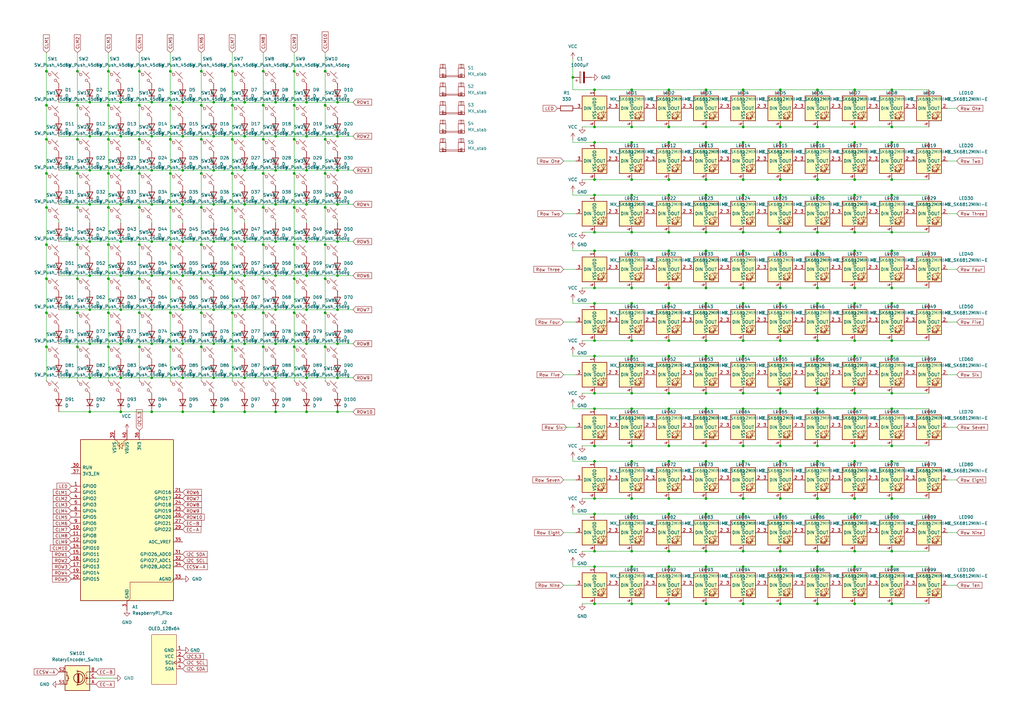
<source format=kicad_sch>
(kicad_sch (version 20250114) (generator "eeschema") (generator_version "9.0")
  (paper "A3")
  (lib_symbols
    (symbol "Device:C_Polarized" (pin_numbers (hide yes)) (pin_names (offset 0.254))
      (property "Reference" "C" (at 0.635 2.54 0))
      (property "Value" "C_Polarized" (at 0.635 -2.54 0))
      (symbol "C_Polarized_1_1"
        (pin passive line (at 0 3.81 270) (length 2.794) (name "~") (number "1"))
        (pin passive line (at 0 -3.81 90) (length 2.794) (name "~") (number "2"))
      )
    )
    (symbol "Device:D" (pin_numbers (hide yes)) (pin_names (offset 1.016) (hide yes))
      (property "Reference" "D" (at 0 2.54 0))
      (property "Value" "D" (at 0 -2.54 0))
      (symbol "D_1_1"
        (pin passive line (at -3.81 0 0) (length 2.54) (name "K") (number "1"))
        (pin passive line (at 3.81 0 180) (length 2.54) (name "A") (number "2"))
      )
    )
    (symbol "Device:RotaryEncoder_Switch" (pin_names (offset 0.254) (hide yes))
      (property "Reference" "SW" (at 0 6.604 0))
      (property "Value" "RotaryEncoder_Switch" (at 0 -6.604 0))
      (symbol "RotaryEncoder_Switch_1_1"
        (pin passive line (at -7.62 2.54 0) (length 2.54) (name "A") (number "A"))
        (pin passive line (at -7.62 0 0) (length 2.54) (name "C") (number "C"))
        (pin passive line (at -7.62 -2.54 0) (length 2.54) (name "B") (number "B"))
        (pin passive line (at 7.62 2.54 180) (length 2.54) (name "S1") (number "S1"))
        (pin passive line (at 7.62 -2.54 180) (length 2.54) (name "S2") (number "S2"))
      )
    )
    (symbol "MCU_Module:RaspberryPi_Pico" (pin_names (offset 0.762))
      (property "Reference" "A" (at -19.05 35.56 0))
      (property "Value" "RaspberryPi_Pico" (at 7.62 35.56 0))
      (symbol "RaspberryPi_Pico_1_1"
        (pin passive line (at -22.86 22.86 0) (length 3.81) (name "RUN") (number "30"))
        (pin passive line (at -22.86 20.32 0) (length 3.81) (name "3V3_EN") (number "37"))
        (pin bidirectional line (at -22.86 15.24 0) (length 3.81) (name "GPIO0") (number "1"))
        (pin bidirectional line (at -22.86 12.7 0) (length 3.81) (name "GPIO1") (number "2"))
        (pin bidirectional line (at -22.86 10.16 0) (length 3.81) (name "GPIO2") (number "4"))
        (pin bidirectional line (at -22.86 7.62 0) (length 3.81) (name "GPIO3") (number "5"))
        (pin bidirectional line (at -22.86 5.08 0) (length 3.81) (name "GPIO4") (number "6"))
        (pin bidirectional line (at -22.86 2.54 0) (length 3.81) (name "GPIO5") (number "7"))
        (pin bidirectional line (at -22.86 0 0) (length 3.81) (name "GPIO6") (number "9"))
        (pin bidirectional line (at -22.86 -2.54 0) (length 3.81) (name "GPIO7") (number "10"))
        (pin bidirectional line (at -22.86 -5.08 0) (length 3.81) (name "GPIO8") (number "11"))
        (pin bidirectional line (at -22.86 -7.62 0) (length 3.81) (name "GPIO9") (number "12"))
        (pin bidirectional line (at -22.86 -10.16 0) (length 3.81) (name "GPIO10") (number "14"))
        (pin bidirectional line (at -22.86 -12.7 0) (length 3.81) (name "GPIO11") (number "15"))
        (pin bidirectional line (at -22.86 -15.24 0) (length 3.81) (name "GPIO12") (number "16"))
        (pin bidirectional line (at -22.86 -17.78 0) (length 3.81) (name "GPIO13") (number "17"))
        (pin bidirectional line (at -22.86 -20.32 0) (length 3.81) (name "GPIO14") (number "19"))
        (pin bidirectional line (at -22.86 -22.86 0) (length 3.81) (name "GPIO15") (number "20"))
        (pin power_in line (at -5.08 38.1 270) (length 3.81) (name "VSYS") (number "39"))
        (pin power_out line (at 0 38.1 270) (length 3.81) (name "VBUS") (number "40"))
        (pin passive line (at 0 -35.56 90) (length 3.81) (hide yes) (name "GND") (number "13"))
        (pin passive line (at 0 -35.56 90) (length 3.81) (hide yes) (name "GND") (number "18"))
        (pin passive line (at 0 -35.56 90) (length 3.81) (hide yes) (name "GND") (number "23"))
        (pin passive line (at 0 -35.56 90) (length 3.81) (hide yes) (name "GND") (number "28"))
        (pin power_out line (at 0 -35.56 90) (length 3.81) (name "GND") (number "3"))
        (pin passive line (at 0 -35.56 90) (length 3.81) (hide yes) (name "GND") (number "38"))
        (pin passive line (at 0 -35.56 90) (length 3.81) (hide yes) (name "GND") (number "8"))
        (pin power_out line (at 5.08 38.1 270) (length 3.81) (name "3V3") (number "36"))
        (pin bidirectional line (at 22.86 12.7 180) (length 3.81) (name "GPIO16") (number "21"))
        (pin bidirectional line (at 22.86 10.16 180) (length 3.81) (name "GPIO17") (number "22"))
        (pin bidirectional line (at 22.86 7.62 180) (length 3.81) (name "GPIO18") (number "24"))
        (pin bidirectional line (at 22.86 5.08 180) (length 3.81) (name "GPIO19") (number "25"))
        (pin bidirectional line (at 22.86 2.54 180) (length 3.81) (name "GPIO20") (number "26"))
        (pin bidirectional line (at 22.86 0 180) (length 3.81) (name "GPIO21") (number "27"))
        (pin bidirectional line (at 22.86 -2.54 180) (length 3.81) (name "GPIO22") (number "29"))
        (pin power_in line (at 22.86 -7.62 180) (length 3.81) (name "ADC_VREF") (number "35"))
        (pin bidirectional line (at 22.86 -12.7 180) (length 3.81) (name "GPIO26_ADC0") (number "31"))
        (pin bidirectional line (at 22.86 -15.24 180) (length 3.81) (name "GPIO27_ADC1") (number "32"))
        (pin bidirectional line (at 22.86 -17.78 180) (length 3.81) (name "GPIO28_ADC2") (number "34"))
        (pin power_out line (at 22.86 -22.86 180) (length 3.81) (name "AGND") (number "33"))
      )
    )
    (symbol "PCM_marbastlib-mx:MX_SK6812MINI-E"
      (property "Reference" "LED" (at 3.175 6.35 0))
      (property "Value" "MX_SK6812MINI-E" (at 10.16 -6.985 0))
      (symbol "MX_SK6812MINI-E_0_0"
        (text "RGB" (at 2.286 -4.191 0) (effects (font (size 0.762 0.762))))
      )
      (symbol "MX_SK6812MINI-E_1_1"
        (pin input line (at -7.62 0 0) (length 2.54) (name "DIN") (number "3"))
        (pin power_in line (at 0 7.62 270) (length 2.54) (name "VDD") (number "1"))
        (pin power_in line (at 0 -7.62 90) (length 2.54) (name "VSS") (number "4"))
        (pin output line (at 7.62 0 180) (length 2.54) (name "DOUT") (number "2"))
      )
    )
    (symbol "PCM_marbastlib-mx:MX_stab" (pin_names (offset 1.016))
      (property "Reference" "S" (at -5.08 6.35 0))
      (property "Value" "MX_stab" (at -5.08 3.81 0))
    )
    (symbol "ScottoKeebs:OLED_128x64" (pin_names (offset 1.016))
      (property "Reference" "J" (at 0 -11.43 0))
      (property "Value" "OLED_128x64" (at 0 -7.62 0))
      (symbol "OLED_128x64_1_1"
        (pin power_in line (at -3.81 2.54 270) (length 2.54) (name "GND") (number "1"))
        (pin power_in line (at -1.27 2.54 270) (length 2.54) (name "VCC") (number "2"))
        (pin input clock (at 1.27 2.54 270) (length 2.54) (name "SCL") (number "3"))
        (pin bidirectional line (at 3.81 2.54 270) (length 2.54) (name "SDA") (number "4"))
      )
    )
    (symbol "ScottoKeebs:Placeholder_Resistor" (pin_numbers (hide yes)) (pin_names (offset 0))
      (property "Reference" "R" (at 0 2.032 0))
      (property "Value" "Resistor" (at 0 -2.54 0))
      (symbol "Placeholder_Resistor_1_1"
        (pin passive line (at -3.81 0 0) (length 1.27) (name "~") (number "1"))
        (pin passive line (at 3.81 0 180) (length 1.27) (name "~") (number "2"))
      )
    )
    (symbol "Switch:SW_Push_45deg" (pin_numbers (hide yes)) (pin_names (offset 1.016) (hide yes))
      (property "Reference" "SW" (at 3.048 1.016 0))
      (property "Value" "SW_Push_45deg" (at 0 -3.81 0))
      (symbol "SW_Push_45deg_0_1"
        (pin passive line (at -2.54 2.54 0) (length 0) (name "1") (number "1"))
        (pin passive line (at 2.54 -2.54 180) (length 0) (name "2") (number "2"))
      )
    )
    (symbol "power:GND" (power) (pin_numbers (hide yes)) (pin_names (offset 0) (hide yes))
      (property "Value" "GND" (at 0 -3.81 0))
      (symbol "GND_1_1"
        (pin power_in line (at 0 0 270) (length 0) (name "~") (number "1"))
      )
    )
    (symbol "power:VCC" (power) (pin_numbers (hide yes)) (pin_names (offset 0) (hide yes))
      (property "Value" "VCC" (at 0 3.556 0))
      (symbol "VCC_1_1"
        (pin power_in line (at 0 0 90) (length 0) (name "~") (number "1"))
      )
    )
  )
  (junction (at 138.43 168.91))
  (junction (at 57.15 43.18))
  (junction (at 36.83 154.94))
  (junction (at 259.08 167.64))
  (junction (at 243.84 118.11))
  (junction (at 289.56 161.29))
  (junction (at 138.43 83.82))
  (junction (at 365.76 232.41))
  (junction (at 113.03 83.82))
  (junction (at 44.45 85.09))
  (junction (at 49.53 140.97))
  (junction (at 365.76 161.29))
  (junction (at 19.05 57.15))
  (junction (at 74.93 154.94))
  (junction (at 87.63 69.85))
  (junction (at 133.35 128.27))
  (junction (at 49.53 113.03))
  (junction (at 259.08 124.46))
  (junction (at 304.8 161.29))
  (junction (at 120.65 85.09))
  (junction (at 365.76 102.87))
  (junction (at 107.95 142.24))
  (junction (at 107.95 29.21))
  (junction (at 243.84 232.41))
  (junction (at 365.76 95.25))
  (junction (at 335.28 36.83))
  (junction (at 274.32 139.7))
  (junction (at 274.32 118.11))
  (junction (at 62.23 99.06))
  (junction (at 49.53 127))
  (junction (at 100.33 154.94))
  (junction (at 365.76 247.65))
  (junction (at 289.56 95.25))
  (junction (at 107.95 100.33))
  (junction (at 125.73 154.94))
  (junction (at 19.05 100.33))
  (junction (at 304.8 102.87))
  (junction (at 259.08 36.83))
  (junction (at 125.73 69.85))
  (junction (at 350.52 36.83))
  (junction (at 274.32 182.88))
  (junction (at 57.15 29.21))
  (junction (at 335.28 80.01))
  (junction (at 304.8 139.7))
  (junction (at 125.73 99.06))
  (junction (at 62.23 41.91))
  (junction (at 107.95 128.27))
  (junction (at 138.43 99.06))
  (junction (at 350.52 210.82))
  (junction (at 120.65 128.27))
  (junction (at 49.53 55.88))
  (junction (at 69.85 85.09))
  (junction (at 31.75 71.12))
  (junction (at 95.25 85.09))
  (junction (at 335.28 102.87))
  (junction (at 259.08 146.05))
  (junction (at 113.03 99.06))
  (junction (at 289.56 118.11))
  (junction (at 74.93 140.97))
  (junction (at 365.76 58.42))
  (junction (at 74.93 168.91))
  (junction (at 259.08 80.01))
  (junction (at 57.15 71.12))
  (junction (at 243.84 146.05))
  (junction (at 49.53 41.91))
  (junction (at 31.75 43.18))
  (junction (at 320.04 36.83))
  (junction (at 95.25 71.12))
  (junction (at 274.32 102.87))
  (junction (at 289.56 58.42))
  (junction (at 274.32 124.46))
  (junction (at 304.8 182.88))
  (junction (at 100.33 140.97))
  (junction (at 350.52 124.46))
  (junction (at 82.55 71.12))
  (junction (at 350.52 73.66))
  (junction (at 320.04 189.23))
  (junction (at 350.52 80.01))
  (junction (at 320.04 124.46))
  (junction (at 82.55 29.21))
  (junction (at 304.8 247.65))
  (junction (at 100.33 55.88))
  (junction (at 304.8 73.66))
  (junction (at 335.28 226.06))
  (junction (at 95.25 57.15))
  (junction (at 289.56 124.46))
  (junction (at 107.95 43.18))
  (junction (at 274.32 247.65))
  (junction (at 243.84 247.65))
  (junction (at 138.43 41.91))
  (junction (at 69.85 29.21))
  (junction (at 95.25 114.3))
  (junction (at 133.35 43.18))
  (junction (at 365.76 210.82))
  (junction (at 133.35 85.09))
  (junction (at 57.15 142.24))
  (junction (at 138.43 154.94))
  (junction (at 125.73 168.91))
  (junction (at 125.73 140.97))
  (junction (at 259.08 247.65))
  (junction (at 335.28 73.66))
  (junction (at 304.8 146.05))
  (junction (at 138.43 69.85))
  (junction (at 243.84 139.7))
  (junction (at 113.03 127))
  (junction (at 74.93 69.85))
  (junction (at 365.76 118.11))
  (junction (at 365.76 80.01))
  (junction (at 82.55 142.24))
  (junction (at 133.35 71.12))
  (junction (at 259.08 58.42))
  (junction (at 243.84 102.87))
  (junction (at 289.56 232.41))
  (junction (at 87.63 99.06))
  (junction (at 36.83 83.82))
  (junction (at 304.8 226.06))
  (junction (at 57.15 100.33))
  (junction (at 31.75 85.09))
  (junction (at 243.84 95.25))
  (junction (at 44.45 57.15))
  (junction (at 289.56 52.07))
  (junction (at 304.8 52.07))
  (junction (at 87.63 140.97))
  (junction (at 335.28 118.11))
  (junction (at 350.52 226.06))
  (junction (at 274.32 161.29))
  (junction (at 125.73 55.88))
  (junction (at 44.45 128.27))
  (junction (at 100.33 41.91))
  (junction (at 36.83 113.03))
  (junction (at 31.75 100.33))
  (junction (at 274.32 226.06))
  (junction (at 74.93 99.06))
  (junction (at 87.63 154.94))
  (junction (at 36.83 127))
  (junction (at 304.8 36.83))
  (junction (at 335.28 210.82))
  (junction (at 320.04 146.05))
  (junction (at 69.85 142.24))
  (junction (at 120.65 57.15))
  (junction (at 125.73 83.82))
  (junction (at 107.95 57.15))
  (junction (at 274.32 167.64))
  (junction (at 335.28 232.41))
  (junction (at 133.35 100.33))
  (junction (at 87.63 113.03))
  (junction (at 113.03 41.91))
  (junction (at 320.04 102.87))
  (junction (at 274.32 189.23))
  (junction (at 350.52 232.41))
  (junction (at 304.8 58.42))
  (junction (at 120.65 43.18))
  (junction (at 365.76 36.83))
  (junction (at 82.55 57.15))
  (junction (at 120.65 100.33))
  (junction (at 259.08 102.87))
  (junction (at 82.55 43.18))
  (junction (at 125.73 41.91))
  (junction (at 62.23 127))
  (junction (at 365.76 204.47))
  (junction (at 289.56 139.7))
  (junction (at 125.73 127))
  (junction (at 365.76 226.06))
  (junction (at 304.8 204.47))
  (junction (at 100.33 69.85))
  (junction (at 243.84 210.82))
  (junction (at 320.04 167.64))
  (junction (at 87.63 83.82))
  (junction (at 120.65 142.24))
  (junction (at 44.45 43.18))
  (junction (at 259.08 210.82))
  (junction (at 243.84 167.64))
  (junction (at 320.04 52.07))
  (junction (at 243.84 80.01))
  (junction (at 95.25 43.18))
  (junction (at 44.45 29.21))
  (junction (at 49.53 99.06))
  (junction (at 335.28 95.25))
  (junction (at 243.84 124.46))
  (junction (at 44.45 100.33))
  (junction (at 259.08 182.88))
  (junction (at 87.63 55.88))
  (junction (at 259.08 95.25))
  (junction (at 259.08 118.11))
  (junction (at 320.04 73.66))
  (junction (at 234.95 31.75))
  (junction (at 31.75 142.24))
  (junction (at 274.32 52.07))
  (junction (at 44.45 71.12))
  (junction (at 350.52 139.7))
  (junction (at 320.04 210.82))
  (junction (at 113.03 113.03))
  (junction (at 243.84 36.83))
  (junction (at 335.28 204.47))
  (junction (at 95.25 100.33))
  (junction (at 74.93 55.88))
  (junction (at 36.83 99.06))
  (junction (at 365.76 124.46))
  (junction (at 365.76 146.05))
  (junction (at 69.85 57.15))
  (junction (at 107.95 71.12))
  (junction (at 259.08 73.66))
  (junction (at 31.75 114.3))
  (junction (at 335.28 189.23))
  (junction (at 243.84 226.06))
  (junction (at 350.52 102.87))
  (junction (at 100.33 168.91))
  (junction (at 100.33 99.06))
  (junction (at 243.84 182.88))
  (junction (at 289.56 80.01))
  (junction (at 320.04 204.47))
  (junction (at 74.93 127))
  (junction (at 304.8 80.01))
  (junction (at 304.8 210.82))
  (junction (at 335.28 124.46))
  (junction (at 350.52 247.65))
  (junction (at 365.76 52.07))
  (junction (at 82.55 114.3))
  (junction (at 36.83 140.97))
  (junction (at 320.04 139.7))
  (junction (at 350.52 52.07))
  (junction (at 289.56 73.66))
  (junction (at 138.43 140.97))
  (junction (at 350.52 146.05))
  (junction (at 19.05 114.3))
  (junction (at 95.25 128.27))
  (junction (at 57.15 128.27))
  (junction (at 133.35 29.21))
  (junction (at 82.55 128.27))
  (junction (at 274.32 36.83))
  (junction (at 274.32 210.82))
  (junction (at 57.15 85.09))
  (junction (at 320.04 118.11))
  (junction (at 289.56 210.82))
  (junction (at 49.53 168.91))
  (junction (at 133.35 142.24))
  (junction (at 335.28 139.7))
  (junction (at 289.56 36.83))
  (junction (at 289.56 204.47))
  (junction (at 74.93 113.03))
  (junction (at 365.76 189.23))
  (junction (at 259.08 189.23))
  (junction (at 31.75 57.15))
  (junction (at 320.04 232.41))
  (junction (at 274.32 204.47))
  (junction (at 289.56 167.64))
  (junction (at 113.03 55.88))
  (junction (at 350.52 167.64))
  (junction (at 243.84 161.29))
  (junction (at 243.84 73.66))
  (junction (at 87.63 41.91))
  (junction (at 19.05 43.18))
  (junction (at 259.08 139.7))
  (junction (at 133.35 114.3))
  (junction (at 138.43 113.03))
  (junction (at 289.56 182.88))
  (junction (at 19.05 142.24))
  (junction (at 138.43 127))
  (junction (at 335.28 58.42))
  (junction (at 49.53 83.82))
  (junction (at 100.33 113.03))
  (junction (at 69.85 128.27))
  (junction (at 350.52 161.29))
  (junction (at 125.73 113.03))
  (junction (at 49.53 154.94))
  (junction (at 243.84 58.42))
  (junction (at 274.32 73.66))
  (junction (at 120.65 29.21))
  (junction (at 274.32 58.42))
  (junction (at 289.56 146.05))
  (junction (at 120.65 114.3))
  (junction (at 274.32 146.05))
  (junction (at 69.85 43.18))
  (junction (at 350.52 118.11))
  (junction (at 36.83 69.85))
  (junction (at 289.56 102.87))
  (junction (at 57.15 57.15))
  (junction (at 320.04 80.01))
  (junction (at 304.8 189.23))
  (junction (at 335.28 247.65))
  (junction (at 304.8 95.25))
  (junction (at 49.53 69.85))
  (junction (at 320.04 247.65))
  (junction (at 133.35 57.15))
  (junction (at 62.23 69.85))
  (junction (at 100.33 83.82))
  (junction (at 350.52 58.42))
  (junction (at 259.08 204.47))
  (junction (at 350.52 189.23))
  (junction (at 95.25 29.21))
  (junction (at 304.8 167.64))
  (junction (at 82.55 85.09))
  (junction (at 274.32 232.41))
  (junction (at 69.85 114.3))
  (junction (at 320.04 182.88))
  (junction (at 95.25 142.24))
  (junction (at 74.93 83.82))
  (junction (at 365.76 167.64))
  (junction (at 62.23 154.94))
  (junction (at 44.45 142.24))
  (junction (at 320.04 161.29))
  (junction (at 113.03 140.97))
  (junction (at 350.52 204.47))
  (junction (at 62.23 140.97))
  (junction (at 335.28 182.88))
  (junction (at 365.76 73.66))
  (junction (at 259.08 52.07))
  (junction (at 320.04 95.25))
  (junction (at 87.63 127))
  (junction (at 36.83 168.91))
  (junction (at 335.28 52.07))
  (junction (at 259.08 232.41))
  (junction (at 335.28 161.29))
  (junction (at 113.03 168.91))
  (junction (at 74.93 41.91))
  (junction (at 274.32 95.25))
  (junction (at 289.56 247.65))
  (junction (at 304.8 118.11))
  (junction (at 36.83 41.91))
  (junction (at 365.76 182.88))
  (junction (at 19.05 128.27))
  (junction (at 274.32 80.01))
  (junction (at 62.23 113.03))
  (junction (at 62.23 55.88))
  (junction (at 335.28 167.64))
  (junction (at 19.05 29.21))
  (junction (at 259.08 161.29))
  (junction (at 19.05 71.12))
  (junction (at 19.05 85.09))
  (junction (at 113.03 69.85))
  (junction (at 36.83 55.88))
  (junction (at 320.04 226.06))
  (junction (at 243.84 204.47))
  (junction (at 335.28 146.05))
  (junction (at 304.8 232.41))
  (junction (at 259.08 226.06))
  (junction (at 304.8 124.46))
  (junction (at 138.43 55.88))
  (junction (at 69.85 100.33))
  (junction (at 320.04 58.42))
  (junction (at 350.52 95.25))
  (junction (at 31.75 128.27))
  (junction (at 107.95 85.09))
  (junction (at 62.23 168.91))
  (junction (at 44.45 114.3))
  (junction (at 243.84 52.07))
  (junction (at 31.75 29.21))
  (junction (at 69.85 71.12))
  (junction (at 120.65 71.12))
  (junction (at 62.23 83.82))
  (junction (at 289.56 226.06))
  (junction (at 243.84 189.23))
  (junction (at 82.55 100.33))
  (junction (at 87.63 168.91))
  (junction (at 113.03 154.94))
  (junction (at 107.95 114.3))
  (junction (at 350.52 182.88))
  (junction (at 100.33 127))
  (junction (at 289.56 189.23))
  (junction (at 365.76 139.7))
  (junction (at 57.15 114.3))
  (wire (pts (xy 74.93 140.97) (xy 87.63 140.97)))
  (wire (pts (xy 234.95 209.55) (xy 234.95 210.82)))
  (wire (pts (xy 335.28 139.7) (xy 350.52 139.7)))
  (wire (pts (xy 74.93 99.06) (xy 87.63 99.06)))
  (wire (pts (xy 289.56 80.01) (xy 304.8 80.01)))
  (wire (pts (xy 274.32 182.88) (xy 289.56 182.88)))
  (wire (pts (xy 62.23 127) (xy 74.93 127)))
  (wire (pts (xy 243.84 146.05) (xy 259.08 146.05)))
  (wire (pts (xy 69.85 57.15) (xy 69.85 71.12)))
  (wire (pts (xy 57.15 29.21) (xy 57.15 43.18)))
  (wire (pts (xy 365.76 52.07) (xy 381 52.07)))
  (wire (pts (xy 107.95 142.24) (xy 107.95 156.21)))
  (wire (pts (xy 238.76 204.47) (xy 243.84 204.47)))
  (wire (pts (xy 335.28 210.82) (xy 350.52 210.82)))
  (wire (pts (xy 95.25 128.27) (xy 95.25 142.24)))
  (wire (pts (xy 100.33 113.03) (xy 113.03 113.03)))
  (wire (pts (xy 365.76 58.42) (xy 381 58.42)))
  (wire (pts (xy 57.15 57.15) (xy 57.15 71.12)))
  (wire (pts (xy 138.43 127) (xy 144.78 127)))
  (wire (pts (xy 274.32 102.87) (xy 289.56 102.87)))
  (wire (pts (xy 36.83 154.94) (xy 49.53 154.94)))
  (wire (pts (xy 49.53 113.03) (xy 62.23 113.03)))
  (wire (pts (xy 82.55 71.12) (xy 82.55 85.09)))
  (wire (pts (xy 87.63 127) (xy 100.33 127)))
  (wire (pts (xy 36.83 99.06) (xy 49.53 99.06)))
  (wire (pts (xy 304.8 58.42) (xy 320.04 58.42)))
  (wire (pts (xy 100.33 83.82) (xy 113.03 83.82)))
  (wire (pts (xy 320.04 52.07) (xy 335.28 52.07)))
  (wire (pts (xy 113.03 113.03) (xy 125.73 113.03)))
  (wire (pts (xy 46.99 278.13) (xy 39.37 278.13)))
  (wire (pts (xy 304.8 102.87) (xy 320.04 102.87)))
  (wire (pts (xy 31.75 85.09) (xy 31.75 100.33)))
  (wire (pts (xy 350.52 139.7) (xy 365.76 139.7)))
  (wire (pts (xy 125.73 99.06) (xy 138.43 99.06)))
  (wire (pts (xy 57.15 142.24) (xy 57.15 156.21)))
  (wire (pts (xy 259.08 189.23) (xy 274.32 189.23)))
  (wire (pts (xy 74.93 127) (xy 87.63 127)))
  (wire (pts (xy 320.04 95.25) (xy 335.28 95.25)))
  (wire (pts (xy 87.63 55.88) (xy 100.33 55.88)))
  (wire (pts (xy 289.56 52.07) (xy 304.8 52.07)))
  (wire (pts (xy 69.85 85.09) (xy 69.85 100.33)))
  (wire (pts (xy 120.65 128.27) (xy 120.65 142.24)))
  (wire (pts (xy 274.32 80.01) (xy 289.56 80.01)))
  (wire (pts (xy 335.28 36.83) (xy 350.52 36.83)))
  (wire (pts (xy 234.95 210.82) (xy 243.84 210.82)))
  (wire (pts (xy 87.63 113.03) (xy 100.33 113.03)))
  (wire (pts (xy 125.73 168.91) (xy 138.43 168.91)))
  (wire (pts (xy 304.8 95.25) (xy 320.04 95.25)))
  (wire (pts (xy 259.08 73.66) (xy 274.32 73.66)))
  (wire (pts (xy 19.05 57.15) (xy 19.05 71.12)))
  (wire (pts (xy 74.93 168.91) (xy 87.63 168.91)))
  (wire (pts (xy 82.55 43.18) (xy 82.55 57.15)))
  (wire (pts (xy 49.53 99.06) (xy 62.23 99.06)))
  (wire (pts (xy 238.76 118.11) (xy 243.84 118.11)))
  (wire (pts (xy 133.35 142.24) (xy 133.35 156.21)))
  (wire (pts (xy 238.76 73.66) (xy 243.84 73.66)))
  (wire (pts (xy 231.14 87.63) (xy 236.22 87.63)))
  (wire (pts (xy 69.85 128.27) (xy 69.85 142.24)))
  (wire (pts (xy 113.03 168.91) (xy 125.73 168.91)))
  (wire (pts (xy 259.08 80.01) (xy 274.32 80.01)))
  (wire (pts (xy 335.28 167.64) (xy 350.52 167.64)))
  (wire (pts (xy 243.84 118.11) (xy 259.08 118.11)))
  (wire (pts (xy 335.28 161.29) (xy 350.52 161.29)))
  (wire (pts (xy 234.95 31.75) (xy 234.95 36.83)))
  (wire (pts (xy 74.93 69.85) (xy 87.63 69.85)))
  (wire (pts (xy 320.04 204.47) (xy 335.28 204.47)))
  (wire (pts (xy 125.73 154.94) (xy 138.43 154.94)))
  (wire (pts (xy 243.84 124.46) (xy 259.08 124.46)))
  (wire (pts (xy 238.76 182.88) (xy 243.84 182.88)))
  (wire (pts (xy 274.32 73.66) (xy 289.56 73.66)))
  (wire (pts (xy 320.04 161.29) (xy 335.28 161.29)))
  (wire (pts (xy 69.85 29.21) (xy 69.85 43.18)))
  (wire (pts (xy 365.76 226.06) (xy 381 226.06)))
  (wire (pts (xy 350.52 167.64) (xy 365.76 167.64)))
  (wire (pts (xy 138.43 99.06) (xy 144.78 99.06)))
  (wire (pts (xy 44.45 114.3) (xy 44.45 128.27)))
  (wire (pts (xy 24.13 69.85) (xy 36.83 69.85)))
  (wire (pts (xy 365.76 182.88) (xy 381 182.88)))
  (wire (pts (xy 234.95 36.83) (xy 243.84 36.83)))
  (wire (pts (xy 234.95 124.46) (xy 243.84 124.46)))
  (wire (pts (xy 231.14 110.49) (xy 236.22 110.49)))
  (wire (pts (xy 24.13 140.97) (xy 36.83 140.97)))
  (wire (pts (xy 49.53 168.91) (xy 62.23 168.91)))
  (wire (pts (xy 365.76 146.05) (xy 381 146.05)))
  (wire (pts (xy 335.28 247.65) (xy 350.52 247.65)))
  (wire (pts (xy 120.65 85.09) (xy 120.65 100.33)))
  (wire (pts (xy 31.75 71.12) (xy 31.75 85.09)))
  (wire (pts (xy 133.35 128.27) (xy 133.35 142.24)))
  (wire (pts (xy 82.55 21.59) (xy 82.55 29.21)))
  (wire (pts (xy 87.63 69.85) (xy 100.33 69.85)))
  (wire (pts (xy 320.04 182.88) (xy 335.28 182.88)))
  (wire (pts (xy 44.45 21.59) (xy 44.45 29.21)))
  (wire (pts (xy 138.43 113.03) (xy 144.78 113.03)))
  (wire (pts (xy 24.13 154.94) (xy 36.83 154.94)))
  (wire (pts (xy 243.84 139.7) (xy 259.08 139.7)))
  (wire (pts (xy 243.84 182.88) (xy 259.08 182.88)))
  (wire (pts (xy 234.95 80.01) (xy 243.84 80.01)))
  (wire (pts (xy 19.05 142.24) (xy 19.05 156.21)))
  (wire (pts (xy 36.83 83.82) (xy 49.53 83.82)))
  (wire (pts (xy 74.93 154.94) (xy 87.63 154.94)))
  (wire (pts (xy 82.55 128.27) (xy 82.55 142.24)))
  (wire (pts (xy 125.73 127) (xy 138.43 127)))
  (wire (pts (xy 82.55 100.33) (xy 82.55 114.3)))
  (wire (pts (xy 74.93 41.91) (xy 87.63 41.91)))
  (wire (pts (xy 335.28 118.11) (xy 350.52 118.11)))
  (wire (pts (xy 138.43 91.44) (xy 138.43 90.17)))
  (wire (pts (xy 49.53 140.97) (xy 62.23 140.97)))
  (wire (pts (xy 113.03 91.44) (xy 113.03 90.17)))
  (wire (pts (xy 320.04 58.42) (xy 335.28 58.42)))
  (wire (pts (xy 231.14 132.08) (xy 236.22 132.08)))
  (wire (pts (xy 234.95 231.14) (xy 234.95 232.41)))
  (wire (pts (xy 365.76 102.87) (xy 381 102.87)))
  (wire (pts (xy 82.55 85.09) (xy 82.55 100.33)))
  (wire (pts (xy 113.03 83.82) (xy 125.73 83.82)))
  (wire (pts (xy 335.28 189.23) (xy 350.52 189.23)))
  (wire (pts (xy 238.76 52.07) (xy 243.84 52.07)))
  (wire (pts (xy 138.43 55.88) (xy 144.78 55.88)))
  (wire (pts (xy 304.8 139.7) (xy 320.04 139.7)))
  (wire (pts (xy 231.14 153.67) (xy 236.22 153.67)))
  (wire (pts (xy 24.13 83.82) (xy 36.83 83.82)))
  (wire (pts (xy 335.28 232.41) (xy 350.52 232.41)))
  (wire (pts (xy 335.28 204.47) (xy 350.52 204.47)))
  (wire (pts (xy 238.76 139.7) (xy 243.84 139.7)))
  (wire (pts (xy 365.76 36.83) (xy 381 36.83)))
  (wire (pts (xy 234.95 232.41) (xy 243.84 232.41)))
  (wire (pts (xy 289.56 204.47) (xy 304.8 204.47)))
  (wire (pts (xy 238.76 161.29) (xy 243.84 161.29)))
  (wire (pts (xy 243.84 161.29) (xy 259.08 161.29)))
  (wire (pts (xy 304.8 124.46) (xy 320.04 124.46)))
  (wire (pts (xy 234.95 144.78) (xy 234.95 146.05)))
  (wire (pts (xy 113.03 140.97) (xy 125.73 140.97)))
  (wire (pts (xy 234.95 166.37) (xy 234.95 167.64)))
  (wire (pts (xy 100.33 99.06) (xy 113.03 99.06)))
  (wire (pts (xy 289.56 146.05) (xy 304.8 146.05)))
  (wire (pts (xy 234.95 101.6) (xy 234.95 102.87)))
  (wire (pts (xy 335.28 146.05) (xy 350.52 146.05)))
  (wire (pts (xy 49.53 154.94) (xy 62.23 154.94)))
  (wire (pts (xy 95.25 29.21) (xy 95.25 43.18)))
  (wire (pts (xy 107.95 57.15) (xy 107.95 71.12)))
  (wire (pts (xy 231.14 196.85) (xy 236.22 196.85)))
  (wire (pts (xy 320.04 73.66) (xy 335.28 73.66)))
  (wire (pts (xy 62.23 154.94) (xy 74.93 154.94)))
  (wire (pts (xy 133.35 71.12) (xy 133.35 85.09)))
  (wire (pts (xy 113.03 69.85) (xy 125.73 69.85)))
  (wire (pts (xy 107.95 128.27) (xy 107.95 142.24)))
  (wire (pts (xy 133.35 57.15) (xy 133.35 71.12)))
  (wire (pts (xy 125.73 91.44) (xy 125.73 90.17)))
  (wire (pts (xy 304.8 36.83) (xy 320.04 36.83)))
  (wire (pts (xy 289.56 124.46) (xy 304.8 124.46)))
  (wire (pts (xy 95.25 57.15) (xy 95.25 71.12)))
  (wire (pts (xy 133.35 85.09) (xy 133.35 100.33)))
  (wire (pts (xy 259.08 232.41) (xy 274.32 232.41)))
  (wire (pts (xy 231.14 218.44) (xy 236.22 218.44)))
  (wire (pts (xy 350.52 204.47) (xy 365.76 204.47)))
  (wire (pts (xy 259.08 102.87) (xy 274.32 102.87)))
  (wire (pts (xy 365.76 247.65) (xy 381 247.65)))
  (wire (pts (xy 289.56 36.83) (xy 304.8 36.83)))
  (wire (pts (xy 31.75 29.21) (xy 31.75 43.18)))
  (wire (pts (xy 350.52 118.11) (xy 365.76 118.11)))
  (wire (pts (xy 365.76 204.47) (xy 381 204.47)))
  (wire (pts (xy 125.73 55.88) (xy 138.43 55.88)))
  (wire (pts (xy 234.95 78.74) (xy 234.95 80.01)))
  (wire (pts (xy 24.13 55.88) (xy 36.83 55.88)))
  (wire (pts (xy 95.25 21.59) (xy 95.25 29.21)))
  (wire (pts (xy 289.56 118.11) (xy 304.8 118.11)))
  (wire (pts (xy 350.52 182.88) (xy 365.76 182.88)))
  (wire (pts (xy 231.14 175.26) (xy 236.22 175.26)))
  (wire (pts (xy 44.45 71.12) (xy 44.45 85.09)))
  (wire (pts (xy 62.23 83.82) (xy 74.93 83.82)))
  (wire (pts (xy 113.03 41.91) (xy 125.73 41.91)))
  (wire (pts (xy 259.08 247.65) (xy 274.32 247.65)))
  (wire (pts (xy 289.56 182.88) (xy 304.8 182.88)))
  (wire (pts (xy 44.45 29.21) (xy 44.45 43.18)))
  (wire (pts (xy 74.93 91.44) (xy 74.93 90.17)))
  (wire (pts (xy 243.84 167.64) (xy 259.08 167.64)))
  (wire (pts (xy 87.63 99.06) (xy 100.33 99.06)))
  (wire (pts (xy 259.08 58.42) (xy 274.32 58.42)))
  (wire (pts (xy 234.95 57.15) (xy 234.95 58.42)))
  (wire (pts (xy 120.65 43.18) (xy 120.65 57.15)))
  (wire (pts (xy 57.15 43.18) (xy 57.15 57.15)))
  (wire (pts (xy 31.75 142.24) (xy 31.75 156.21)))
  (wire (pts (xy 335.28 52.07) (xy 350.52 52.07)))
  (wire (pts (xy 120.65 100.33) (xy 120.65 114.3)))
  (wire (pts (xy 44.45 100.33) (xy 44.45 114.3)))
  (wire (pts (xy 87.63 154.94) (xy 100.33 154.94)))
  (wire (pts (xy 304.8 204.47) (xy 320.04 204.47)))
  (wire (pts (xy 44.45 142.24) (xy 44.45 156.21)))
  (wire (pts (xy 350.52 232.41) (xy 365.76 232.41)))
  (wire (pts (xy 31.75 128.27) (xy 31.75 142.24)))
  (wire (pts (xy 243.84 247.65) (xy 259.08 247.65)))
  (wire (pts (xy 350.52 36.83) (xy 365.76 36.83)))
  (wire (pts (xy 125.73 69.85) (xy 138.43 69.85)))
  (wire (pts (xy 392.43 240.03) (xy 388.62 240.03)))
  (wire (pts (xy 24.13 41.91) (xy 36.83 41.91)))
  (wire (pts (xy 259.08 52.07) (xy 274.32 52.07)))
  (wire (pts (xy 243.84 58.42) (xy 259.08 58.42)))
  (wire (pts (xy 335.28 124.46) (xy 350.52 124.46)))
  (wire (pts (xy 365.76 80.01) (xy 381 80.01)))
  (wire (pts (xy 19.05 71.12) (xy 19.05 85.09)))
  (wire (pts (xy 243.84 52.07) (xy 259.08 52.07)))
  (wire (pts (xy 95.25 142.24) (xy 95.25 156.21)))
  (wire (pts (xy 350.52 52.07) (xy 365.76 52.07)))
  (wire (pts (xy 133.35 43.18) (xy 133.35 57.15)))
  (wire (pts (xy 274.32 146.05) (xy 289.56 146.05)))
  (wire (pts (xy 259.08 124.46) (xy 274.32 124.46)))
  (wire (pts (xy 350.52 247.65) (xy 365.76 247.65)))
  (wire (pts (xy 120.65 21.59) (xy 120.65 29.21)))
  (wire (pts (xy 320.04 80.01) (xy 335.28 80.01)))
  (wire (pts (xy 107.95 43.18) (xy 107.95 57.15)))
  (wire (pts (xy 138.43 83.82) (xy 144.78 83.82)))
  (wire (pts (xy 238.76 95.25) (xy 243.84 95.25)))
  (wire (pts (xy 95.25 85.09) (xy 95.25 100.33)))
  (wire (pts (xy 57.15 21.59) (xy 57.15 29.21)))
  (wire (pts (xy 320.04 139.7) (xy 335.28 139.7)))
  (wire (pts (xy 289.56 167.64) (xy 304.8 167.64)))
  (wire (pts (xy 133.35 114.3) (xy 133.35 128.27)))
  (wire (pts (xy 100.33 41.91) (xy 113.03 41.91)))
  (wire (pts (xy 350.52 210.82) (xy 365.76 210.82)))
  (wire (pts (xy 231.14 66.04) (xy 236.22 66.04)))
  (wire (pts (xy 259.08 226.06) (xy 274.32 226.06)))
  (wire (pts (xy 95.25 43.18) (xy 95.25 57.15)))
  (wire (pts (xy 62.23 69.85) (xy 74.93 69.85)))
  (wire (pts (xy 392.43 44.45) (xy 388.62 44.45)))
  (wire (pts (xy 259.08 139.7) (xy 274.32 139.7)))
  (wire (pts (xy 36.83 41.91) (xy 49.53 41.91)))
  (wire (pts (xy 350.52 226.06) (xy 365.76 226.06)))
  (wire (pts (xy 95.25 114.3) (xy 95.25 128.27)))
  (wire (pts (xy 107.95 100.33) (xy 107.95 114.3)))
  (wire (pts (xy 125.73 41.91) (xy 138.43 41.91)))
  (wire (pts (xy 31.75 21.59) (xy 31.75 29.21)))
  (wire (pts (xy 289.56 139.7) (xy 304.8 139.7)))
  (wire (pts (xy 138.43 140.97) (xy 144.78 140.97)))
  (wire (pts (xy 120.65 29.21) (xy 120.65 43.18)))
  (wire (pts (xy 19.05 21.59) (xy 19.05 29.21)))
  (wire (pts (xy 62.23 140.97) (xy 74.93 140.97)))
  (wire (pts (xy 274.32 167.64) (xy 289.56 167.64)))
  (wire (pts (xy 57.15 128.27) (xy 57.15 142.24)))
  (wire (pts (xy 36.83 168.91) (xy 49.53 168.91)))
  (wire (pts (xy 350.52 124.46) (xy 365.76 124.46)))
  (wire (pts (xy 107.95 21.59) (xy 107.95 29.21)))
  (wire (pts (xy 19.05 85.09) (xy 19.05 100.33)))
  (wire (pts (xy 19.05 128.27) (xy 19.05 142.24)))
  (wire (pts (xy 243.84 210.82) (xy 259.08 210.82)))
  (wire (pts (xy 243.84 189.23) (xy 259.08 189.23)))
  (wire (pts (xy 234.95 58.42) (xy 243.84 58.42)))
  (wire (pts (xy 234.95 187.96) (xy 234.95 189.23)))
  (wire (pts (xy 19.05 100.33) (xy 19.05 114.3)))
  (wire (pts (xy 62.23 99.06) (xy 74.93 99.06)))
  (wire (pts (xy 304.8 189.23) (xy 320.04 189.23)))
  (wire (pts (xy 274.32 161.29) (xy 289.56 161.29)))
  (wire (pts (xy 304.8 73.66) (xy 320.04 73.66)))
  (wire (pts (xy 69.85 21.59) (xy 69.85 29.21)))
  (wire (pts (xy 49.53 83.82) (xy 62.23 83.82)))
  (wire (pts (xy 243.84 73.66) (xy 259.08 73.66)))
  (wire (pts (xy 69.85 142.24) (xy 69.85 156.21)))
  (wire (pts (xy 120.65 57.15) (xy 120.65 71.12)))
  (wire (pts (xy 304.8 161.29) (xy 320.04 161.29)))
  (wire (pts (xy 350.52 102.87) (xy 365.76 102.87)))
  (wire (pts (xy 365.76 139.7) (xy 381 139.7)))
  (wire (pts (xy 69.85 114.3) (xy 69.85 128.27)))
  (wire (pts (xy 320.04 226.06) (xy 335.28 226.06)))
  (wire (pts (xy 24.13 91.44) (xy 24.13 90.17)))
  (wire (pts (xy 335.28 182.88) (xy 350.52 182.88)))
  (wire (pts (xy 57.15 114.3) (xy 57.15 128.27)))
  (wire (pts (xy 24.13 127) (xy 36.83 127)))
  (wire (pts (xy 365.76 124.46) (xy 381 124.46)))
  (wire (pts (xy 234.95 167.64) (xy 243.84 167.64)))
  (wire (pts (xy 57.15 100.33) (xy 57.15 114.3)))
  (wire (pts (xy 31.75 57.15) (xy 31.75 71.12)))
  (wire (pts (xy 320.04 102.87) (xy 335.28 102.87)))
  (wire (pts (xy 234.95 102.87) (xy 243.84 102.87)))
  (wire (pts (xy 95.25 100.33) (xy 95.25 114.3)))
  (wire (pts (xy 365.76 95.25) (xy 381 95.25)))
  (wire (pts (xy 107.95 114.3) (xy 107.95 128.27)))
  (wire (pts (xy 320.04 189.23) (xy 335.28 189.23)))
  (wire (pts (xy 320.04 36.83) (xy 335.28 36.83)))
  (wire (pts (xy 19.05 114.3) (xy 19.05 128.27)))
  (wire (pts (xy 19.05 29.21) (xy 19.05 43.18)))
  (wire (pts (xy 49.53 69.85) (xy 62.23 69.85)))
  (wire (pts (xy 69.85 100.33) (xy 69.85 114.3)))
  (wire (pts (xy 87.63 140.97) (xy 100.33 140.97)))
  (wire (pts (xy 392.43 153.67) (xy 388.62 153.67)))
  (wire (pts (xy 274.32 52.07) (xy 289.56 52.07)))
  (wire (pts (xy 69.85 71.12) (xy 69.85 85.09)))
  (wire (pts (xy 19.05 43.18) (xy 19.05 57.15)))
  (wire (pts (xy 44.45 85.09) (xy 44.45 100.33)))
  (wire (pts (xy 44.45 43.18) (xy 44.45 57.15)))
  (wire (pts (xy 365.76 232.41) (xy 381 232.41)))
  (wire (pts (xy 259.08 161.29) (xy 274.32 161.29)))
  (wire (pts (xy 365.76 167.64) (xy 381 167.64)))
  (wire (pts (xy 120.65 142.24) (xy 120.65 156.21)))
  (wire (pts (xy 289.56 161.29) (xy 304.8 161.29)))
  (wire (pts (xy 133.35 100.33) (xy 133.35 114.3)))
  (wire (pts (xy 304.8 226.06) (xy 320.04 226.06)))
  (wire (pts (xy 74.93 83.82) (xy 87.63 83.82)))
  (wire (pts (xy 259.08 210.82) (xy 274.32 210.82)))
  (wire (pts (xy 274.32 124.46) (xy 289.56 124.46)))
  (wire (pts (xy 138.43 41.91) (xy 144.78 41.91)))
  (wire (pts (xy 62.23 113.03) (xy 74.93 113.03)))
  (wire (pts (xy 304.8 118.11) (xy 320.04 118.11)))
  (wire (pts (xy 335.28 95.25) (xy 350.52 95.25)))
  (wire (pts (xy 74.93 55.88) (xy 87.63 55.88)))
  (wire (pts (xy 365.76 161.29) (xy 381 161.29)))
  (wire (pts (xy 289.56 73.66) (xy 304.8 73.66)))
  (wire (pts (xy 274.32 204.47) (xy 289.56 204.47)))
  (wire (pts (xy 350.52 73.66) (xy 365.76 73.66)))
  (wire (pts (xy 289.56 102.87) (xy 304.8 102.87)))
  (wire (pts (xy 31.75 114.3) (xy 31.75 128.27)))
  (wire (pts (xy 125.73 83.82) (xy 138.43 83.82)))
  (wire (pts (xy 100.33 91.44) (xy 100.33 90.17)))
  (wire (pts (xy 100.33 140.97) (xy 113.03 140.97)))
  (wire (pts (xy 36.83 140.97) (xy 49.53 140.97)))
  (wire (pts (xy 365.76 73.66) (xy 381 73.66)))
  (wire (pts (xy 36.83 127) (xy 49.53 127)))
  (wire (pts (xy 49.53 41.91) (xy 62.23 41.91)))
  (wire (pts (xy 392.43 87.63) (xy 388.62 87.63)))
  (wire (pts (xy 274.32 189.23) (xy 289.56 189.23)))
  (wire (pts (xy 62.23 168.91) (xy 74.93 168.91)))
  (wire (pts (xy 259.08 182.88) (xy 274.32 182.88)))
  (wire (pts (xy 289.56 247.65) (xy 304.8 247.65)))
  (wire (pts (xy 100.33 168.91) (xy 113.03 168.91)))
  (wire (pts (xy 259.08 36.83) (xy 274.32 36.83)))
  (wire (pts (xy 234.95 146.05) (xy 243.84 146.05)))
  (wire (pts (xy 62.23 91.44) (xy 62.23 90.17)))
  (wire (pts (xy 95.25 71.12) (xy 95.25 85.09)))
  (wire (pts (xy 107.95 85.09) (xy 107.95 100.33)))
  (wire (pts (xy 335.28 102.87) (xy 350.52 102.87)))
  (wire (pts (xy 120.65 71.12) (xy 120.65 85.09)))
  (wire (pts (xy 138.43 168.91) (xy 144.78 168.91)))
  (wire (pts (xy 31.75 100.33) (xy 31.75 114.3)))
  (wire (pts (xy 350.52 189.23) (xy 365.76 189.23)))
  (wire (pts (xy 243.84 232.41) (xy 259.08 232.41)))
  (wire (pts (xy 133.35 29.21) (xy 133.35 43.18)))
  (wire (pts (xy 44.45 57.15) (xy 44.45 71.12)))
  (wire (pts (xy 138.43 69.85) (xy 144.78 69.85)))
  (wire (pts (xy 243.84 102.87) (xy 259.08 102.87)))
  (wire (pts (xy 113.03 154.94) (xy 125.73 154.94)))
  (wire (pts (xy 304.8 182.88) (xy 320.04 182.88)))
  (wire (pts (xy 24.13 113.03) (xy 36.83 113.03)))
  (wire (pts (xy 57.15 85.09) (xy 57.15 100.33)))
  (wire (pts (xy 335.28 80.01) (xy 350.52 80.01)))
  (wire (pts (xy 36.83 113.03) (xy 49.53 113.03)))
  (wire (pts (xy 335.28 226.06) (xy 350.52 226.06)))
  (wire (pts (xy 320.04 210.82) (xy 335.28 210.82)))
  (wire (pts (xy 234.95 123.19) (xy 234.95 124.46)))
  (wire (pts (xy 304.8 146.05) (xy 320.04 146.05)))
  (wire (pts (xy 36.83 69.85) (xy 49.53 69.85)))
  (wire (pts (xy 234.95 24.13) (xy 234.95 31.75)))
  (wire (pts (xy 274.32 232.41) (xy 289.56 232.41)))
  (wire (pts (xy 365.76 189.23) (xy 381 189.23)))
  (wire (pts (xy 69.85 43.18) (xy 69.85 57.15)))
  (wire (pts (xy 120.65 114.3) (xy 120.65 128.27)))
  (wire (pts (xy 274.32 139.7) (xy 289.56 139.7)))
  (wire (pts (xy 274.32 247.65) (xy 289.56 247.65)))
  (wire (pts (xy 392.43 110.49) (xy 388.62 110.49)))
  (wire (pts (xy 243.84 226.06) (xy 259.08 226.06)))
  (wire (pts (xy 320.04 232.41) (xy 335.28 232.41)))
  (wire (pts (xy 113.03 127) (xy 125.73 127)))
  (wire (pts (xy 289.56 210.82) (xy 304.8 210.82)))
  (wire (pts (xy 36.83 55.88) (xy 49.53 55.88)))
  (wire (pts (xy 62.23 41.91) (xy 74.93 41.91)))
  (wire (pts (xy 274.32 95.25) (xy 289.56 95.25)))
  (wire (pts (xy 335.28 73.66) (xy 350.52 73.66)))
  (wire (pts (xy 113.03 99.06) (xy 125.73 99.06)))
  (wire (pts (xy 350.52 161.29) (xy 365.76 161.29)))
  (wire (pts (xy 304.8 232.41) (xy 320.04 232.41)))
  (wire (pts (xy 289.56 58.42) (xy 304.8 58.42)))
  (wire (pts (xy 259.08 146.05) (xy 274.32 146.05)))
  (wire (pts (xy 274.32 118.11) (xy 289.56 118.11)))
  (wire (pts (xy 289.56 226.06) (xy 304.8 226.06)))
  (wire (pts (xy 350.52 80.01) (xy 365.76 80.01)))
  (wire (pts (xy 365.76 118.11) (xy 381 118.11)))
  (wire (pts (xy 304.8 80.01) (xy 320.04 80.01)))
  (wire (pts (xy 82.55 114.3) (xy 82.55 128.27)))
  (wire (pts (xy 304.8 247.65) (xy 320.04 247.65)))
  (wire (pts (xy 133.35 21.59) (xy 133.35 29.21)))
  (wire (pts (xy 243.84 36.83) (xy 259.08 36.83)))
  (wire (pts (xy 259.08 204.47) (xy 274.32 204.47)))
  (wire (pts (xy 392.43 66.04) (xy 388.62 66.04)))
  (wire (pts (xy 243.84 95.25) (xy 259.08 95.25)))
  (wire (pts (xy 31.75 43.18) (xy 31.75 57.15)))
  (wire (pts (xy 238.76 226.06) (xy 243.84 226.06)))
  (wire (pts (xy 49.53 55.88) (xy 62.23 55.88)))
  (wire (pts (xy 100.33 127) (xy 113.03 127)))
  (wire (pts (xy 320.04 167.64) (xy 335.28 167.64)))
  (wire (pts (xy 259.08 95.25) (xy 274.32 95.25)))
  (wire (pts (xy 107.95 29.21) (xy 107.95 43.18)))
  (wire (pts (xy 138.43 154.94) (xy 144.78 154.94)))
  (wire (pts (xy 82.55 29.21) (xy 82.55 43.18)))
  (wire (pts (xy 87.63 41.91) (xy 100.33 41.91)))
  (wire (pts (xy 274.32 36.83) (xy 289.56 36.83)))
  (wire (pts (xy 289.56 189.23) (xy 304.8 189.23)))
  (wire (pts (xy 365.76 210.82) (xy 381 210.82)))
  (wire (pts (xy 49.53 91.44) (xy 49.53 90.17)))
  (wire (pts (xy 274.32 210.82) (xy 289.56 210.82)))
  (wire (pts (xy 57.15 71.12) (xy 57.15 85.09)))
  (wire (pts (xy 44.45 128.27) (xy 44.45 142.24)))
  (wire (pts (xy 243.84 204.47) (xy 259.08 204.47)))
  (wire (pts (xy 87.63 91.44) (xy 87.63 90.17)))
  (wire (pts (xy 304.8 210.82) (xy 320.04 210.82)))
  (wire (pts (xy 274.32 58.42) (xy 289.56 58.42)))
  (wire (pts (xy 82.55 142.24) (xy 82.55 156.21)))
  (wire (pts (xy 100.33 69.85) (xy 113.03 69.85)))
  (wire (pts (xy 234.95 189.23) (xy 243.84 189.23)))
  (wire (pts (xy 125.73 113.03) (xy 138.43 113.03)))
  (wire (pts (xy 24.13 99.06) (xy 36.83 99.06)))
  (wire (pts (xy 289.56 232.41) (xy 304.8 232.41)))
  (wire (pts (xy 304.8 52.07) (xy 320.04 52.07)))
  (wire (pts (xy 74.93 113.03) (xy 87.63 113.03)))
  (wire (pts (xy 125.73 140.97) (xy 138.43 140.97)))
  (wire (pts (xy 320.04 118.11) (xy 335.28 118.11)))
  (wire (pts (xy 87.63 168.91) (xy 100.33 168.91)))
  (wire (pts (xy 304.8 167.64) (xy 320.04 167.64)))
  (wire (pts (xy 49.53 127) (xy 62.23 127)))
  (wire (pts (xy 107.95 71.12) (xy 107.95 85.09)))
  (wire (pts (xy 320.04 247.65) (xy 335.28 247.65)))
  (wire (pts (xy 392.43 218.44) (xy 388.62 218.44)))
  (wire (pts (xy 100.33 154.94) (xy 113.03 154.94)))
  (wire (pts (xy 62.23 55.88) (xy 74.93 55.88)))
  (wire (pts (xy 350.52 58.42) (xy 365.76 58.42)))
  (wire (pts (xy 259.08 118.11) (xy 274.32 118.11)))
  (wire (pts (xy 87.63 83.82) (xy 100.33 83.82)))
  (wire (pts (xy 36.83 91.44) (xy 36.83 90.17)))
  (wire (pts (xy 320.04 146.05) (xy 335.28 146.05)))
  (wire (pts (xy 231.14 240.03) (xy 236.22 240.03)))
  (wire (pts (xy 113.03 55.88) (xy 125.73 55.88)))
  (wire (pts (xy 320.04 124.46) (xy 335.28 124.46)))
  (wire (pts (xy 82.55 57.15) (xy 82.55 71.12)))
  (wire (pts (xy 24.13 168.91) (xy 36.83 168.91)))
  (wire (pts (xy 259.08 167.64) (xy 274.32 167.64)))
  (wire (pts (xy 274.32 226.06) (xy 289.56 226.06)))
  (wire (pts (xy 350.52 146.05) (xy 365.76 146.05)))
  (wire (pts (xy 350.52 95.25) (xy 365.76 95.25)))
  (wire (pts (xy 289.56 95.25) (xy 304.8 95.25)))
  (wire (pts (xy 392.43 132.08) (xy 388.62 132.08)))
  (wire (pts (xy 100.33 55.88) (xy 113.03 55.88)))
  (wire (pts (xy 238.76 247.65) (xy 243.84 247.65)))
  (wire (pts (xy 243.84 80.01) (xy 259.08 80.01)))
  (wire (pts (xy 392.43 175.26) (xy 388.62 175.26)))
  (wire (pts (xy 392.43 196.85) (xy 388.62 196.85)))
  (wire (pts (xy 335.28 58.42) (xy 350.52 58.42)))
  (global_label "ROW3" (shape input) (at 29.21 232.41 180) (property "Intersheetrefs" "${INTERSHEET_REFS}" (effects (hide yes))))
  (global_label "Row Four" (shape input) (at 392.43 110.49 0) (property "Intersheetrefs" "${INTERSHEET_REFS}" (effects (hide yes))))
  (global_label "CLM7" (shape input) (at 29.21 217.17 180) (property "Intersheetrefs" "${INTERSHEET_REFS}" (effects (hide yes))))
  (global_label "CLM3" (shape input) (at 44.45 21.59 90) (property "Intersheetrefs" "${INTERSHEET_REFS}" (effects (hide yes))))
  (global_label "LED" (shape input) (at 228.6 44.45 180) (property "Intersheetrefs" "${INTERSHEET_REFS}" (effects (hide yes))))
  (global_label "CLM8" (shape input) (at 107.95 21.59 90) (property "Intersheetrefs" "${INTERSHEET_REFS}" (effects (hide yes))))
  (global_label "Row One" (shape input) (at 231.14 66.04 180) (property "Intersheetrefs" "${INTERSHEET_REFS}" (effects (hide yes))))
  (global_label "ROW2" (shape input) (at 29.21 229.87 180) (property "Intersheetrefs" "${INTERSHEET_REFS}" (effects (hide yes))))
  (global_label "ROW7" (shape input) (at 144.78 127 0) (property "Intersheetrefs" "${INTERSHEET_REFS}" (effects (hide yes))))
  (global_label "ROW3" (shape input) (at 144.78 69.85 0) (property "Intersheetrefs" "${INTERSHEET_REFS}" (effects (hide yes))))
  (global_label "Row Four" (shape input) (at 231.14 132.08 180) (property "Intersheetrefs" "${INTERSHEET_REFS}" (effects (hide yes))))
  (global_label "I2C3.3" (shape input) (at 74.93 269.24 0) (property "Intersheetrefs" "${INTERSHEET_REFS}" (effects (hide yes))))
  (global_label "EC-A" (shape input) (at 39.37 280.67 0) (property "Intersheetrefs" "${INTERSHEET_REFS}" (effects (hide yes))))
  (global_label "Row Six" (shape input) (at 392.43 153.67 0) (property "Intersheetrefs" "${INTERSHEET_REFS}" (effects (hide yes))))
  (global_label "I2C SCL" (shape input) (at 74.93 229.87 0) (property "Intersheetrefs" "${INTERSHEET_REFS}" (effects (hide yes))))
  (global_label "Row Three" (shape input) (at 231.14 110.49 180) (property "Intersheetrefs" "${INTERSHEET_REFS}" (effects (hide yes))))
  (global_label "ROW2" (shape input) (at 144.78 55.88 0) (property "Intersheetrefs" "${INTERSHEET_REFS}" (effects (hide yes))))
  (global_label "ROW9" (shape input) (at 144.78 154.94 0) (property "Intersheetrefs" "${INTERSHEET_REFS}" (effects (hide yes))))
  (global_label "Row Two" (shape input) (at 231.14 87.63 180) (property "Intersheetrefs" "${INTERSHEET_REFS}" (effects (hide yes))))
  (global_label "ROW4" (shape input) (at 144.78 83.82 0) (property "Intersheetrefs" "${INTERSHEET_REFS}" (effects (hide yes))))
  (global_label "ROW1" (shape input) (at 144.78 41.91 0) (property "Intersheetrefs" "${INTERSHEET_REFS}" (effects (hide yes))))
  (global_label "ROW1" (shape input) (at 29.21 227.33 180) (property "Intersheetrefs" "${INTERSHEET_REFS}" (effects (hide yes))))
  (global_label "CLM10" (shape input) (at 29.21 224.79 180) (property "Intersheetrefs" "${INTERSHEET_REFS}" (effects (hide yes))))
  (global_label "ROW5" (shape input) (at 144.78 99.06 0) (property "Intersheetrefs" "${INTERSHEET_REFS}" (effects (hide yes))))
  (global_label "ROW10" (shape input) (at 74.93 212.09 0) (property "Intersheetrefs" "${INTERSHEET_REFS}" (effects (hide yes))))
  (global_label "CLM7" (shape input) (at 95.25 21.59 90) (property "Intersheetrefs" "${INTERSHEET_REFS}" (effects (hide yes))))
  (global_label "LED" (shape input) (at 29.21 199.39 180) (property "Intersheetrefs" "${INTERSHEET_REFS}" (effects (hide yes))))
  (global_label "Row Three" (shape input) (at 392.43 87.63 0) (property "Intersheetrefs" "${INTERSHEET_REFS}" (effects (hide yes))))
  (global_label "CLM5" (shape input) (at 69.85 21.59 90) (property "Intersheetrefs" "${INTERSHEET_REFS}" (effects (hide yes))))
  (global_label "CLM4" (shape input) (at 29.21 209.55 180) (property "Intersheetrefs" "${INTERSHEET_REFS}" (effects (hide yes))))
  (global_label "CLM1" (shape input) (at 29.21 201.93 180) (property "Intersheetrefs" "${INTERSHEET_REFS}" (effects (hide yes))))
  (global_label "Row Five" (shape input) (at 231.14 153.67 180) (property "Intersheetrefs" "${INTERSHEET_REFS}" (effects (hide yes))))
  (global_label "CLM9" (shape input) (at 120.65 21.59 90) (property "Intersheetrefs" "${INTERSHEET_REFS}" (effects (hide yes))))
  (global_label "Row Nine" (shape input) (at 231.14 240.03 180) (property "Intersheetrefs" "${INTERSHEET_REFS}" (effects (hide yes))))
  (global_label "ROW10" (shape input) (at 144.78 168.91 0) (property "Intersheetrefs" "${INTERSHEET_REFS}" (effects (hide yes))))
  (global_label "ROW8" (shape input) (at 74.93 207.01 0) (property "Intersheetrefs" "${INTERSHEET_REFS}" (effects (hide yes))))
  (global_label "CLM10" (shape input) (at 133.35 21.59 90) (property "Intersheetrefs" "${INTERSHEET_REFS}" (effects (hide yes))))
  (global_label "I2C SCL" (shape input) (at 74.93 271.78 0) (property "Intersheetrefs" "${INTERSHEET_REFS}" (effects (hide yes))))
  (global_label "CLM1" (shape input) (at 19.05 21.59 90) (property "Intersheetrefs" "${INTERSHEET_REFS}" (effects (hide yes))))
  (global_label "Row Seven" (shape input) (at 231.14 196.85 180) (property "Intersheetrefs" "${INTERSHEET_REFS}" (effects (hide yes))))
  (global_label "CLM2" (shape input) (at 29.21 204.47 180) (property "Intersheetrefs" "${INTERSHEET_REFS}" (effects (hide yes))))
  (global_label "ROW4" (shape input) (at 29.21 234.95 180) (property "Intersheetrefs" "${INTERSHEET_REFS}" (effects (hide yes))))
  (global_label "ROW6" (shape input) (at 144.78 113.03 0) (property "Intersheetrefs" "${INTERSHEET_REFS}" (effects (hide yes))))
  (global_label "CLM3" (shape input) (at 29.21 207.01 180) (property "Intersheetrefs" "${INTERSHEET_REFS}" (effects (hide yes))))
  (global_label "Row Six" (shape input) (at 232.41 175.26 180) (property "Intersheetrefs" "${INTERSHEET_REFS}" (effects (hide yes))))
  (global_label "Row One" (shape input) (at 392.43 44.45 0) (property "Intersheetrefs" "${INTERSHEET_REFS}" (effects (hide yes))))
  (global_label "CLM8" (shape input) (at 29.21 219.71 180) (property "Intersheetrefs" "${INTERSHEET_REFS}" (effects (hide yes))))
  (global_label "Row Two" (shape input) (at 392.43 66.04 0) (property "Intersheetrefs" "${INTERSHEET_REFS}" (effects (hide yes))))
  (global_label "CLM4" (shape input) (at 57.15 21.59 90) (property "Intersheetrefs" "${INTERSHEET_REFS}" (effects (hide yes))))
  (global_label "CLM9" (shape input) (at 29.21 222.25 180) (property "Intersheetrefs" "${INTERSHEET_REFS}" (effects (hide yes))))
  (global_label "I2C SDA" (shape input) (at 74.93 227.33 0) (property "Intersheetrefs" "${INTERSHEET_REFS}" (effects (hide yes))))
  (global_label "Row Eight" (shape input) (at 392.43 196.85 0) (property "Intersheetrefs" "${INTERSHEET_REFS}" (effects (hide yes))))
  (global_label "Row Seven" (shape input) (at 392.43 175.26 0) (property "Intersheetrefs" "${INTERSHEET_REFS}" (effects (hide yes))))
  (global_label "ROW5" (shape input) (at 29.21 237.49 180) (property "Intersheetrefs" "${INTERSHEET_REFS}" (effects (hide yes))))
  (global_label "EC-B" (shape input) (at 74.93 214.63 0) (property "Intersheetrefs" "${INTERSHEET_REFS}" (effects (hide yes))))
  (global_label "Row Nine" (shape input) (at 392.43 218.44 0) (property "Intersheetrefs" "${INTERSHEET_REFS}" (effects (hide yes))))
  (global_label "ROW8" (shape input) (at 144.78 140.97 0) (property "Intersheetrefs" "${INTERSHEET_REFS}" (effects (hide yes))))
  (global_label "CLM6" (shape input) (at 29.21 214.63 180) (property "Intersheetrefs" "${INTERSHEET_REFS}" (effects (hide yes))))
  (global_label "I2C3.3" (shape input) (at 57.15 176.53 90) (property "Intersheetrefs" "${INTERSHEET_REFS}" (effects (hide yes))))
  (global_label "ROW9" (shape input) (at 74.93 209.55 0) (property "Intersheetrefs" "${INTERSHEET_REFS}" (effects (hide yes))))
  (global_label "CLM6" (shape input) (at 82.55 21.59 90) (property "Intersheetrefs" "${INTERSHEET_REFS}" (effects (hide yes))))
  (global_label "I2C SDA" (shape input) (at 74.93 274.32 0) (property "Intersheetrefs" "${INTERSHEET_REFS}" (effects (hide yes))))
  (global_label "ECSW-A" (shape input) (at 74.93 232.41 0) (property "Intersheetrefs" "${INTERSHEET_REFS}" (effects (hide yes))))
  (global_label "ROW7" (shape input) (at 74.93 204.47 0) (property "Intersheetrefs" "${INTERSHEET_REFS}" (effects (hide yes))))
  (global_label "Row Five" (shape input) (at 392.43 132.08 0) (property "Intersheetrefs" "${INTERSHEET_REFS}" (effects (hide yes))))
  (global_label "Row Ten" (shape input) (at 392.43 240.03 0) (property "Intersheetrefs" "${INTERSHEET_REFS}" (effects (hide yes))))
  (global_label "EC-A" (shape input) (at 74.93 217.17 0) (property "Intersheetrefs" "${INTERSHEET_REFS}" (effects (hide yes))))
  (global_label "ROW6" (shape input) (at 74.93 201.93 0) (property "Intersheetrefs" "${INTERSHEET_REFS}" (effects (hide yes))))
  (global_label "EC-B" (shape input) (at 39.37 275.59 0) (property "Intersheetrefs" "${INTERSHEET_REFS}" (effects (hide yes))))
  (global_label "CLM5" (shape input) (at 29.21 212.09 180) (property "Intersheetrefs" "${INTERSHEET_REFS}" (effects (hide yes))))
  (global_label "Row Eight" (shape input) (at 231.14 218.44 180) (property "Intersheetrefs" "${INTERSHEET_REFS}" (effects (hide yes))))
  (global_label "CLM2" (shape input) (at 31.75 21.59 90) (property "Intersheetrefs" "${INTERSHEET_REFS}" (effects (hide yes))))
  (global_label "ECSW-A" (shape input) (at 24.13 275.59 180) (property "Intersheetrefs" "${INTERSHEET_REFS}" (effects (hide yes))))
  (symbol (lib_id "Switch:SW_Push_45deg") (at 123.19 130.81 0) (unit 1)
    (property "Reference" "SW79" (at 123.19 123.19 0))
    (property "Value" "SW_Push_45deg" (at 123.19 125.73 0))
    (property "Footprint" "Button_Switch_Keyboard:SW_Cherry_MX_1.00u_PCB" (effects (hide yes)))
    (property "Description" "Push button switch, normally open, two pins, 45° tilted" (effects (hide yes)))
  )
  (symbol (lib_id "Device:D") (at 62.23 52.07 90) (unit 1)
    (property "Reference" "D14" (at 64.77 50.7999 90) (effects (justify right)))
    (property "Value" "D" (at 64.77 53.3399 90) (effects (justify right)))
    (property "Footprint" "Diode_THT:D_DO-35_SOD27_P7.62mm_Horizontal" (effects (hide yes)))
    (property "Description" "Diode" (effects (hide yes)))
    (property "Sim.Device" "D" (effects (hide yes)))
    (property "Sim.Pins" "1=K 2=A" (effects (hide yes)))
  )
  (symbol (lib_id "PCM_marbastlib-mx:MX_SK6812MINI-E") (at 274.32 66.04 0) (unit 1)
    (property "Reference" "LED13" (at 289.56 59.7214 0))
    (property "Value" "MX_SK6812MINI-E" (at 289.56 62.2614 0))
    (property "Footprint" "PCM_marbastlib-mx:LED_MX_6028R" (effects (hide yes)))
    (property "Description" "Reverse mount adressable LED (WS2812 protocol)" (effects (hide yes)))
  )
  (symbol (lib_id "Switch:SW_Push_45deg") (at 34.29 31.75 0) (unit 1)
    (property "Reference" "SW2" (at 34.29 24.13 0))
    (property "Value" "SW_Push_45deg" (at 34.29 26.67 0))
    (property "Footprint" "Button_Switch_Keyboard:SW_Cherry_MX_1.00u_PCB" (effects (hide yes)))
    (property "Description" "Push button switch, normally open, two pins, 45° tilted" (effects (hide yes)))
  )
  (symbol (lib_id "power:GND") (at 46.99 278.13 90) (unit 1)
    (property "Reference" "#PWR01" (effects (hide yes)))
    (property "Value" "GND" (at 50.8 278.1299 90) (effects (justify right)))
    (property "Description" "Power symbol creates a global label with name \"GND\" , ground" (effects (hide yes)))
  )
  (symbol (lib_id "Switch:SW_Push_45deg") (at 85.09 130.81 0) (unit 1)
    (property "Reference" "SW76" (at 85.09 123.19 0))
    (property "Value" "SW_Push_45deg" (at 85.09 125.73 0))
    (property "Footprint" "Button_Switch_Keyboard:SW_Cherry_MX_1.00u_PCB" (effects (hide yes)))
    (property "Description" "Push button switch, normally open, two pins, 45° tilted" (effects (hide yes)))
  )
  (symbol (lib_id "Switch:SW_Push_45deg") (at 97.79 59.69 0) (unit 1)
    (property "Reference" "SW27" (at 97.79 52.07 0))
    (property "Value" "SW_Push_45deg" (at 97.79 54.61 0))
    (property "Footprint" "Button_Switch_Keyboard:SW_Cherry_MX_1.00u_PCB" (effects (hide yes)))
    (property "Description" "Push button switch, normally open, two pins, 45° tilted" (effects (hide yes)))
  )
  (symbol (lib_id "Device:D") (at 138.43 151.13 90) (unit 1)
    (property "Reference" "D90" (at 140.97 149.8599 90) (effects (justify right)))
    (property "Value" "D" (at 140.97 152.3999 90) (effects (justify right)))
    (property "Footprint" "Diode_THT:D_DO-35_SOD27_P7.62mm_Horizontal" (effects (hide yes)))
    (property "Description" "Diode" (effects (hide yes)))
    (property "Sim.Device" "D" (effects (hide yes)))
    (property "Sim.Pins" "1=K 2=A" (effects (hide yes)))
  )
  (symbol (lib_id "Switch:SW_Push_45deg") (at 97.79 31.75 0) (unit 1)
    (property "Reference" "SW7" (at 97.79 24.13 0))
    (property "Value" "SW_Push_45deg" (at 97.79 26.67 0))
    (property "Footprint" "Button_Switch_Keyboard:SW_Cherry_MX_1.00u_PCB" (effects (hide yes)))
    (property "Description" "Push button switch, normally open, two pins, 45° tilted" (effects (hide yes)))
  )
  (symbol (lib_id "PCM_marbastlib-mx:MX_SK6812MINI-E") (at 274.32 175.26 0) (unit 1)
    (property "Reference" "LED63" (at 289.56 168.9414 0))
    (property "Value" "MX_SK6812MINI-E" (at 289.56 171.4814 0))
    (property "Footprint" "PCM_marbastlib-mx:LED_MX_6028R" (effects (hide yes)))
    (property "Description" "Reverse mount adressable LED (WS2812 protocol)" (effects (hide yes)))
  )
  (symbol (lib_id "Switch:SW_Push_45deg") (at 110.49 116.84 0) (unit 1)
    (property "Reference" "SW68" (at 110.49 109.22 0))
    (property "Value" "SW_Push_45deg" (at 110.49 111.76 0))
    (property "Footprint" "Button_Switch_Keyboard:SW_Cherry_MX_1.00u_PCB" (effects (hide yes)))
    (property "Description" "Push button switch, normally open, two pins, 45° tilted" (effects (hide yes)))
  )
  (symbol (lib_id "Switch:SW_Push_45deg") (at 59.69 144.78 0) (unit 1)
    (property "Reference" "SW84" (at 59.69 137.16 0))
    (property "Value" "SW_Push_45deg" (at 59.69 139.7 0))
    (property "Footprint" "Button_Switch_Keyboard:SW_Cherry_MX_1.00u_PCB" (effects (hide yes)))
    (property "Description" "Push button switch, normally open, two pins, 45° tilted" (effects (hide yes)))
  )
  (symbol (lib_id "Device:D") (at 87.63 109.22 90) (unit 1)
    (property "Reference" "D56" (at 90.17 107.9499 90) (effects (justify right)))
    (property "Value" "D" (at 90.17 110.4899 90) (effects (justify right)))
    (property "Footprint" "Diode_THT:D_DO-35_SOD27_P7.62mm_Horizontal" (effects (hide yes)))
    (property "Description" "Diode" (effects (hide yes)))
    (property "Sim.Device" "D" (effects (hide yes)))
    (property "Sim.Pins" "1=K 2=A" (effects (hide yes)))
  )
  (symbol (lib_id "PCM_marbastlib-mx:MX_SK6812MINI-E") (at 243.84 44.45 0) (unit 1)
    (property "Reference" "LED1" (at 259.08 38.1314 0))
    (property "Value" "MX_SK6812MINI-E" (at 259.08 40.6714 0))
    (property "Footprint" "PCM_marbastlib-mx:LED_MX_6028R" (effects (hide yes)))
    (property "Description" "Reverse mount adressable LED (WS2812 protocol)" (effects (hide yes)))
  )
  (symbol (lib_id "Switch:SW_Push_45deg") (at 85.09 73.66 0) (unit 1)
    (property "Reference" "SW36" (at 85.09 66.04 0))
    (property "Value" "SW_Push_45deg" (at 85.09 68.58 0))
    (property "Footprint" "Button_Switch_Keyboard:SW_Cherry_MX_1.00u_PCB" (effects (hide yes)))
    (property "Description" "Push button switch, normally open, two pins, 45° tilted" (effects (hide yes)))
  )
  (symbol (lib_id "Switch:SW_Push_45deg") (at 110.49 87.63 0) (unit 1)
    (property "Reference" "SW48" (at 110.49 80.01 0))
    (property "Value" "SW_Push_45deg" (at 110.49 82.55 0))
    (property "Footprint" "Button_Switch_Keyboard:SW_Cherry_MX_1.00u_PCB" (effects (hide yes)))
    (property "Description" "Push button switch, normally open, two pins, 45° tilted" (effects (hide yes)))
  )
  (symbol (lib_id "Device:D") (at 74.93 137.16 90) (unit 1)
    (property "Reference" "D75" (at 77.47 135.8899 90) (effects (justify right)))
    (property "Value" "D" (at 77.47 138.4299 90) (effects (justify right)))
    (property "Footprint" "Diode_THT:D_DO-35_SOD27_P7.62mm_Horizontal" (effects (hide yes)))
    (property "Description" "Diode" (effects (hide yes)))
    (property "Sim.Device" "D" (effects (hide yes)))
    (property "Sim.Pins" "1=K 2=A" (effects (hide yes)))
  )
  (symbol (lib_id "Switch:SW_Push_45deg") (at 85.09 158.75 0) (unit 1)
    (property "Reference" "SW96" (at 85.09 151.13 0))
    (property "Value" "SW_Push_45deg" (at 85.09 153.67 0))
    (property "Footprint" "Button_Switch_Keyboard:SW_Cherry_MX_1.00u_PCB" (effects (hide yes)))
    (property "Description" "Push button switch, normally open, two pins, 45° tilted" (effects (hide yes)))
  )
  (symbol (lib_id "Switch:SW_Push_45deg") (at 46.99 45.72 0) (unit 1)
    (property "Reference" "SW13" (at 46.99 38.1 0))
    (property "Value" "SW_Push_45deg" (at 46.99 40.64 0))
    (property "Footprint" "Button_Switch_Keyboard:SW_Cherry_MX_1.00u_PCB" (effects (hide yes)))
    (property "Description" "Push button switch, normally open, two pins, 45° tilted" (effects (hide yes)))
  )
  (symbol (lib_id "Device:D") (at 74.93 165.1 90) (unit 1)
    (property "Reference" "D95" (at 77.47 163.8299 90) (effects (justify right)))
    (property "Value" "D" (at 77.47 166.3699 90) (effects (justify right)))
    (property "Footprint" "Diode_THT:D_DO-35_SOD27_P7.62mm_Horizontal" (effects (hide yes)))
    (property "Description" "Diode" (effects (hide yes)))
    (property "Sim.Device" "D" (effects (hide yes)))
    (property "Sim.Pins" "1=K 2=A" (effects (hide yes)))
  )
  (symbol (lib_id "PCM_marbastlib-mx:MX_SK6812MINI-E") (at 259.08 87.63 0) (unit 1)
    (property "Reference" "LED22" (at 274.32 81.3114 0))
    (property "Value" "MX_SK6812MINI-E" (at 274.32 83.8514 0))
    (property "Footprint" "PCM_marbastlib-mx:LED_MX_6028R" (effects (hide yes)))
    (property "Description" "Reverse mount adressable LED (WS2812 protocol)" (effects (hide yes)))
  )
  (symbol (lib_id "Device:D") (at 24.13 137.16 90) (unit 1)
    (property "Reference" "D71" (at 26.67 135.8899 90) (effects (justify right)))
    (property "Value" "D" (at 26.67 138.4299 90) (effects (justify right)))
    (property "Footprint" "Diode_THT:D_DO-35_SOD27_P7.62mm_Horizontal" (effects (hide yes)))
    (property "Description" "Diode" (effects (hide yes)))
    (property "Sim.Device" "D" (effects (hide yes)))
    (property "Sim.Pins" "1=K 2=A" (effects (hide yes)))
  )
  (symbol (lib_id "PCM_marbastlib-mx:MX_SK6812MINI-E") (at 243.84 132.08 0) (unit 1)
    (property "Reference" "LED41" (at 259.08 125.7614 0))
    (property "Value" "MX_SK6812MINI-E" (at 259.08 128.3014 0))
    (property "Footprint" "PCM_marbastlib-mx:LED_MX_6028R" (effects (hide yes)))
    (property "Description" "Reverse mount adressable LED (WS2812 protocol)" (effects (hide yes)))
  )
  (symbol (lib_id "Device:D") (at 49.53 52.07 90) (unit 1)
    (property "Reference" "D13" (at 52.07 50.7999 90) (effects (justify right)))
    (property "Value" "D" (at 52.07 53.3399 90) (effects (justify right)))
    (property "Footprint" "Diode_THT:D_DO-35_SOD27_P7.62mm_Horizontal" (effects (hide yes)))
    (property "Description" "Diode" (effects (hide yes)))
    (property "Sim.Device" "D" (effects (hide yes)))
    (property "Sim.Pins" "1=K 2=A" (effects (hide yes)))
  )
  (symbol (lib_id "Switch:SW_Push_45deg") (at 123.19 116.84 0) (unit 1)
    (property "Reference" "SW69" (at 123.19 109.22 0))
    (property "Value" "SW_Push_45deg" (at 123.19 111.76 0))
    (property "Footprint" "Button_Switch_Keyboard:SW_Cherry_MX_1.00u_PCB" (effects (hide yes)))
    (property "Description" "Push button switch, normally open, two pins, 45° tilted" (effects (hide yes)))
  )
  (symbol (lib_id "Device:D") (at 125.73 109.22 90) (unit 1)
    (property "Reference" "D59" (at 128.27 107.9499 90) (effects (justify right)))
    (property "Value" "D" (at 128.27 110.4899 90) (effects (justify right)))
    (property "Footprint" "Diode_THT:D_DO-35_SOD27_P7.62mm_Horizontal" (effects (hide yes)))
    (property "Description" "Diode" (effects (hide yes)))
    (property "Sim.Device" "D" (effects (hide yes)))
    (property "Sim.Pins" "1=K 2=A" (effects (hide yes)))
  )
  (symbol (lib_id "PCM_marbastlib-mx:MX_SK6812MINI-E") (at 365.76 196.85 0) (unit 1)
    (property "Reference" "LED79" (at 381 190.5314 0))
    (property "Value" "MX_SK6812MINI-E" (at 381 193.0714 0))
    (property "Footprint" "PCM_marbastlib-mx:LED_MX_6028R" (effects (hide yes)))
    (property "Description" "Reverse mount adressable LED (WS2812 protocol)" (effects (hide yes)))
  )
  (symbol (lib_id "Device:D") (at 87.63 66.04 90) (unit 1)
    (property "Reference" "D26" (at 90.17 64.7699 90) (effects (justify right)))
    (property "Value" "D" (at 90.17 67.3099 90) (effects (justify right)))
    (property "Footprint" "Diode_THT:D_DO-35_SOD27_P7.62mm_Horizontal" (effects (hide yes)))
    (property "Description" "Diode" (effects (hide yes)))
    (property "Sim.Device" "D" (effects (hide yes)))
    (property "Sim.Pins" "1=K 2=A" (effects (hide yes)))
  )
  (symbol (lib_id "Switch:SW_Push_45deg") (at 97.79 144.78 0) (unit 1)
    (property "Reference" "SW87" (at 97.79 137.16 0))
    (property "Value" "SW_Push_45deg" (at 97.79 139.7 0))
    (property "Footprint" "Button_Switch_Keyboard:SW_Cherry_MX_1.00u_PCB" (effects (hide yes)))
    (property "Description" "Push button switch, normally open, two pins, 45° tilted" (effects (hide yes)))
  )
  (symbol (lib_id "Switch:SW_Push_45deg") (at 97.79 102.87 0) (unit 1)
    (property "Reference" "SW57" (at 97.79 95.25 0))
    (property "Value" "SW_Push_45deg" (at 97.79 97.79 0))
    (property "Footprint" "Button_Switch_Keyboard:SW_Cherry_MX_1.00u_PCB" (effects (hide yes)))
    (property "Description" "Push button switch, normally open, two pins, 45° tilted" (effects (hide yes)))
  )
  (symbol (lib_id "Device:D") (at 138.43 66.04 90) (unit 1)
    (property "Reference" "D30" (at 140.97 64.7699 90) (effects (justify right)))
    (property "Value" "D" (at 140.97 67.3099 90) (effects (justify right)))
    (property "Footprint" "Diode_THT:D_DO-35_SOD27_P7.62mm_Horizontal" (effects (hide yes)))
    (property "Description" "Diode" (effects (hide yes)))
    (property "Sim.Device" "D" (effects (hide yes)))
    (property "Sim.Pins" "1=K 2=A" (effects (hide yes)))
  )
  (symbol (lib_id "Switch:SW_Push_45deg") (at 85.09 87.63 0) (unit 1)
    (property "Reference" "SW46" (at 85.09 80.01 0))
    (property "Value" "SW_Push_45deg" (at 85.09 82.55 0))
    (property "Footprint" "Button_Switch_Keyboard:SW_Cherry_MX_1.00u_PCB" (effects (hide yes)))
    (property "Description" "Push button switch, normally open, two pins, 45° tilted" (effects (hide yes)))
  )
  (symbol (lib_id "Switch:SW_Push_45deg") (at 59.69 59.69 0) (unit 1)
    (property "Reference" "SW24" (at 59.69 52.07 0))
    (property "Value" "SW_Push_45deg" (at 59.69 54.61 0))
    (property "Footprint" "Button_Switch_Keyboard:SW_Cherry_MX_1.00u_PCB" (effects (hide yes)))
    (property "Description" "Push button switch, normally open, two pins, 45° tilted" (effects (hide yes)))
  )
  (symbol (lib_id "Device:D") (at 24.13 151.13 90) (unit 1)
    (property "Reference" "D81" (at 26.67 149.8599 90) (effects (justify right)))
    (property "Value" "D" (at 26.67 152.3999 90) (effects (justify right)))
    (property "Footprint" "Diode_THT:D_DO-35_SOD27_P7.62mm_Horizontal" (effects (hide yes)))
    (property "Description" "Diode" (effects (hide yes)))
    (property "Sim.Device" "D" (effects (hide yes)))
    (property "Sim.Pins" "1=K 2=A" (effects (hide yes)))
  )
  (symbol (lib_id "PCM_marbastlib-mx:MX_SK6812MINI-E") (at 289.56 87.63 0) (unit 1)
    (property "Reference" "LED24" (at 304.8 81.3114 0))
    (property "Value" "MX_SK6812MINI-E" (at 304.8 83.8514 0))
    (property "Footprint" "PCM_marbastlib-mx:LED_MX_6028R" (effects (hide yes)))
    (property "Description" "Reverse mount adressable LED (WS2812 protocol)" (effects (hide yes)))
  )
  (symbol (lib_id "Device:D") (at 62.23 66.04 90) (unit 1)
    (property "Reference" "D24" (at 64.77 64.7699 90) (effects (justify right)))
    (property "Value" "D" (at 64.77 67.3099 90) (effects (justify right)))
    (property "Footprint" "Diode_THT:D_DO-35_SOD27_P7.62mm_Horizontal" (effects (hide yes)))
    (property "Description" "Diode" (effects (hide yes)))
    (property "Sim.Device" "D" (effects (hide yes)))
    (property "Sim.Pins" "1=K 2=A" (effects (hide yes)))
  )
  (symbol (lib_id "PCM_marbastlib-mx:MX_SK6812MINI-E") (at 381 240.03 0) (unit 1)
    (property "Reference" "LED100" (at 396.24 233.7114 0))
    (property "Value" "MX_SK6812MINI-E" (at 396.24 236.2514 0))
    (property "Footprint" "PCM_marbastlib-mx:LED_MX_6028R" (effects (hide yes)))
    (property "Description" "Reverse mount adressable LED (WS2812 protocol)" (effects (hide yes)))
  )
  (symbol (lib_id "Device:D") (at 100.33 123.19 90) (unit 1)
    (property "Reference" "D67" (at 102.87 121.9199 90) (effects (justify right)))
    (property "Value" "D" (at 102.87 124.4599 90) (effects (justify right)))
    (property "Footprint" "Diode_THT:D_DO-35_SOD27_P7.62mm_Horizontal" (effects (hide yes)))
    (property "Description" "Diode" (effects (hide yes)))
    (property "Sim.Device" "D" (effects (hide yes)))
    (property "Sim.Pins" "1=K 2=A" (effects (hide yes)))
  )
  (symbol (lib_id "Switch:SW_Push_45deg") (at 72.39 73.66 0) (unit 1)
    (property "Reference" "SW35" (at 72.39 66.04 0))
    (property "Value" "SW_Push_45deg" (at 72.39 68.58 0))
    (property "Footprint" "Button_Switch_Keyboard:SW_Cherry_MX_1.00u_PCB" (effects (hide yes)))
    (property "Description" "Push button switch, normally open, two pins, 45° tilted" (effects (hide yes)))
  )
  (symbol (lib_id "Device:D") (at 125.73 66.04 90) (unit 1)
    (property "Reference" "D29" (at 128.27 64.7699 90) (effects (justify right)))
    (property "Value" "D" (at 128.27 67.3099 90) (effects (justify right)))
    (property "Footprint" "Diode_THT:D_DO-35_SOD27_P7.62mm_Horizontal" (effects (hide yes)))
    (property "Description" "Diode" (effects (hide yes)))
    (property "Sim.Device" "D" (effects (hide yes)))
    (property "Sim.Pins" "1=K 2=A" (effects (hide yes)))
  )
  (symbol (lib_id "Device:D") (at 24.13 80.01 90) (unit 1)
    (property "Reference" "D31" (at 26.67 78.7399 90) (effects (justify right)))
    (property "Value" "D" (at 26.67 81.2799 90) (effects (justify right)))
    (property "Footprint" "Diode_THT:D_DO-35_SOD27_P7.62mm_Horizontal" (effects (hide yes)))
    (property "Description" "Diode" (effects (hide yes)))
    (property "Sim.Device" "D" (effects (hide yes)))
    (property "Sim.Pins" "1=K 2=A" (effects (hide yes)))
  )
  (symbol (lib_id "Device:D") (at 113.03 123.19 90) (unit 1)
    (property "Reference" "D68" (at 115.57 121.9199 90) (effects (justify right)))
    (property "Value" "D" (at 115.57 124.4599 90) (effects (justify right)))
    (property "Footprint" "Diode_THT:D_DO-35_SOD27_P7.62mm_Horizontal" (effects (hide yes)))
    (property "Description" "Diode" (effects (hide yes)))
    (property "Sim.Device" "D" (effects (hide yes)))
    (property "Sim.Pins" "1=K 2=A" (effects (hide yes)))
  )
  (symbol (lib_id "Switch:SW_Push_45deg") (at 135.89 144.78 0) (unit 1)
    (property "Reference" "SW90" (at 135.89 137.16 0))
    (property "Value" "SW_Push_45deg" (at 135.89 139.7 0))
    (property "Footprint" "Button_Switch_Keyboard:SW_Cherry_MX_1.00u_PCB" (effects (hide yes)))
    (property "Description" "Push button switch, normally open, two pins, 45° tilted" (effects (hide yes)))
  )
  (symbol (lib_id "PCM_marbastlib-mx:MX_SK6812MINI-E") (at 320.04 218.44 0) (unit 1)
    (property "Reference" "LED86" (at 335.28 212.1214 0))
    (property "Value" "MX_SK6812MINI-E" (at 335.28 214.6614 0))
    (property "Footprint" "PCM_marbastlib-mx:LED_MX_6028R" (effects (hide yes)))
    (property "Description" "Reverse mount adressable LED (WS2812 protocol)" (effects (hide yes)))
  )
  (symbol (lib_id "PCM_marbastlib-mx:MX_SK6812MINI-E") (at 304.8 240.03 0) (unit 1)
    (property "Reference" "LED95" (at 320.04 233.7114 0))
    (property "Value" "MX_SK6812MINI-E" (at 320.04 236.2514 0))
    (property "Footprint" "PCM_marbastlib-mx:LED_MX_6028R" (effects (hide yes)))
    (property "Description" "Reverse mount adressable LED (WS2812 protocol)" (effects (hide yes)))
  )
  (symbol (lib_id "PCM_marbastlib-mx:MX_SK6812MINI-E") (at 381 87.63 0) (unit 1)
    (property "Reference" "LED30" (at 396.24 81.3114 0))
    (property "Value" "MX_SK6812MINI-E" (at 396.24 83.8514 0))
    (property "Footprint" "PCM_marbastlib-mx:LED_MX_6028R" (effects (hide yes)))
    (property "Description" "Reverse mount adressable LED (WS2812 protocol)" (effects (hide yes)))
  )
  (symbol (lib_id "PCM_marbastlib-mx:MX_SK6812MINI-E") (at 350.52 196.85 0) (unit 1)
    (property "Reference" "LED78" (at 365.76 190.5314 0))
    (property "Value" "MX_SK6812MINI-E" (at 365.76 193.0714 0))
    (property "Footprint" "PCM_marbastlib-mx:LED_MX_6028R" (effects (hide yes)))
    (property "Description" "Reverse mount adressable LED (WS2812 protocol)" (effects (hide yes)))
  )
  (symbol (lib_id "power:GND") (at 238.76 247.65 0) (unit 1)
    (property "Reference" "#PWR024" (effects (hide yes)))
    (property "Value" "GND" (at 238.76 252.73 0))
    (property "Description" "Power symbol creates a global label with name \"GND\" , ground" (effects (hide yes)))
  )
  (symbol (lib_id "Device:D") (at 24.13 95.25 90) (unit 1)
    (property "Reference" "D41" (at 26.67 93.9799 90) (effects (justify right)))
    (property "Value" "D" (at 26.67 96.5199 90) (effects (justify right)))
    (property "Footprint" "Diode_THT:D_DO-35_SOD27_P7.62mm_Horizontal" (effects (hide yes)))
    (property "Description" "Diode" (effects (hide yes)))
    (property "Sim.Device" "D" (effects (hide yes)))
    (property "Sim.Pins" "1=K 2=A" (effects (hide yes)))
  )
  (symbol (lib_id "power:VCC") (at 234.95 231.14 0) (unit 1)
    (property "Reference" "#PWR020" (effects (hide yes)))
    (property "Value" "VCC" (at 234.95 226.06 0))
    (property "Description" "Power symbol creates a global label with name \"VCC\"" (effects (hide yes)))
  )
  (symbol (lib_id "PCM_marbastlib-mx:MX_SK6812MINI-E") (at 243.84 240.03 0) (unit 1)
    (property "Reference" "LED91" (at 259.08 233.7114 0))
    (property "Value" "MX_SK6812MINI-E" (at 259.08 236.2514 0))
    (property "Footprint" "PCM_marbastlib-mx:LED_MX_6028R" (effects (hide yes)))
    (property "Description" "Reverse mount adressable LED (WS2812 protocol)" (effects (hide yes)))
  )
  (symbol (lib_id "Switch:SW_Push_45deg") (at 21.59 73.66 0) (unit 1)
    (property "Reference" "SW31" (at 21.59 66.04 0))
    (property "Value" "SW_Push_45deg" (at 21.59 68.58 0))
    (property "Footprint" "Button_Switch_Keyboard:SW_Cherry_MX_1.00u_PCB" (effects (hide yes)))
    (property "Description" "Push button switch, normally open, two pins, 45° tilted" (effects (hide yes)))
  )
  (symbol (lib_id "Device:D") (at 125.73 151.13 90) (unit 1)
    (property "Reference" "D89" (at 128.27 149.8599 90) (effects (justify right)))
    (property "Value" "D" (at 128.27 152.3999 90) (effects (justify right)))
    (property "Footprint" "Diode_THT:D_DO-35_SOD27_P7.62mm_Horizontal" (effects (hide yes)))
    (property "Description" "Diode" (effects (hide yes)))
    (property "Sim.Device" "D" (effects (hide yes)))
    (property "Sim.Pins" "1=K 2=A" (effects (hide yes)))
  )
  (symbol (lib_id "Switch:SW_Push_45deg") (at 135.89 73.66 0) (unit 1)
    (property "Reference" "SW40" (at 135.89 66.04 0))
    (property "Value" "SW_Push_45deg" (at 135.89 68.58 0))
    (property "Footprint" "Button_Switch_Keyboard:SW_Cherry_MX_1.00u_PCB" (effects (hide yes)))
    (property "Description" "Push button switch, normally open, two pins, 45° tilted" (effects (hide yes)))
  )
  (symbol (lib_id "PCM_marbastlib-mx:MX_stab") (at 185.42 29.21 0) (unit 1)
    (property "Reference" "S1" (at 191.77 27.8129 0) (effects (justify left)))
    (property "Value" "MX_stab" (at 191.77 30.3529 0) (effects (justify left)))
    (property "Footprint" "PCM_marbastlib-mx:STAB_MX_P_6.25u" (effects (hide yes)))
    (property "Description" "Cherry MX-style stabilizer" (effects (hide yes)))
  )
  (symbol (lib_id "Device:D") (at 49.53 66.04 90) (unit 1)
    (property "Reference" "D23" (at 52.07 64.7699 90) (effects (justify right)))
    (property "Value" "D" (at 52.07 67.3099 90) (effects (justify right)))
    (property "Footprint" "Diode_THT:D_DO-35_SOD27_P7.62mm_Horizontal" (effects (hide yes)))
    (property "Description" "Diode" (effects (hide yes)))
    (property "Sim.Device" "D" (effects (hide yes)))
    (property "Sim.Pins" "1=K 2=A" (effects (hide yes)))
  )
  (symbol (lib_id "Switch:SW_Push_45deg") (at 110.49 102.87 0) (unit 1)
    (property "Reference" "SW58" (at 110.49 95.25 0))
    (property "Value" "SW_Push_45deg" (at 110.49 97.79 0))
    (property "Footprint" "Button_Switch_Keyboard:SW_Cherry_MX_1.00u_PCB" (effects (hide yes)))
    (property "Description" "Push button switch, normally open, two pins, 45° tilted" (effects (hide yes)))
  )
  (symbol (lib_id "Switch:SW_Push_45deg") (at 46.99 116.84 0) (unit 1)
    (property "Reference" "SW63" (at 46.99 109.22 0))
    (property "Value" "SW_Push_45deg" (at 46.99 111.76 0))
    (property "Footprint" "Button_Switch_Keyboard:SW_Cherry_MX_1.00u_PCB" (effects (hide yes)))
    (property "Description" "Push button switch, normally open, two pins, 45° tilted" (effects (hide yes)))
  )
  (symbol (lib_id "PCM_marbastlib-mx:MX_SK6812MINI-E") (at 274.32 87.63 0) (unit 1)
    (property "Reference" "LED23" (at 289.56 81.3114 0))
    (property "Value" "MX_SK6812MINI-E" (at 289.56 83.8514 0))
    (property "Footprint" "PCM_marbastlib-mx:LED_MX_6028R" (effects (hide yes)))
    (property "Description" "Reverse mount adressable LED (WS2812 protocol)" (effects (hide yes)))
  )
  (symbol (lib_id "power:VCC") (at 234.95 78.74 0) (unit 1)
    (property "Reference" "#PWR06" (effects (hide yes)))
    (property "Value" "VCC" (at 234.95 73.66 0))
    (property "Description" "Power symbol creates a global label with name \"VCC\"" (effects (hide yes)))
  )
  (symbol (lib_id "Switch:SW_Push_45deg") (at 34.29 158.75 0) (unit 1)
    (property "Reference" "SW92" (at 34.29 151.13 0))
    (property "Value" "SW_Push_45deg" (at 34.29 153.67 0))
    (property "Footprint" "Button_Switch_Keyboard:SW_Cherry_MX_1.00u_PCB" (effects (hide yes)))
    (property "Description" "Push button switch, normally open, two pins, 45° tilted" (effects (hide yes)))
  )
  (symbol (lib_id "PCM_marbastlib-mx:MX_SK6812MINI-E") (at 335.28 66.04 0) (unit 1)
    (property "Reference" "LED17" (at 350.52 59.7214 0))
    (property "Value" "MX_SK6812MINI-E" (at 350.52 62.2614 0))
    (property "Footprint" "PCM_marbastlib-mx:LED_MX_6028R" (effects (hide yes)))
    (property "Description" "Reverse mount adressable LED (WS2812 protocol)" (effects (hide yes)))
  )
  (symbol (lib_id "Switch:SW_Push_45deg") (at 123.19 87.63 0) (unit 1)
    (property "Reference" "SW49" (at 123.19 80.01 0))
    (property "Value" "SW_Push_45deg" (at 123.19 82.55 0))
    (property "Footprint" "Button_Switch_Keyboard:SW_Cherry_MX_1.00u_PCB" (effects (hide yes)))
    (property "Description" "Push button switch, normally open, two pins, 45° tilted" (effects (hide yes)))
  )
  (symbol (lib_id "PCM_marbastlib-mx:MX_SK6812MINI-E") (at 289.56 132.08 0) (unit 1)
    (property "Reference" "LED44" (at 304.8 125.7614 0))
    (property "Value" "MX_SK6812MINI-E" (at 304.8 128.3014 0))
    (property "Footprint" "PCM_marbastlib-mx:LED_MX_6028R" (effects (hide yes)))
    (property "Description" "Reverse mount adressable LED (WS2812 protocol)" (effects (hide yes)))
  )
  (symbol (lib_id "Switch:SW_Push_45deg") (at 21.59 87.63 0) (unit 1)
    (property "Reference" "SW41" (at 21.59 80.01 0))
    (property "Value" "SW_Push_45deg" (at 21.59 82.55 0))
    (property "Footprint" "Button_Switch_Keyboard:SW_Cherry_MX_1.00u_PCB" (effects (hide yes)))
    (property "Description" "Push button switch, normally open, two pins, 45° tilted" (effects (hide yes)))
  )
  (symbol (lib_id "PCM_marbastlib-mx:MX_SK6812MINI-E") (at 320.04 175.26 0) (unit 1)
    (property "Reference" "LED66" (at 335.28 168.9414 0))
    (property "Value" "MX_SK6812MINI-E" (at 335.28 171.4814 0))
    (property "Footprint" "PCM_marbastlib-mx:LED_MX_6028R" (effects (hide yes)))
    (property "Description" "Reverse mount adressable LED (WS2812 protocol)" (effects (hide yes)))
  )
  (symbol (lib_id "Device:D") (at 49.53 151.13 90) (unit 1)
    (property "Reference" "D83" (at 52.07 149.8599 90) (effects (justify right)))
    (property "Value" "D" (at 52.07 152.3999 90) (effects (justify right)))
    (property "Footprint" "Diode_THT:D_DO-35_SOD27_P7.62mm_Horizontal" (effects (hide yes)))
    (property "Description" "Diode" (effects (hide yes)))
    (property "Sim.Device" "D" (effects (hide yes)))
    (property "Sim.Pins" "1=K 2=A" (effects (hide yes)))
  )
  (symbol (lib_id "PCM_marbastlib-mx:MX_SK6812MINI-E") (at 304.8 196.85 0) (unit 1)
    (property "Reference" "LED75" (at 320.04 190.5314 0))
    (property "Value" "MX_SK6812MINI-E" (at 320.04 193.0714 0))
    (property "Footprint" "PCM_marbastlib-mx:LED_MX_6028R" (effects (hide yes)))
    (property "Description" "Reverse mount adressable LED (WS2812 protocol)" (effects (hide yes)))
  )
  (symbol (lib_id "Device:D") (at 74.93 151.13 90) (unit 1)
    (property "Reference" "D85" (at 77.47 149.8599 90) (effects (justify right)))
    (property "Value" "D" (at 77.47 152.3999 90) (effects (justify right)))
    (property "Footprint" "Diode_THT:D_DO-35_SOD27_P7.62mm_Horizontal" (effects (hide yes)))
    (property "Description" "Diode" (effects (hide yes)))
    (property "Sim.Device" "D" (effects (hide yes)))
    (property "Sim.Pins" "1=K 2=A" (effects (hide yes)))
  )
  (symbol (lib_id "Device:D") (at 49.53 137.16 90) (unit 1)
    (property "Reference" "D73" (at 52.07 135.8899 90) (effects (justify right)))
    (property "Value" "D" (at 52.07 138.4299 90) (effects (justify right)))
    (property "Footprint" "Diode_THT:D_DO-35_SOD27_P7.62mm_Horizontal" (effects (hide yes)))
    (property "Description" "Diode" (effects (hide yes)))
    (property "Sim.Device" "D" (effects (hide yes)))
    (property "Sim.Pins" "1=K 2=A" (effects (hide yes)))
  )
  (symbol (lib_id "PCM_marbastlib-mx:MX_SK6812MINI-E") (at 259.08 66.04 0) (unit 1)
    (property "Reference" "LED12" (at 274.32 59.7214 0))
    (property "Value" "MX_SK6812MINI-E" (at 274.32 62.2614 0))
    (property "Footprint" "PCM_marbastlib-mx:LED_MX_6028R" (effects (hide yes)))
    (property "Description" "Reverse mount adressable LED (WS2812 protocol)" (effects (hide yes)))
  )
  (symbol (lib_id "PCM_marbastlib-mx:MX_SK6812MINI-E") (at 304.8 44.45 0) (unit 1)
    (property "Reference" "LED5" (at 320.04 38.1314 0))
    (property "Value" "MX_SK6812MINI-E" (at 320.04 40.6714 0))
    (property "Footprint" "PCM_marbastlib-mx:LED_MX_6028R" (effects (hide yes)))
    (property "Description" "Reverse mount adressable LED (WS2812 protocol)" (effects (hide yes)))
  )
  (symbol (lib_id "Switch:SW_Push_45deg") (at 85.09 144.78 0) (unit 1)
    (property "Reference" "SW86" (at 85.09 137.16 0))
    (property "Value" "SW_Push_45deg" (at 85.09 139.7 0))
    (property "Footprint" "Button_Switch_Keyboard:SW_Cherry_MX_1.00u_PCB" (effects (hide yes)))
    (property "Description" "Push button switch, normally open, two pins, 45° tilted" (effects (hide yes)))
  )
  (symbol (lib_id "PCM_marbastlib-mx:MX_SK6812MINI-E") (at 381 44.45 0) (unit 1)
    (property "Reference" "LED10" (at 396.24 38.1314 0))
    (property "Value" "MX_SK6812MINI-E" (at 396.24 40.6714 0))
    (property "Footprint" "PCM_marbastlib-mx:LED_MX_6028R" (effects (hide yes)))
    (property "Description" "Reverse mount adressable LED (WS2812 protocol)" (effects (hide yes)))
  )
  (symbol (lib_id "Switch:SW_Push_45deg") (at 85.09 45.72 0) (unit 1)
    (property "Reference" "SW16" (at 85.09 38.1 0))
    (property "Value" "SW_Push_45deg" (at 85.09 40.64 0))
    (property "Footprint" "Button_Switch_Keyboard:SW_Cherry_MX_1.00u_PCB" (effects (hide yes)))
    (property "Description" "Push button switch, normally open, two pins, 45° tilted" (effects (hide yes)))
  )
  (symbol (lib_id "PCM_marbastlib-mx:MX_SK6812MINI-E") (at 381 132.08 0) (unit 1)
    (property "Reference" "LED50" (at 396.24 125.7614 0))
    (property "Value" "MX_SK6812MINI-E" (at 396.24 128.3014 0))
    (property "Footprint" "PCM_marbastlib-mx:LED_MX_6028R" (effects (hide yes)))
    (property "Description" "Reverse mount adressable LED (WS2812 protocol)" (effects (hide yes)))
  )
  (symbol (lib_id "Device:D") (at 87.63 151.13 90) (unit 1)
    (property "Reference" "D86" (at 90.17 149.8599 90) (effects (justify right)))
    (property "Value" "D" (at 90.17 152.3999 90) (effects (justify right)))
    (property "Footprint" "Diode_THT:D_DO-35_SOD27_P7.62mm_Horizontal" (effects (hide yes)))
    (property "Description" "Diode" (effects (hide yes)))
    (property "Sim.Device" "D" (effects (hide yes)))
    (property "Sim.Pins" "1=K 2=A" (effects (hide yes)))
  )
  (symbol (lib_id "Device:D") (at 74.93 95.25 90) (unit 1)
    (property "Reference" "D45" (at 77.47 93.9799 90) (effects (justify right)))
    (property "Value" "D" (at 77.47 96.5199 90) (effects (justify right)))
    (property "Footprint" "Diode_THT:D_DO-35_SOD27_P7.62mm_Horizontal" (effects (hide yes)))
    (property "Description" "Diode" (effects (hide yes)))
    (property "Sim.Device" "D" (effects (hide yes)))
    (property "Sim.Pins" "1=K 2=A" (effects (hide yes)))
  )
  (symbol (lib_id "PCM_marbastlib-mx:MX_SK6812MINI-E") (at 289.56 218.44 0) (unit 1)
    (property "Reference" "LED84" (at 304.8 212.1214 0))
    (property "Value" "MX_SK6812MINI-E" (at 304.8 214.6614 0))
    (property "Footprint" "PCM_marbastlib-mx:LED_MX_6028R" (effects (hide yes)))
    (property "Description" "Reverse mount adressable LED (WS2812 protocol)" (effects (hide yes)))
  )
  (symbol (lib_id "Device:D") (at 62.23 137.16 90) (unit 1)
    (property "Reference" "D74" (at 64.77 135.8899 90) (effects (justify right)))
    (property "Value" "D" (at 64.77 138.4299 90) (effects (justify right)))
    (property "Footprint" "Diode_THT:D_DO-35_SOD27_P7.62mm_Horizontal" (effects (hide yes)))
    (property "Description" "Diode" (effects (hide yes)))
    (property "Sim.Device" "D" (effects (hide yes)))
    (property "Sim.Pins" "1=K 2=A" (effects (hide yes)))
  )
  (symbol (lib_id "Device:D") (at 113.03 151.13 90) (unit 1)
    (property "Reference" "D88" (at 115.57 149.8599 90) (effects (justify right)))
    (property "Value" "D" (at 115.57 152.3999 90) (effects (justify right)))
    (property "Footprint" "Diode_THT:D_DO-35_SOD27_P7.62mm_Horizontal" (effects (hide yes)))
    (property "Description" "Diode" (effects (hide yes)))
    (property "Sim.Device" "D" (effects (hide yes)))
    (property "Sim.Pins" "1=K 2=A" (effects (hide yes)))
  )
  (symbol (lib_id "Switch:SW_Push_45deg") (at 21.59 144.78 0) (unit 1)
    (property "Reference" "SW81" (at 21.59 137.16 0))
    (property "Value" "SW_Push_45deg" (at 21.59 139.7 0))
    (property "Footprint" "Button_Switch_Keyboard:SW_Cherry_MX_1.00u_PCB" (effects (hide yes)))
    (property "Description" "Push button switch, normally open, two pins, 45° tilted" (effects (hide yes)))
  )
  (symbol (lib_id "Switch:SW_Push_45deg") (at 34.29 59.69 0) (unit 1)
    (property "Reference" "SW22" (at 34.29 52.07 0))
    (property "Value" "SW_Push_45deg" (at 34.29 54.61 0))
    (property "Footprint" "Button_Switch_Keyboard:SW_Cherry_MX_1.00u_PCB" (effects (hide yes)))
    (property "Description" "Push button switch, normally open, two pins, 45° tilted" (effects (hide yes)))
  )
  (symbol (lib_id "power:GND") (at 24.13 280.67 270) (unit 1)
    (property "Reference" "#PWR021" (effects (hide yes)))
    (property "Value" "GND" (at 20.32 280.6699 90) (effects (justify right)))
    (property "Description" "Power symbol creates a global label with name \"GND\" , ground" (effects (hide yes)))
  )
  (symbol (lib_id "PCM_marbastlib-mx:MX_SK6812MINI-E") (at 350.52 132.08 0) (unit 1)
    (property "Reference" "LED48" (at 365.76 125.7614 0))
    (property "Value" "MX_SK6812MINI-E" (at 365.76 128.3014 0))
    (property "Footprint" "PCM_marbastlib-mx:LED_MX_6028R" (effects (hide yes)))
    (property "Description" "Reverse mount adressable LED (WS2812 protocol)" (effects (hide yes)))
  )
  (symbol (lib_id "Switch:SW_Push_45deg") (at 72.39 31.75 0) (unit 1)
    (property "Reference" "SW5" (at 72.39 24.13 0))
    (property "Value" "SW_Push_45deg" (at 72.39 26.67 0))
    (property "Footprint" "Button_Switch_Keyboard:SW_Cherry_MX_1.00u_PCB" (effects (hide yes)))
    (property "Description" "Push button switch, normally open, two pins, 45° tilted" (effects (hide yes)))
  )
  (symbol (lib_id "Device:D") (at 138.43 137.16 90) (unit 1)
    (property "Reference" "D80" (at 140.97 135.8899 90) (effects (justify right)))
    (property "Value" "D" (at 140.97 138.4299 90) (effects (justify right)))
    (property "Footprint" "Diode_THT:D_DO-35_SOD27_P7.62mm_Horizontal" (effects (hide yes)))
    (property "Description" "Diode" (effects (hide yes)))
    (property "Sim.Device" "D" (effects (hide yes)))
    (property "Sim.Pins" "1=K 2=A" (effects (hide yes)))
  )
  (symbol (lib_id "Device:D") (at 100.33 109.22 90) (unit 1)
    (property "Reference" "D57" (at 102.87 107.9499 90) (effects (justify right)))
    (property "Value" "D" (at 102.87 110.4899 90) (effects (justify right)))
    (property "Footprint" "Diode_THT:D_DO-35_SOD27_P7.62mm_Horizontal" (effects (hide yes)))
    (property "Description" "Diode" (effects (hide yes)))
    (property "Sim.Device" "D" (effects (hide yes)))
    (property "Sim.Pins" "1=K 2=A" (effects (hide yes)))
  )
  (symbol (lib_id "Switch:SW_Push_45deg") (at 59.69 158.75 0) (unit 1)
    (property "Reference" "SW94" (at 59.69 151.13 0))
    (property "Value" "SW_Push_45deg" (at 59.69 153.67 0))
    (property "Footprint" "Button_Switch_Keyboard:SW_Cherry_MX_1.00u_PCB" (effects (hide yes)))
    (property "Description" "Push button switch, normally open, two pins, 45° tilted" (effects (hide yes)))
  )
  (symbol (lib_id "PCM_marbastlib-mx:MX_SK6812MINI-E") (at 320.04 66.04 0) (unit 1)
    (property "Reference" "LED16" (at 335.28 59.7214 0))
    (property "Value" "MX_SK6812MINI-E" (at 335.28 62.2614 0))
    (property "Footprint" "PCM_marbastlib-mx:LED_MX_6028R" (effects (hide yes)))
    (property "Description" "Reverse mount adressable LED (WS2812 protocol)" (effects (hide yes)))
  )
  (symbol (lib_id "Switch:SW_Push_45deg") (at 85.09 116.84 0) (unit 1)
    (property "Reference" "SW66" (at 85.09 109.22 0))
    (property "Value" "SW_Push_45deg" (at 85.09 111.76 0))
    (property "Footprint" "Button_Switch_Keyboard:SW_Cherry_MX_1.00u_PCB" (effects (hide yes)))
    (property "Description" "Push button switch, normally open, two pins, 45° tilted" (effects (hide yes)))
  )
  (symbol (lib_id "Switch:SW_Push_45deg") (at 110.49 45.72 0) (unit 1)
    (property "Reference" "SW18" (at 110.49 38.1 0))
    (property "Value" "SW_Push_45deg" (at 110.49 40.64 0))
    (property "Footprint" "Button_Switch_Keyboard:SW_Cherry_MX_1.00u_PCB" (effects (hide yes)))
    (property "Description" "Push button switch, normally open, two pins, 45° tilted" (effects (hide yes)))
  )
  (symbol (lib_id "Device:D") (at 113.03 80.01 90) (unit 1)
    (property "Reference" "D38" (at 115.57 78.7399 90) (effects (justify right)))
    (property "Value" "D" (at 115.57 81.2799 90) (effects (justify right)))
    (property "Footprint" "Diode_THT:D_DO-35_SOD27_P7.62mm_Horizontal" (effects (hide yes)))
    (property "Description" "Diode" (effects (hide yes)))
    (property "Sim.Device" "D" (effects (hide yes)))
    (property "Sim.Pins" "1=K 2=A" (effects (hide yes)))
  )
  (symbol (lib_id "Switch:SW_Push_45deg") (at 97.79 116.84 0) (unit 1)
    (property "Reference" "SW67" (at 97.79 109.22 0))
    (property "Value" "SW_Push_45deg" (at 97.79 111.76 0))
    (property "Footprint" "Button_Switch_Keyboard:SW_Cherry_MX_1.00u_PCB" (effects (hide yes)))
    (property "Description" "Push button switch, normally open, two pins, 45° tilted" (effects (hide yes)))
  )
  (symbol (lib_id "power:GND") (at 238.76 95.25 0) (unit 1)
    (property "Reference" "#PWR07" (effects (hide yes)))
    (property "Value" "GND" (at 238.76 100.33 0))
    (property "Description" "Power symbol creates a global label with name \"GND\" , ground" (effects (hide yes)))
  )
  (symbol (lib_id "PCM_marbastlib-mx:MX_SK6812MINI-E") (at 259.08 218.44 0) (unit 1)
    (property "Reference" "LED82" (at 274.32 212.1214 0))
    (property "Value" "MX_SK6812MINI-E" (at 274.32 214.6614 0))
    (property "Footprint" "PCM_marbastlib-mx:LED_MX_6028R" (effects (hide yes)))
    (property "Description" "Reverse mount adressable LED (WS2812 protocol)" (effects (hide yes)))
  )
  (symbol (lib_id "power:GND") (at 238.76 118.11 0) (unit 1)
    (property "Reference" "#PWR09" (effects (hide yes)))
    (property "Value" "GND" (at 238.76 123.19 0))
    (property "Description" "Power symbol creates a global label with name \"GND\" , ground" (effects (hide yes)))
  )
  (symbol (lib_id "PCM_marbastlib-mx:MX_SK6812MINI-E") (at 365.76 175.26 0) (unit 1)
    (property "Reference" "LED69" (at 381 168.9414 0))
    (property "Value" "MX_SK6812MINI-E" (at 381 171.4814 0))
    (property "Footprint" "PCM_marbastlib-mx:LED_MX_6028R" (effects (hide yes)))
    (property "Description" "Reverse mount adressable LED (WS2812 protocol)" (effects (hide yes)))
  )
  (symbol (lib_id "power:GND") (at 52.07 250.19 0) (unit 1)
    (property "Reference" "#PWR025" (effects (hide yes)))
    (property "Value" "GND" (at 52.07 255.27 0))
    (property "Description" "Power symbol creates a global label with name \"GND\" , ground" (effects (hide yes)))
  )
  (symbol (lib_id "Switch:SW_Push_45deg") (at 123.19 45.72 0) (unit 1)
    (property "Reference" "SW19" (at 123.19 38.1 0))
    (property "Value" "SW_Push_45deg" (at 123.19 40.64 0))
    (property "Footprint" "Button_Switch_Keyboard:SW_Cherry_MX_1.00u_PCB" (effects (hide yes)))
    (property "Description" "Push button switch, normally open, two pins, 45° tilted" (effects (hide yes)))
  )
  (symbol (lib_id "Device:D") (at 100.33 52.07 90) (unit 1)
    (property "Reference" "D17" (at 102.87 50.7999 90) (effects (justify right)))
    (property "Value" "D" (at 102.87 53.3399 90) (effects (justify right)))
    (property "Footprint" "Diode_THT:D_DO-35_SOD27_P7.62mm_Horizontal" (effects (hide yes)))
    (property "Description" "Diode" (effects (hide yes)))
    (property "Sim.Device" "D" (effects (hide yes)))
    (property "Sim.Pins" "1=K 2=A" (effects (hide yes)))
  )
  (symbol (lib_id "Switch:SW_Push_45deg") (at 110.49 144.78 0) (unit 1)
    (property "Reference" "SW88" (at 110.49 137.16 0))
    (property "Value" "SW_Push_45deg" (at 110.49 139.7 0))
    (property "Footprint" "Button_Switch_Keyboard:SW_Cherry_MX_1.00u_PCB" (effects (hide yes)))
    (property "Description" "Push button switch, normally open, two pins, 45° tilted" (effects (hide yes)))
  )
  (symbol (lib_id "PCM_marbastlib-mx:MX_SK6812MINI-E") (at 259.08 240.03 0) (unit 1)
    (property "Reference" "LED92" (at 274.32 233.7114 0))
    (property "Value" "MX_SK6812MINI-E" (at 274.32 236.2514 0))
    (property "Footprint" "PCM_marbastlib-mx:LED_MX_6028R" (effects (hide yes)))
    (property "Description" "Reverse mount adressable LED (WS2812 protocol)" (effects (hide yes)))
  )
  (symbol (lib_id "Device:D") (at 87.63 80.01 90) (unit 1)
    (property "Reference" "D36" (at 90.17 78.7399 90) (effects (justify right)))
    (property "Value" "D" (at 90.17 81.2799 90) (effects (justify right)))
    (property "Footprint" "Diode_THT:D_DO-35_SOD27_P7.62mm_Horizontal" (effects (hide yes)))
    (property "Description" "Diode" (effects (hide yes)))
    (property "Sim.Device" "D" (effects (hide yes)))
    (property "Sim.Pins" "1=K 2=A" (effects (hide yes)))
  )
  (symbol (lib_id "Device:D") (at 138.43 80.01 90) (unit 1)
    (property "Reference" "D40" (at 140.97 78.7399 90) (effects (justify right)))
    (property "Value" "D" (at 140.97 81.2799 90) (effects (justify right)))
    (property "Footprint" "Diode_THT:D_DO-35_SOD27_P7.62mm_Horizontal" (effects (hide yes)))
    (property "Description" "Diode" (effects (hide yes)))
    (property "Sim.Device" "D" (effects (hide yes)))
    (property "Sim.Pins" "1=K 2=A" (effects (hide yes)))
  )
  (symbol (lib_id "PCM_marbastlib-mx:MX_SK6812MINI-E") (at 259.08 110.49 0) (unit 1)
    (property "Reference" "LED32" (at 274.32 104.1714 0))
    (property "Value" "MX_SK6812MINI-E" (at 274.32 106.7114 0))
    (property "Footprint" "PCM_marbastlib-mx:LED_MX_6028R" (effects (hide yes)))
    (property "Description" "Reverse mount adressable LED (WS2812 protocol)" (effects (hide yes)))
  )
  (symbol (lib_id "Switch:SW_Push_45deg") (at 46.99 102.87 0) (unit 1)
    (property "Reference" "SW53" (at 46.99 95.25 0))
    (property "Value" "SW_Push_45deg" (at 46.99 97.79 0))
    (property "Footprint" "Button_Switch_Keyboard:SW_Cherry_MX_1.00u_PCB" (effects (hide yes)))
    (property "Description" "Push button switch, normally open, two pins, 45° tilted" (effects (hide yes)))
  )
  (symbol (lib_id "Switch:SW_Push_45deg") (at 85.09 59.69 0) (unit 1)
    (property "Reference" "SW26" (at 85.09 52.07 0))
    (property "Value" "SW_Push_45deg" (at 85.09 54.61 0))
    (property "Footprint" "Button_Switch_Keyboard:SW_Cherry_MX_1.00u_PCB" (effects (hide yes)))
    (property "Description" "Push button switch, normally open, two pins, 45° tilted" (effects (hide yes)))
  )
  (symbol (lib_id "PCM_marbastlib-mx:MX_SK6812MINI-E") (at 289.56 196.85 0) (unit 1)
    (property "Reference" "LED74" (at 304.8 190.5314 0))
    (property "Value" "MX_SK6812MINI-E" (at 304.8 193.0714 0))
    (property "Footprint" "PCM_marbastlib-mx:LED_MX_6028R" (effects (hide yes)))
    (property "Description" "Reverse mount adressable LED (WS2812 protocol)" (effects (hide yes)))
  )
  (symbol (lib_id "Switch:SW_Push_45deg") (at 59.69 31.75 0) (unit 1)
    (property "Reference" "SW4" (at 59.69 24.13 0))
    (property "Value" "SW_Push_45deg" (at 59.69 26.67 0))
    (property "Footprint" "Button_Switch_Keyboard:SW_Cherry_MX_1.00u_PCB" (effects (hide yes)))
    (property "Description" "Push button switch, normally open, two pins, 45° tilted" (effects (hide yes)))
  )
  (symbol (lib_id "Device:D") (at 62.23 95.25 90) (unit 1)
    (property "Reference" "D44" (at 64.77 93.9799 90) (effects (justify right)))
    (property "Value" "D" (at 64.77 96.5199 90) (effects (justify right)))
    (property "Footprint" "Diode_THT:D_DO-35_SOD27_P7.62mm_Horizontal" (effects (hide yes)))
    (property "Description" "Diode" (effects (hide yes)))
    (property "Sim.Device" "D" (effects (hide yes)))
    (property "Sim.Pins" "1=K 2=A" (effects (hide yes)))
  )
  (symbol (lib_id "PCM_marbastlib-mx:MX_SK6812MINI-E") (at 350.52 240.03 0) (unit 1)
    (property "Reference" "LED98" (at 365.76 233.7114 0))
    (property "Value" "MX_SK6812MINI-E" (at 365.76 236.2514 0))
    (property "Footprint" "PCM_marbastlib-mx:LED_MX_6028R" (effects (hide yes)))
    (property "Description" "Reverse mount adressable LED (WS2812 protocol)" (effects (hide yes)))
  )
  (symbol (lib_id "Device:D") (at 113.03 109.22 90) (unit 1)
    (property "Reference" "D58" (at 115.57 107.9499 90) (effects (justify right)))
    (property "Value" "D" (at 115.57 110.4899 90) (effects (justify right)))
    (property "Footprint" "Diode_THT:D_DO-35_SOD27_P7.62mm_Horizontal" (effects (hide yes)))
    (property "Description" "Diode" (effects (hide yes)))
    (property "Sim.Device" "D" (effects (hide yes)))
    (property "Sim.Pins" "1=K 2=A" (effects (hide yes)))
  )
  (symbol (lib_id "Switch:SW_Push_45deg") (at 135.89 87.63 0) (unit 1)
    (property "Reference" "SW50" (at 135.89 80.01 0))
    (property "Value" "SW_Push_45deg" (at 135.89 82.55 0))
    (property "Footprint" "Button_Switch_Keyboard:SW_Cherry_MX_1.00u_PCB" (effects (hide yes)))
    (property "Description" "Push button switch, normally open, two pins, 45° tilted" (effects (hide yes)))
  )
  (symbol (lib_id "Device:D") (at 24.13 66.04 90) (unit 1)
    (property "Reference" "D21" (at 26.67 64.7699 90) (effects (justify right)))
    (property "Value" "D" (at 26.67 67.3099 90) (effects (justify right)))
    (property "Footprint" "Diode_THT:D_DO-35_SOD27_P7.62mm_Horizontal" (effects (hide yes)))
    (property "Description" "Diode" (effects (hide yes)))
    (property "Sim.Device" "D" (effects (hide yes)))
    (property "Sim.Pins" "1=K 2=A" (effects (hide yes)))
  )
  (symbol (lib_id "Switch:SW_Push_45deg") (at 21.59 102.87 0) (unit 1)
    (property "Reference" "SW51" (at 21.59 95.25 0))
    (property "Value" "SW_Push_45deg" (at 21.59 97.79 0))
    (property "Footprint" "Button_Switch_Keyboard:SW_Cherry_MX_1.00u_PCB" (effects (hide yes)))
    (property "Description" "Push button switch, normally open, two pins, 45° tilted" (effects (hide yes)))
  )
  (symbol (lib_id "Switch:SW_Push_45deg") (at 34.29 116.84 0) (unit 1)
    (property "Reference" "SW62" (at 34.29 109.22 0))
    (property "Value" "SW_Push_45deg" (at 34.29 111.76 0))
    (property "Footprint" "Button_Switch_Keyboard:SW_Cherry_MX_1.00u_PCB" (effects (hide yes)))
    (property "Description" "Push button switch, normally open, two pins, 45° tilted" (effects (hide yes)))
  )
  (symbol (lib_id "PCM_marbastlib-mx:MX_SK6812MINI-E") (at 335.28 175.26 0) (unit 1)
    (property "Reference" "LED67" (at 350.52 168.9414 0))
    (property "Value" "MX_SK6812MINI-E" (at 350.52 171.4814 0))
    (property "Footprint" "PCM_marbastlib-mx:LED_MX_6028R" (effects (hide yes)))
    (property "Description" "Reverse mount adressable LED (WS2812 protocol)" (effects (hide yes)))
  )
  (symbol (lib_id "Switch:SW_Push_45deg") (at 72.39 59.69 0) (unit 1)
    (property "Reference" "SW25" (at 72.39 52.07 0))
    (property "Value" "SW_Push_45deg" (at 72.39 54.61 0))
    (property "Footprint" "Button_Switch_Keyboard:SW_Cherry_MX_1.00u_PCB" (effects (hide yes)))
    (property "Description" "Push button switch, normally open, two pins, 45° tilted" (effects (hide yes)))
  )
  (symbol (lib_id "Switch:SW_Push_45deg") (at 34.29 144.78 0) (unit 1)
    (property "Reference" "SW82" (at 34.29 137.16 0))
    (property "Value" "SW_Push_45deg" (at 34.29 139.7 0))
    (property "Footprint" "Button_Switch_Keyboard:SW_Cherry_MX_1.00u_PCB" (effects (hide yes)))
    (property "Description" "Push button switch, normally open, two pins, 45° tilted" (effects (hide yes)))
  )
  (symbol (lib_id "PCM_marbastlib-mx:MX_SK6812MINI-E") (at 243.84 196.85 0) (unit 1)
    (property "Reference" "LED71" (at 259.08 190.5314 0))
    (property "Value" "MX_SK6812MINI-E" (at 259.08 193.0714 0))
    (property "Footprint" "PCM_marbastlib-mx:LED_MX_6028R" (effects (hide yes)))
    (property "Description" "Reverse mount adressable LED (WS2812 protocol)" (effects (hide yes)))
  )
  (symbol (lib_id "power:GND") (at 74.93 266.7 90) (unit 1)
    (property "Reference" "#PWR023" (effects (hide yes)))
    (property "Value" "GND" (at 77.978 266.7 90) (effects (justify right)))
    (property "Description" "Power symbol creates a global label with name \"GND\" , ground" (effects (hide yes)))
  )
  (symbol (lib_id "PCM_marbastlib-mx:MX_SK6812MINI-E") (at 259.08 44.45 0) (unit 1)
    (property "Reference" "LED2" (at 274.32 38.1314 0))
    (property "Value" "MX_SK6812MINI-E" (at 274.32 40.6714 0))
    (property "Footprint" "PCM_marbastlib-mx:LED_MX_6028R" (effects (hide yes)))
    (property "Description" "Reverse mount adressable LED (WS2812 protocol)" (effects (hide yes)))
  )
  (symbol (lib_id "Switch:SW_Push_45deg") (at 21.59 158.75 0) (unit 1)
    (property "Reference" "SW91" (at 21.59 151.13 0))
    (property "Value" "SW_Push_45deg" (at 21.59 153.67 0))
    (property "Footprint" "Button_Switch_Keyboard:SW_Cherry_MX_1.00u_PCB" (effects (hide yes)))
    (property "Description" "Push button switch, normally open, two pins, 45° tilted" (effects (hide yes)))
  )
  (symbol (lib_id "Device:D") (at 62.23 123.19 90) (unit 1)
    (property "Reference" "D64" (at 64.77 121.9199 90) (effects (justify right)))
    (property "Value" "D" (at 64.77 124.4599 90) (effects (justify right)))
    (property "Footprint" "Diode_THT:D_DO-35_SOD27_P7.62mm_Horizontal" (effects (hide yes)))
    (property "Description" "Diode" (effects (hide yes)))
    (property "Sim.Device" "D" (effects (hide yes)))
    (property "Sim.Pins" "1=K 2=A" (effects (hide yes)))
  )
  (symbol (lib_id "Device:D") (at 62.23 165.1 90) (unit 1)
    (property "Reference" "D94" (at 64.77 163.8299 90) (effects (justify right)))
    (property "Value" "D" (at 64.77 166.3699 90) (effects (justify right)))
    (property "Footprint" "Diode_THT:D_DO-35_SOD27_P7.62mm_Horizontal" (effects (hide yes)))
    (property "Description" "Diode" (effects (hide yes)))
    (property "Sim.Device" "D" (effects (hide yes)))
    (property "Sim.Pins" "1=K 2=A" (effects (hide yes)))
  )
  (symbol (lib_id "PCM_marbastlib-mx:MX_SK6812MINI-E") (at 274.32 110.49 0) (unit 1)
    (property "Reference" "LED33" (at 289.56 104.1714 0))
    (property "Value" "MX_SK6812MINI-E" (at 289.56 106.7114 0))
    (property "Footprint" "PCM_marbastlib-mx:LED_MX_6028R" (effects (hide yes)))
    (property "Description" "Reverse mount adressable LED (WS2812 protocol)" (effects (hide yes)))
  )
  (symbol (lib_id "Device:D") (at 125.73 38.1 90) (unit 1)
    (property "Reference" "D9" (at 128.27 36.8299 90) (effects (justify right)))
    (property "Value" "D" (at 128.27 39.3699 90) (effects (justify right)))
    (property "Footprint" "Diode_THT:D_DO-35_SOD27_P7.62mm_Horizontal" (effects (hide yes)))
    (property "Description" "Diode" (effects (hide yes)))
    (property "Sim.Device" "D" (effects (hide yes)))
    (property "Sim.Pins" "1=K 2=A" (effects (hide yes)))
  )
  (symbol (lib_id "Device:D") (at 125.73 137.16 90) (unit 1)
    (property "Reference" "D79" (at 128.27 135.8899 90) (effects (justify right)))
    (property "Value" "D" (at 128.27 138.4299 90) (effects (justify right)))
    (property "Footprint" "Diode_THT:D_DO-35_SOD27_P7.62mm_Horizontal" (effects (hide yes)))
    (property "Description" "Diode" (effects (hide yes)))
    (property "Sim.Device" "D" (effects (hide yes)))
    (property "Sim.Pins" "1=K 2=A" (effects (hide yes)))
  )
  (symbol (lib_id "PCM_marbastlib-mx:MX_SK6812MINI-E") (at 243.84 218.44 0) (unit 1)
    (property "Reference" "LED81" (at 259.08 212.1214 0))
    (property "Value" "MX_SK6812MINI-E" (at 259.08 214.6614 0))
    (property "Footprint" "PCM_marbastlib-mx:LED_MX_6028R" (effects (hide yes)))
    (property "Description" "Reverse mount adressable LED (WS2812 protocol)" (effects (hide yes)))
  )
  (symbol (lib_id "ScottoKeebs:Placeholder_Resistor") (at 232.41 44.45 0) (unit 1)
    (property "Reference" "R1" (at 232.41 38.1 0))
    (property "Value" "330" (at 232.41 40.64 0))
    (property "Footprint" "Resistor_THT:R_Axial_DIN0207_L6.3mm_D2.5mm_P7.62mm_Horizontal" (effects (hide yes)))
    (property "Description" "Resistor" (effects (hide yes)))
  )
  (symbol (lib_id "Device:D") (at 24.13 38.1 90) (unit 1)
    (property "Reference" "D1" (at 26.67 36.8299 90) (effects (justify right)))
    (property "Value" "D" (at 26.67 39.3699 90) (effects (justify right)))
    (property "Footprint" "Diode_THT:D_DO-35_SOD27_P7.62mm_Horizontal" (effects (hide yes)))
    (property "Description" "Diode" (effects (hide yes)))
    (property "Sim.Device" "D" (effects (hide yes)))
    (property "Sim.Pins" "1=K 2=A" (effects (hide yes)))
  )
  (symbol (lib_id "PCM_marbastlib-mx:MX_SK6812MINI-E") (at 243.84 175.26 0) (unit 1)
    (property "Reference" "LED61" (at 259.08 168.9414 0))
    (property "Value" "MX_SK6812MINI-E" (at 259.08 171.4814 0))
    (property "Footprint" "PCM_marbastlib-mx:LED_MX_6028R" (effects (hide yes)))
    (property "Description" "Reverse mount adressable LED (WS2812 protocol)" (effects (hide yes)))
  )
  (symbol (lib_id "power:GND") (at 238.76 73.66 0) (unit 1)
    (property "Reference" "#PWR05" (effects (hide yes)))
    (property "Value" "GND" (at 238.76 78.74 0))
    (property "Description" "Power symbol creates a global label with name \"GND\" , ground" (effects (hide yes)))
  )
  (symbol (lib_id "Switch:SW_Push_45deg") (at 123.19 73.66 0) (unit 1)
    (property "Reference" "SW39" (at 123.19 66.04 0))
    (property "Value" "SW_Push_45deg" (at 123.19 68.58 0))
    (property "Footprint" "Button_Switch_Keyboard:SW_Cherry_MX_1.00u_PCB" (effects (hide yes)))
    (property "Description" "Push button switch, normally open, two pins, 45° tilted" (effects (hide yes)))
  )
  (symbol (lib_id "PCM_marbastlib-mx:MX_SK6812MINI-E") (at 381 66.04 0) (unit 1)
    (property "Reference" "LED20" (at 396.24 59.7214 0))
    (property "Value" "MX_SK6812MINI-E" (at 396.24 62.2614 0))
    (property "Footprint" "PCM_marbastlib-mx:LED_MX_6028R" (effects (hide yes)))
    (property "Description" "Reverse mount adressable LED (WS2812 protocol)" (effects (hide yes)))
  )
  (symbol (lib_id "Device:D") (at 125.73 165.1 90) (unit 1)
    (property "Reference" "D99" (at 128.27 163.8299 90) (effects (justify right)))
    (property "Value" "D" (at 128.27 166.3699 90) (effects (justify right)))
    (property "Footprint" "Diode_THT:D_DO-35_SOD27_P7.62mm_Horizontal" (effects (hide yes)))
    (property "Description" "Diode" (effects (hide yes)))
    (property "Sim.Device" "D" (effects (hide yes)))
    (property "Sim.Pins" "1=K 2=A" (effects (hide yes)))
  )
  (symbol (lib_id "PCM_marbastlib-mx:MX_SK6812MINI-E") (at 274.32 44.45 0) (unit 1)
    (property "Reference" "LED3" (at 289.56 38.1314 0))
    (property "Value" "MX_SK6812MINI-E" (at 289.56 40.6714 0))
    (property "Footprint" "PCM_marbastlib-mx:LED_MX_6028R" (effects (hide yes)))
    (property "Description" "Reverse mount adressable LED (WS2812 protocol)" (effects (hide yes)))
  )
  (symbol (lib_id "PCM_marbastlib-mx:MX_SK6812MINI-E") (at 274.32 218.44 0) (unit 1)
    (property "Reference" "LED83" (at 289.56 212.1214 0))
    (property "Value" "MX_SK6812MINI-E" (at 289.56 214.6614 0))
    (property "Footprint" "PCM_marbastlib-mx:LED_MX_6028R" (effects (hide yes)))
    (property "Description" "Reverse mount adressable LED (WS2812 protocol)" (effects (hide yes)))
  )
  (symbol (lib_id "Switch:SW_Push_45deg") (at 123.19 31.75 0) (unit 1)
    (property "Reference" "SW9" (at 123.19 24.13 0))
    (property "Value" "SW_Push_45deg" (at 123.19 26.67 0))
    (property "Footprint" "Button_Switch_Keyboard:SW_Cherry_MX_1.00u_PCB" (effects (hide yes)))
    (property "Description" "Push button switch, normally open, two pins, 45° tilted" (effects (hide yes)))
  )
  (symbol (lib_id "Switch:SW_Push_45deg") (at 34.29 130.81 0) (unit 1)
    (property "Reference" "SW72" (at 34.29 123.19 0))
    (property "Value" "SW_Push_45deg" (at 34.29 125.73 0))
    (property "Footprint" "Button_Switch_Keyboard:SW_Cherry_MX_1.00u_PCB" (effects (hide yes)))
    (property "Description" "Push button switch, normally open, two pins, 45° tilted" (effects (hide yes)))
  )
  (symbol (lib_id "Switch:SW_Push_45deg") (at 59.69 102.87 0) (unit 1)
    (property "Reference" "SW54" (at 59.69 95.25 0))
    (property "Value" "SW_Push_45deg" (at 59.69 97.79 0))
    (property "Footprint" "Button_Switch_Keyboard:SW_Cherry_MX_1.00u_PCB" (effects (hide yes)))
    (property "Description" "Push button switch, normally open, two pins, 45° tilted" (effects (hide yes)))
  )
  (symbol (lib_id "PCM_marbastlib-mx:MX_SK6812MINI-E") (at 304.8 175.26 0) (unit 1)
    (property "Reference" "LED65" (at 320.04 168.9414 0))
    (property "Value" "MX_SK6812MINI-E" (at 320.04 171.4814 0))
    (property "Footprint" "PCM_marbastlib-mx:LED_MX_6028R" (effects (hide yes)))
    (property "Description" "Reverse mount adressable LED (WS2812 protocol)" (effects (hide yes)))
  )
  (symbol (lib_id "PCM_marbastlib-mx:MX_SK6812MINI-E") (at 335.28 240.03 0) (unit 1)
    (property "Reference" "LED97" (at 350.52 233.7114 0))
    (property "Value" "MX_SK6812MINI-E" (at 350.52 236.2514 0))
    (property "Footprint" "PCM_marbastlib-mx:LED_MX_6028R" (effects (hide yes)))
    (property "Description" "Reverse mount adressable LED (WS2812 protocol)" (effects (hide yes)))
  )
  (symbol (lib_id "PCM_marbastlib-mx:MX_SK6812MINI-E") (at 320.04 132.08 0) (unit 1)
    (property "Reference" "LED46" (at 335.28 125.7614 0))
    (property "Value" "MX_SK6812MINI-E" (at 335.28 128.3014 0))
    (property "Footprint" "PCM_marbastlib-mx:LED_MX_6028R" (effects (hide yes)))
    (property "Description" "Reverse mount adressable LED (WS2812 protocol)" (effects (hide yes)))
  )
  (symbol (lib_id "PCM_marbastlib-mx:MX_SK6812MINI-E") (at 365.76 66.04 0) (unit 1)
    (property "Reference" "LED19" (at 381 59.7214 0))
    (property "Value" "MX_SK6812MINI-E" (at 381 62.2614 0))
    (property "Footprint" "PCM_marbastlib-mx:LED_MX_6028R" (effects (hide yes)))
    (property "Description" "Reverse mount adressable LED (WS2812 protocol)" (effects (hide yes)))
  )
  (symbol (lib_id "PCM_marbastlib-mx:MX_SK6812MINI-E") (at 365.76 110.49 0) (unit 1)
    (property "Reference" "LED39" (at 381 104.1714 0))
    (property "Value" "MX_SK6812MINI-E" (at 381 106.7114 0))
    (property "Footprint" "PCM_marbastlib-mx:LED_MX_6028R" (effects (hide yes)))
    (property "Description" "Reverse mount adressable LED (WS2812 protocol)" (effects (hide yes)))
  )
  (symbol (lib_id "PCM_marbastlib-mx:MX_SK6812MINI-E") (at 381 196.85 0) (unit 1)
    (property "Reference" "LED80" (at 396.24 190.5314 0))
    (property "Value" "MX_SK6812MINI-E" (at 396.24 193.0714 0))
    (property "Footprint" "PCM_marbastlib-mx:LED_MX_6028R" (effects (hide yes)))
    (property "Description" "Reverse mount adressable LED (WS2812 protocol)" (effects (hide yes)))
  )
  (symbol (lib_id "Switch:SW_Push_45deg") (at 110.49 73.66 0) (unit 1)
    (property "Reference" "SW38" (at 110.49 66.04 0))
    (property "Value" "SW_Push_45deg" (at 110.49 68.58 0))
    (property "Footprint" "Button_Switch_Keyboard:SW_Cherry_MX_1.00u_PCB" (effects (hide yes)))
    (property "Description" "Push button switch, normally open, two pins, 45° tilted" (effects (hide yes)))
  )
  (symbol (lib_id "Switch:SW_Push_45deg") (at 135.89 158.75 0) (unit 1)
    (property "Reference" "SW100" (at 135.89 151.13 0))
    (property "Value" "SW_Push_45deg" (at 135.89 153.67 0))
    (property "Footprint" "Button_Switch_Keyboard:SW_Cherry_MX_1.00u_PCB" (effects (hide yes)))
    (property "Description" "Push button switch, normally open, two pins, 45° tilted" (effects (hide yes)))
  )
  (symbol (lib_id "Switch:SW_Push_45deg") (at 21.59 130.81 0) (unit 1)
    (property "Reference" "SW71" (at 21.59 123.19 0))
    (property "Value" "SW_Push_45deg" (at 21.59 125.73 0))
    (property "Footprint" "Button_Switch_Keyboard:SW_Cherry_MX_1.00u_PCB" (effects (hide yes)))
    (property "Description" "Push button switch, normally open, two pins, 45° tilted" (effects (hide yes)))
  )
  (symbol (lib_id "PCM_marbastlib-mx:MX_SK6812MINI-E") (at 304.8 66.04 0) (unit 1)
    (property "Reference" "LED15" (at 320.04 59.7214 0))
    (property "Value" "MX_SK6812MINI-E" (at 320.04 62.2614 0))
    (property "Footprint" "PCM_marbastlib-mx:LED_MX_6028R" (effects (hide yes)))
    (property "Description" "Reverse mount adressable LED (WS2812 protocol)" (effects (hide yes)))
  )
  (symbol (lib_id "Switch:SW_Push_45deg") (at 123.19 144.78 0) (unit 1)
    (property "Reference" "SW89" (at 123.19 137.16 0))
    (property "Value" "SW_Push_45deg" (at 123.19 139.7 0))
    (property "Footprint" "Button_Switch_Keyboard:SW_Cherry_MX_1.00u_PCB" (effects (hide yes)))
    (property "Description" "Push button switch, normally open, two pins, 45° tilted" (effects (hide yes)))
  )
  (symbol (lib_id "Switch:SW_Push_45deg") (at 72.39 45.72 0) (unit 1)
    (property "Reference" "SW15" (at 72.39 38.1 0))
    (property "Value" "SW_Push_45deg" (at 72.39 40.64 0))
    (property "Footprint" "Button_Switch_Keyboard:SW_Cherry_MX_1.00u_PCB" (effects (hide yes)))
    (property "Description" "Push button switch, normally open, two pins, 45° tilted" (effects (hide yes)))
  )
  (symbol (lib_id "Switch:SW_Push_45deg") (at 123.19 102.87 0) (unit 1)
    (property "Reference" "SW59" (at 123.19 95.25 0))
    (property "Value" "SW_Push_45deg" (at 123.19 97.79 0))
    (property "Footprint" "Button_Switch_Keyboard:SW_Cherry_MX_1.00u_PCB" (effects (hide yes)))
    (property "Description" "Push button switch, normally open, two pins, 45° tilted" (effects (hide yes)))
  )
  (symbol (lib_id "Device:D") (at 24.13 165.1 90) (unit 1)
    (property "Reference" "D91" (at 26.67 163.8299 90) (effects (justify right)))
    (property "Value" "D" (at 26.67 166.3699 90) (effects (justify right)))
    (property "Footprint" "Diode_THT:D_DO-35_SOD27_P7.62mm_Horizontal" (effects (hide yes)))
    (property "Description" "Diode" (effects (hide yes)))
    (property "Sim.Device" "D" (effects (hide yes)))
    (property "Sim.Pins" "1=K 2=A" (effects (hide yes)))
  )
  (symbol (lib_id "Device:D") (at 62.23 38.1 90) (unit 1)
    (property "Reference" "D4" (at 64.77 36.8299 90) (effects (justify right)))
    (property "Value" "D" (at 64.77 39.3699 90) (effects (justify right)))
    (property "Footprint" "Diode_THT:D_DO-35_SOD27_P7.62mm_Horizontal" (effects (hide yes)))
    (property "Description" "Diode" (effects (hide yes)))
    (property "Sim.Device" "D" (effects (hide yes)))
    (property "Sim.Pins" "1=K 2=A" (effects (hide yes)))
  )
  (symbol (lib_id "PCM_marbastlib-mx:MX_SK6812MINI-E") (at 350.52 87.63 0) (unit 1)
    (property "Reference" "LED28" (at 365.76 81.3114 0))
    (property "Value" "MX_SK6812MINI-E" (at 365.76 83.8514 0))
    (property "Footprint" "PCM_marbastlib-mx:LED_MX_6028R" (effects (hide yes)))
    (property "Description" "Reverse mount adressable LED (WS2812 protocol)" (effects (hide yes)))
  )
  (symbol (lib_id "Switch:SW_Push_45deg") (at 135.89 116.84 0) (unit 1)
    (property "Reference" "SW70" (at 135.89 109.22 0))
    (property "Value" "SW_Push_45deg" (at 135.89 111.76 0))
    (property "Footprint" "Button_Switch_Keyboard:SW_Cherry_MX_1.00u_PCB" (effects (hide yes)))
    (property "Description" "Push button switch, normally open, two pins, 45° tilted" (effects (hide yes)))
  )
  (symbol (lib_id "Switch:SW_Push_45deg") (at 72.39 87.63 0) (unit 1)
    (property "Reference" "SW45" (at 72.39 80.01 0))
    (property "Value" "SW_Push_45deg" (at 72.39 82.55 0))
    (property "Footprint" "Button_Switch_Keyboard:SW_Cherry_MX_1.00u_PCB" (effects (hide yes)))
    (property "Description" "Push button switch, normally open, two pins, 45° tilted" (effects (hide yes)))
  )
  (symbol (lib_id "PCM_marbastlib-mx:MX_SK6812MINI-E") (at 289.56 153.67 0) (unit 1)
    (property "Reference" "LED54" (at 304.8 147.3514 0))
    (property "Value" "MX_SK6812MINI-E" (at 304.8 149.8914 0))
    (property "Footprint" "PCM_marbastlib-mx:LED_MX_6028R" (effects (hide yes)))
    (property "Description" "Reverse mount adressable LED (WS2812 protocol)" (effects (hide yes)))
  )
  (symbol (lib_id "PCM_marbastlib-mx:MX_SK6812MINI-E") (at 350.52 218.44 0) (unit 1)
    (property "Reference" "LED88" (at 365.76 212.1214 0))
    (property "Value" "MX_SK6812MINI-E" (at 365.76 214.6614 0))
    (property "Footprint" "PCM_marbastlib-mx:LED_MX_6028R" (effects (hide yes)))
    (property "Description" "Reverse mount adressable LED (WS2812 protocol)" (effects (hide yes)))
  )
  (symbol (lib_id "PCM_marbastlib-mx:MX_SK6812MINI-E") (at 304.8 153.67 0) (unit 1)
    (property "Reference" "LED55" (at 320.04 147.3514 0))
    (property "Value" "MX_SK6812MINI-E" (at 320.04 149.8914 0))
    (property "Footprint" "PCM_marbastlib-mx:LED_MX_6028R" (effects (hide yes)))
    (property "Description" "Reverse mount adressable LED (WS2812 protocol)" (effects (hide yes)))
  )
  (symbol (lib_id "PCM_marbastlib-mx:MX_SK6812MINI-E") (at 381 110.49 0) (unit 1)
    (property "Reference" "LED40" (at 396.24 104.1714 0))
    (property "Value" "MX_SK6812MINI-E" (at 396.24 106.7114 0))
    (property "Footprint" "PCM_marbastlib-mx:LED_MX_6028R" (effects (hide yes)))
    (property "Description" "Reverse mount adressable LED (WS2812 protocol)" (effects (hide yes)))
  )
  (symbol (lib_id "PCM_marbastlib-mx:MX_SK6812MINI-E") (at 289.56 44.45 0) (unit 1)
    (property "Reference" "LED4" (at 304.8 38.1314 0))
    (property "Value" "MX_SK6812MINI-E" (at 304.8 40.6714 0))
    (property "Footprint" "PCM_marbastlib-mx:LED_MX_6028R" (effects (hide yes)))
    (property "Description" "Reverse mount adressable LED (WS2812 protocol)" (effects (hide yes)))
  )
  (symbol (lib_id "Device:D") (at 125.73 52.07 90) (unit 1)
    (property "Reference" "D19" (at 128.27 50.7999 90) (effects (justify right)))
    (property "Value" "D" (at 128.27 53.3399 90) (effects (justify right)))
    (property "Footprint" "Diode_THT:D_DO-35_SOD27_P7.62mm_Horizontal" (effects (hide yes)))
    (property "Description" "Diode" (effects (hide yes)))
    (property "Sim.Device" "D" (effects (hide yes)))
    (property "Sim.Pins" "1=K 2=A" (effects (hide yes)))
  )
  (symbol (lib_id "Device:D") (at 49.53 109.22 90) (unit 1)
    (property "Reference" "D53" (at 52.07 107.9499 90) (effects (justify right)))
    (property "Value" "D" (at 52.07 110.4899 90) (effects (justify right)))
    (property "Footprint" "Diode_THT:D_DO-35_SOD27_P7.62mm_Horizontal" (effects (hide yes)))
    (property "Description" "Diode" (effects (hide yes)))
    (property "Sim.Device" "D" (effects (hide yes)))
    (property "Sim.Pins" "1=K 2=A" (effects (hide yes)))
  )
  (symbol (lib_id "PCM_marbastlib-mx:MX_SK6812MINI-E") (at 350.52 110.49 0) (unit 1)
    (property "Reference" "LED38" (at 365.76 104.1714 0))
    (property "Value" "MX_SK6812MINI-E" (at 365.76 106.7114 0))
    (property "Footprint" "PCM_marbastlib-mx:LED_MX_6028R" (effects (hide yes)))
    (property "Description" "Reverse mount adressable LED (WS2812 protocol)" (effects (hide yes)))
  )
  (symbol (lib_id "PCM_marbastlib-mx:MX_SK6812MINI-E") (at 335.28 44.45 0) (unit 1)
    (property "Reference" "LED7" (at 350.52 38.1314 0))
    (property "Value" "MX_SK6812MINI-E" (at 350.52 40.6714 0))
    (property "Footprint" "PCM_marbastlib-mx:LED_MX_6028R" (effects (hide yes)))
    (property "Description" "Reverse mount adressable LED (WS2812 protocol)" (effects (hide yes)))
  )
  (symbol (lib_id "power:VCC") (at 234.95 166.37 0) (unit 1)
    (property "Reference" "#PWR014" (effects (hide yes)))
    (property "Value" "VCC" (at 234.95 161.29 0))
    (property "Description" "Power symbol creates a global label with name \"VCC\"" (effects (hide yes)))
  )
  (symbol (lib_id "Device:D") (at 62.23 151.13 90) (unit 1)
    (property "Reference" "D84" (at 64.77 149.8599 90) (effects (justify right)))
    (property "Value" "D" (at 64.77 152.3999 90) (effects (justify right)))
    (property "Footprint" "Diode_THT:D_DO-35_SOD27_P7.62mm_Horizontal" (effects (hide yes)))
    (property "Description" "Diode" (effects (hide yes)))
    (property "Sim.Device" "D" (effects (hide yes)))
    (property "Sim.Pins" "1=K 2=A" (effects (hide yes)))
  )
  (symbol (lib_id "Device:D") (at 36.83 95.25 90) (unit 1)
    (property "Reference" "D42" (at 39.37 93.9799 90) (effects (justify right)))
    (property "Value" "D" (at 39.37 96.5199 90) (effects (justify right)))
    (property "Footprint" "Diode_THT:D_DO-35_SOD27_P7.62mm_Horizontal" (effects (hide yes)))
    (property "Description" "Diode" (effects (hide yes)))
    (property "Sim.Device" "D" (effects (hide yes)))
    (property "Sim.Pins" "1=K 2=A" (effects (hide yes)))
  )
  (symbol (lib_id "power:GND") (at 238.76 182.88 0) (unit 1)
    (property "Reference" "#PWR015" (effects (hide yes)))
    (property "Value" "GND" (at 238.76 187.96 0))
    (property "Description" "Power symbol creates a global label with name \"GND\" , ground" (effects (hide yes)))
  )
  (symbol (lib_id "Device:D") (at 24.13 109.22 90) (unit 1)
    (property "Reference" "D51" (at 26.67 107.9499 90) (effects (justify right)))
    (property "Value" "D" (at 26.67 110.4899 90) (effects (justify right)))
    (property "Footprint" "Diode_THT:D_DO-35_SOD27_P7.62mm_Horizontal" (effects (hide yes)))
    (property "Description" "Diode" (effects (hide yes)))
    (property "Sim.Device" "D" (effects (hide yes)))
    (property "Sim.Pins" "1=K 2=A" (effects (hide yes)))
  )
  (symbol (lib_id "power:VCC") (at 234.95 144.78 0) (unit 1)
    (property "Reference" "#PWR012" (effects (hide yes)))
    (property "Value" "VCC" (at 234.95 139.7 0))
    (property "Description" "Power symbol creates a global label with name \"VCC\"" (effects (hide yes)))
  )
  (symbol (lib_id "Switch:SW_Push_45deg") (at 21.59 59.69 0) (unit 1)
    (property "Reference" "SW21" (at 21.59 52.07 0))
    (property "Value" "SW_Push_45deg" (at 21.59 54.61 0))
    (property "Footprint" "Button_Switch_Keyboard:SW_Cherry_MX_1.00u_PCB" (effects (hide yes)))
    (property "Description" "Push button switch, normally open, two pins, 45° tilted" (effects (hide yes)))
  )
  (symbol (lib_id "PCM_marbastlib-mx:MX_SK6812MINI-E") (at 320.04 44.45 0) (unit 1)
    (property "Reference" "LED6" (at 335.28 38.1314 0))
    (property "Value" "MX_SK6812MINI-E" (at 335.28 40.6714 0))
    (property "Footprint" "PCM_marbastlib-mx:LED_MX_6028R" (effects (hide yes)))
    (property "Description" "Reverse mount adressable LED (WS2812 protocol)" (effects (hide yes)))
  )
  (symbol (lib_id "power:VCC") (at 234.95 209.55 0) (unit 1)
    (property "Reference" "#PWR018" (effects (hide yes)))
    (property "Value" "VCC" (at 234.95 204.47 0))
    (property "Description" "Power symbol creates a global label with name \"VCC\"" (effects (hide yes)))
  )
  (symbol (lib_id "PCM_marbastlib-mx:MX_SK6812MINI-E") (at 335.28 132.08 0) (unit 1)
    (property "Reference" "LED47" (at 350.52 125.7614 0))
    (property "Value" "MX_SK6812MINI-E" (at 350.52 128.3014 0))
    (property "Footprint" "PCM_marbastlib-mx:LED_MX_6028R" (effects (hide yes)))
    (property "Description" "Reverse mount adressable LED (WS2812 protocol)" (effects (hide yes)))
  )
  (symbol (lib_id "Switch:SW_Push_45deg") (at 46.99 87.63 0) (unit 1)
    (property "Reference" "SW43" (at 46.99 80.01 0))
    (property "Value" "SW_Push_45deg" (at 46.99 82.55 0))
    (property "Footprint" "Button_Switch_Keyboard:SW_Cherry_MX_1.00u_PCB" (effects (hide yes)))
    (property "Description" "Push button switch, normally open, two pins, 45° tilted" (effects (hide yes)))
  )
  (symbol (lib_id "power:GND") (at 242.57 31.75 90) (unit 1)
    (property "Reference" "#PWR027" (effects (hide yes)))
    (property "Value" "GND" (at 246.38 31.7499 90) (effects (justify right)))
    (property "Description" "Power symbol creates a global label with name \"GND\" , ground" (effects (hide yes)))
  )
  (symbol (lib_id "Switch:SW_Push_45deg") (at 21.59 116.84 0) (unit 1)
    (property "Reference" "SW61" (at 21.59 109.22 0))
    (property "Value" "SW_Push_45deg" (at 21.59 111.76 0))
    (property "Footprint" "Button_Switch_Keyboard:SW_Cherry_MX_1.00u_PCB" (effects (hide yes)))
    (property "Description" "Push button switch, normally open, two pins, 45° tilted" (effects (hide yes)))
  )
  (symbol (lib_id "Switch:SW_Push_45deg") (at 135.89 130.81 0) (unit 1)
    (property "Reference" "SW80" (at 135.89 123.19 0))
    (property "Value" "SW_Push_45deg" (at 135.89 125.73 0))
    (property "Footprint" "Button_Switch_Keyboard:SW_Cherry_MX_1.00u_PCB" (effects (hide yes)))
    (property "Description" "Push button switch, normally open, two pins, 45° tilted" (effects (hide yes)))
  )
  (symbol (lib_id "Device:D") (at 36.83 109.22 90) (unit 1)
    (property "Reference" "D52" (at 39.37 107.9499 90) (effects (justify right)))
    (property "Value" "D" (at 39.37 110.4899 90) (effects (justify right)))
    (property "Footprint" "Diode_THT:D_DO-35_SOD27_P7.62mm_Horizontal" (effects (hide yes)))
    (property "Description" "Diode" (effects (hide yes)))
    (property "Sim.Device" "D" (effects (hide yes)))
    (property "Sim.Pins" "1=K 2=A" (effects (hide yes)))
  )
  (symbol (lib_id "power:VCC") (at 52.07 176.53 0) (unit 1)
    (property "Reference" "#PWR022" (effects (hide yes)))
    (property "Value" "VCC" (at 51.816 170.688 0))
    (property "Description" "Power symbol creates a global label with name \"VCC\"" (effects (hide yes)))
  )
  (symbol (lib_id "PCM_marbastlib-mx:MX_SK6812MINI-E") (at 381 153.67 0) (unit 1)
    (property "Reference" "LED60" (at 396.24 147.3514 0))
    (property "Value" "MX_SK6812MINI-E" (at 396.24 149.8914 0))
    (property "Footprint" "PCM_marbastlib-mx:LED_MX_6028R" (effects (hide yes)))
    (property "Description" "Reverse mount adressable LED (WS2812 protocol)" (effects (hide yes)))
  )
  (symbol (lib_id "ScottoKeebs:OLED_128x64") (at 72.39 270.51 270) (unit 1)
    (property "Reference" "J2" (at 67.31 255.27 90))
    (property "Value" "OLED_128x64" (at 67.31 257.81 90))
    (property "Footprint" "Display:128x64OLED" (effects (hide yes)))
  )
  (symbol (lib_id "PCM_marbastlib-mx:MX_SK6812MINI-E") (at 365.76 87.63 0) (unit 1)
    (property "Reference" "LED29" (at 381 81.3114 0))
    (property "Value" "MX_SK6812MINI-E" (at 381 83.8514 0))
    (property "Footprint" "PCM_marbastlib-mx:LED_MX_6028R" (effects (hide yes)))
    (property "Description" "Reverse mount adressable LED (WS2812 protocol)" (effects (hide yes)))
  )
  (symbol (lib_id "PCM_marbastlib-mx:MX_SK6812MINI-E") (at 320.04 153.67 0) (unit 1)
    (property "Reference" "LED56" (at 335.28 147.3514 0))
    (property "Value" "MX_SK6812MINI-E" (at 335.28 149.8914 0))
    (property "Footprint" "PCM_marbastlib-mx:LED_MX_6028R" (effects (hide yes)))
    (property "Description" "Reverse mount adressable LED (WS2812 protocol)" (effects (hide yes)))
  )
  (symbol (lib_id "Switch:SW_Push_45deg") (at 72.39 144.78 0) (unit 1)
    (property "Reference" "SW85" (at 72.39 137.16 0))
    (property "Value" "SW_Push_45deg" (at 72.39 139.7 0))
    (property "Footprint" "Button_Switch_Keyboard:SW_Cherry_MX_1.00u_PCB" (effects (hide yes)))
    (property "Description" "Push button switch, normally open, two pins, 45° tilted" (effects (hide yes)))
  )
  (symbol (lib_id "Device:D") (at 100.33 137.16 90) (unit 1)
    (property "Reference" "D77" (at 102.87 135.8899 90) (effects (justify right)))
    (property "Value" "D" (at 102.87 138.4299 90) (effects (justify right)))
    (property "Footprint" "Diode_THT:D_DO-35_SOD27_P7.62mm_Horizontal" (effects (hide yes)))
    (property "Description" "Diode" (effects (hide yes)))
    (property "Sim.Device" "D" (effects (hide yes)))
    (property "Sim.Pins" "1=K 2=A" (effects (hide yes)))
  )
  (symbol (lib_id "PCM_marbastlib-mx:MX_SK6812MINI-E") (at 365.76 44.45 0) (unit 1)
    (property "Reference" "LED9" (at 381 38.1314 0))
    (property "Value" "MX_SK6812MINI-E" (at 381 40.6714 0))
    (property "Footprint" "PCM_marbastlib-mx:LED_MX_6028R" (effects (hide yes)))
    (property "Description" "Reverse mount adressable LED (WS2812 protocol)" (effects (hide yes)))
  )
  (symbol (lib_id "Switch:SW_Push_45deg") (at 85.09 31.75 0) (unit 1)
    (property "Reference" "SW6" (at 85.09 24.13 0))
    (property "Value" "SW_Push_45deg" (at 85.09 26.67 0))
    (property "Footprint" "Button_Switch_Keyboard:SW_Cherry_MX_1.00u_PCB" (effects (hide yes)))
    (property "Description" "Push button switch, normally open, two pins, 45° tilted" (effects (hide yes)))
  )
  (symbol (lib_id "power:VCC") (at 234.95 123.19 0) (unit 1)
    (property "Reference" "#PWR010" (effects (hide yes)))
    (property "Value" "VCC" (at 234.95 118.11 0))
    (property "Description" "Power symbol creates a global label with name \"VCC\"" (effects (hide yes)))
  )
  (symbol (lib_id "PCM_marbastlib-mx:MX_SK6812MINI-E") (at 350.52 44.45 0) (unit 1)
    (property "Reference" "LED8" (at 365.76 38.1314 0))
    (property "Value" "MX_SK6812MINI-E" (at 365.76 40.6714 0))
    (property "Footprint" "PCM_marbastlib-mx:LED_MX_6028R" (effects (hide yes)))
    (property "Description" "Reverse mount adressable LED (WS2812 protocol)" (effects (hide yes)))
  )
  (symbol (lib_id "PCM_marbastlib-mx:MX_SK6812MINI-E") (at 243.84 153.67 0) (unit 1)
    (property "Reference" "LED51" (at 259.08 147.3514 0))
    (property "Value" "MX_SK6812MINI-E" (at 259.08 149.8914 0))
    (property "Footprint" "PCM_marbastlib-mx:LED_MX_6028R" (effects (hide yes)))
    (property "Description" "Reverse mount adressable LED (WS2812 protocol)" (effects (hide yes)))
  )
  (symbol (lib_id "Device:D") (at 125.73 80.01 90) (unit 1)
    (property "Reference" "D39" (at 128.27 78.7399 90) (effects (justify right)))
    (property "Value" "D" (at 128.27 81.2799 90) (effects (justify right)))
    (property "Footprint" "Diode_THT:D_DO-35_SOD27_P7.62mm_Horizontal" (effects (hide yes)))
    (property "Description" "Diode" (effects (hide yes)))
    (property "Sim.Device" "D" (effects (hide yes)))
    (property "Sim.Pins" "1=K 2=A" (effects (hide yes)))
  )
  (symbol (lib_id "PCM_marbastlib-mx:MX_SK6812MINI-E") (at 259.08 153.67 0) (unit 1)
    (property "Reference" "LED52" (at 274.32 147.3514 0))
    (property "Value" "MX_SK6812MINI-E" (at 274.32 149.8914 0))
    (property "Footprint" "PCM_marbastlib-mx:LED_MX_6028R" (effects (hide yes)))
    (property "Description" "Reverse mount adressable LED (WS2812 protocol)" (effects (hide yes)))
  )
  (symbol (lib_id "Switch:SW_Push_45deg") (at 34.29 87.63 0) (unit 1)
    (property "Reference" "SW42" (at 34.29 80.01 0))
    (property "Value" "SW_Push_45deg" (at 34.29 82.55 0))
    (property "Footprint" "Button_Switch_Keyboard:SW_Cherry_MX_1.00u_PCB" (effects (hide yes)))
    (property "Description" "Push button switch, normally open, two pins, 45° tilted" (effects (hide yes)))
  )
  (symbol (lib_id "Switch:SW_Push_45deg") (at 97.79 130.81 0) (unit 1)
    (property "Reference" "SW77" (at 97.79 123.19 0))
    (property "Value" "SW_Push_45deg" (at 97.79 125.73 0))
    (property "Footprint" "Button_Switch_Keyboard:SW_Cherry_MX_1.00u_PCB" (effects (hide yes)))
    (property "Description" "Push button switch, normally open, two pins, 45° tilted" (effects (hide yes)))
  )
  (symbol (lib_id "Device:D") (at 87.63 123.19 90) (unit 1)
    (property "Reference" "D66" (at 90.17 121.9199 90) (effects (justify right)))
    (property "Value" "D" (at 90.17 124.4599 90) (effects (justify right)))
    (property "Footprint" "Diode_THT:D_DO-35_SOD27_P7.62mm_Horizontal" (effects (hide yes)))
    (property "Description" "Diode" (effects (hide yes)))
    (property "Sim.Device" "D" (effects (hide yes)))
    (property "Sim.Pins" "1=K 2=A" (effects (hide yes)))
  )
  (symbol (lib_id "Switch:SW_Push_45deg") (at 46.99 59.69 0) (unit 1)
    (property "Reference" "SW23" (at 46.99 52.07 0))
    (property "Value" "SW_Push_45deg" (at 46.99 54.61 0))
    (property "Footprint" "Button_Switch_Keyboard:SW_Cherry_MX_1.00u_PCB" (effects (hide yes)))
    (property "Description" "Push button switch, normally open, two pins, 45° tilted" (effects (hide yes)))
  )
  (symbol (lib_id "PCM_marbastlib-mx:MX_SK6812MINI-E") (at 350.52 66.04 0) (unit 1)
    (property "Reference" "LED18" (at 365.76 59.7214 0))
    (property "Value" "MX_SK6812MINI-E" (at 365.76 62.2614 0))
    (property "Footprint" "PCM_marbastlib-mx:LED_MX_6028R" (effects (hide yes)))
    (property "Description" "Reverse mount adressable LED (WS2812 protocol)" (effects (hide yes)))
  )
  (symbol (lib_id "Device:D") (at 49.53 80.01 90) (unit 1)
    (property "Reference" "D33" (at 52.07 78.7399 90) (effects (justify right)))
    (property "Value" "D" (at 52.07 81.2799 90) (effects (justify right)))
    (property "Footprint" "Diode_THT:D_DO-35_SOD27_P7.62mm_Horizontal" (effects (hide yes)))
    (property "Description" "Diode" (effects (hide yes)))
    (property "Sim.Device" "D" (effects (hide yes)))
    (property "Sim.Pins" "1=K 2=A" (effects (hide yes)))
  )
  (symbol (lib_id "Device:D") (at 74.93 52.07 90) (unit 1)
    (property "Reference" "D15" (at 77.47 50.7999 90) (effects (justify right)))
    (property "Value" "D" (at 77.47 53.3399 90) (effects (justify right)))
    (property "Footprint" "Diode_THT:D_DO-35_SOD27_P7.62mm_Horizontal" (effects (hide yes)))
    (property "Description" "Diode" (effects (hide yes)))
    (property "Sim.Device" "D" (effects (hide yes)))
    (property "Sim.Pins" "1=K 2=A" (effects (hide yes)))
  )
  (symbol (lib_id "Switch:SW_Push_45deg") (at 97.79 87.63 0) (unit 1)
    (property "Reference" "SW47" (at 97.79 80.01 0))
    (property "Value" "SW_Push_45deg" (at 97.79 82.55 0))
    (property "Footprint" "Button_Switch_Keyboard:SW_Cherry_MX_1.00u_PCB" (effects (hide yes)))
    (property "Description" "Push button switch, normally open, two pins, 45° tilted" (effects (hide yes)))
  )
  (symbol (lib_id "PCM_marbastlib-mx:MX_SK6812MINI-E") (at 274.32 132.08 0) (unit 1)
    (property "Reference" "LED43" (at 289.56 125.7614 0))
    (property "Value" "MX_SK6812MINI-E" (at 289.56 128.3014 0))
    (property "Footprint" "PCM_marbastlib-mx:LED_MX_6028R" (effects (hide yes)))
    (property "Description" "Reverse mount adressable LED (WS2812 protocol)" (effects (hide yes)))
  )
  (symbol (lib_id "Device:D") (at 113.03 52.07 90) (unit 1)
    (property "Reference" "D18" (at 115.57 50.7999 90) (effects (justify right)))
    (property "Value" "D" (at 115.57 53.3399 90) (effects (justify right)))
    (property "Footprint" "Diode_THT:D_DO-35_SOD27_P7.62mm_Horizontal" (effects (hide yes)))
    (property "Description" "Diode" (effects (hide yes)))
    (property "Sim.Device" "D" (effects (hide yes)))
    (property "Sim.Pins" "1=K 2=A" (effects (hide yes)))
  )
  (symbol (lib_id "Device:D") (at 138.43 123.19 90) (unit 1)
    (property "Reference" "D70" (at 140.97 121.9199 90) (effects (justify right)))
    (property "Value" "D" (at 140.97 124.4599 90) (effects (justify right)))
    (property "Footprint" "Diode_THT:D_DO-35_SOD27_P7.62mm_Horizontal" (effects (hide yes)))
    (property "Description" "Diode" (effects (hide yes)))
    (property "Sim.Device" "D" (effects (hide yes)))
    (property "Sim.Pins" "1=K 2=A" (effects (hide yes)))
  )
  (symbol (lib_id "PCM_marbastlib-mx:MX_SK6812MINI-E") (at 335.28 110.49 0) (unit 1)
    (property "Reference" "LED37" (at 350.52 104.1714 0))
    (property "Value" "MX_SK6812MINI-E" (at 350.52 106.7114 0))
    (property "Footprint" "PCM_marbastlib-mx:LED_MX_6028R" (effects (hide yes)))
    (property "Description" "Reverse mount adressable LED (WS2812 protocol)" (effects (hide yes)))
  )
  (symbol (lib_id "PCM_marbastlib-mx:MX_SK6812MINI-E") (at 365.76 132.08 0) (unit 1)
    (property "Reference" "LED49" (at 381 125.7614 0))
    (property "Value" "MX_SK6812MINI-E" (at 381 128.3014 0))
    (property "Footprint" "PCM_marbastlib-mx:LED_MX_6028R" (effects (hide yes)))
    (property "Description" "Reverse mount adressable LED (WS2812 protocol)" (effects (hide yes)))
  )
  (symbol (lib_id "power:GND") (at 238.76 139.7 0) (unit 1)
    (property "Reference" "#PWR011" (effects (hide yes)))
    (property "Value" "GND" (at 238.76 144.78 0))
    (property "Description" "Power symbol creates a global label with name \"GND\" , ground" (effects (hide yes)))
  )
  (symbol (lib_id "Switch:SW_Push_45deg") (at 34.29 73.66 0) (unit 1)
    (property "Reference" "SW32" (at 34.29 66.04 0))
    (property "Value" "SW_Push_45deg" (at 34.29 68.58 0))
    (property "Footprint" "Button_Switch_Keyboard:SW_Cherry_MX_1.00u_PCB" (effects (hide yes)))
    (property "Description" "Push button switch, normally open, two pins, 45° tilted" (effects (hide yes)))
  )
  (symbol (lib_id "Device:D") (at 113.03 66.04 90) (unit 1)
    (property "Reference" "D28" (at 115.57 64.7699 90) (effects (justify right)))
    (property "Value" "D" (at 115.57 67.3099 90) (effects (justify right)))
    (property "Footprint" "Diode_THT:D_DO-35_SOD27_P7.62mm_Horizontal" (effects (hide yes)))
    (property "Description" "Diode" (effects (hide yes)))
    (property "Sim.Device" "D" (effects (hide yes)))
    (property "Sim.Pins" "1=K 2=A" (effects (hide yes)))
  )
  (symbol (lib_id "Device:D") (at 74.93 66.04 90) (unit 1)
    (property "Reference" "D25" (at 77.47 64.7699 90) (effects (justify right)))
    (property "Value" "D" (at 77.47 67.3099 90) (effects (justify right)))
    (property "Footprint" "Diode_THT:D_DO-35_SOD27_P7.62mm_Horizontal" (effects (hide yes)))
    (property "Description" "Diode" (effects (hide yes)))
    (property "Sim.Device" "D" (effects (hide yes)))
    (property "Sim.Pins" "1=K 2=A" (effects (hide yes)))
  )
  (symbol (lib_id "Switch:SW_Push_45deg") (at 46.99 144.78 0) (unit 1)
    (property "Reference" "SW83" (at 46.99 137.16 0))
    (property "Value" "SW_Push_45deg" (at 46.99 139.7 0))
    (property "Footprint" "Button_Switch_Keyboard:SW_Cherry_MX_1.00u_PCB" (effects (hide yes)))
    (property "Description" "Push button switch, normally open, two pins, 45° tilted" (effects (hide yes)))
  )
  (symbol (lib_id "Device:D") (at 125.73 123.19 90) (unit 1)
    (property "Reference" "D69" (at 128.27 121.9199 90) (effects (justify right)))
    (property "Value" "D" (at 128.27 124.4599 90) (effects (justify right)))
    (property "Footprint" "Diode_THT:D_DO-35_SOD27_P7.62mm_Horizontal" (effects (hide yes)))
    (property "Description" "Diode" (effects (hide yes)))
    (property "Sim.Device" "D" (effects (hide yes)))
    (property "Sim.Pins" "1=K 2=A" (effects (hide yes)))
  )
  (symbol (lib_id "Device:RotaryEncoder_Switch") (at 31.75 278.13 180) (unit 1)
    (property "Reference" "SW101" (at 31.75 267.97 0))
    (property "Value" "RotaryEncoder_Switch" (at 31.75 270.51 0))
    (property "Footprint" "Rotary_Encoder:RotaryEncoder_Alps_EC11E-Switch_Vertical_H20mm" (effects (hide yes)))
    (property "Description" "Rotary encoder, dual channel, incremental quadrate outputs, with switch" (effects (hide yes)))
  )
  (symbol (lib_id "PCM_marbastlib-mx:MX_SK6812MINI-E") (at 365.76 218.44 0) (unit 1)
    (property "Reference" "LED89" (at 381 212.1214 0))
    (property "Value" "MX_SK6812MINI-E" (at 381 214.6614 0))
    (property "Footprint" "PCM_marbastlib-mx:LED_MX_6028R" (effects (hide yes)))
    (property "Description" "Reverse mount adressable LED (WS2812 protocol)" (effects (hide yes)))
  )
  (symbol (lib_id "Switch:SW_Push_45deg") (at 21.59 31.75 0) (unit 1)
    (property "Reference" "SW1" (at 21.59 24.13 0))
    (property "Value" "SW_Push_45deg" (at 21.59 26.67 0))
    (property "Footprint" "Button_Switch_Keyboard:SW_Cherry_MX_1.00u_PCB" (effects (hide yes)))
    (property "Description" "Push button switch, normally open, two pins, 45° tilted" (effects (hide yes)))
  )
  (symbol (lib_id "Switch:SW_Push_45deg") (at 97.79 73.66 0) (unit 1)
    (property "Reference" "SW37" (at 97.79 66.04 0))
    (property "Value" "SW_Push_45deg" (at 97.79 68.58 0))
    (property "Footprint" "Button_Switch_Keyboard:SW_Cherry_MX_1.00u_PCB" (effects (hide yes)))
    (property "Description" "Push button switch, normally open, two pins, 45° tilted" (effects (hide yes)))
  )
  (symbol (lib_id "Device:D") (at 138.43 165.1 90) (unit 1)
    (property "Reference" "D100" (at 140.97 163.8299 90) (effects (justify right)))
    (property "Value" "D" (at 140.97 166.3699 90) (effects (justify right)))
    (property "Footprint" "Diode_THT:D_DO-35_SOD27_P7.62mm_Horizontal" (effects (hide yes)))
    (property "Description" "Diode" (effects (hide yes)))
    (property "Sim.Device" "D" (effects (hide yes)))
    (property "Sim.Pins" "1=K 2=A" (effects (hide yes)))
  )
  (symbol (lib_id "PCM_marbastlib-mx:MX_SK6812MINI-E") (at 274.32 196.85 0) (unit 1)
    (property "Reference" "LED73" (at 289.56 190.5314 0))
    (property "Value" "MX_SK6812MINI-E" (at 289.56 193.0714 0))
    (property "Footprint" "PCM_marbastlib-mx:LED_MX_6028R" (effects (hide yes)))
    (property "Description" "Reverse mount adressable LED (WS2812 protocol)" (effects (hide yes)))
  )
  (symbol (lib_id "PCM_marbastlib-mx:MX_SK6812MINI-E") (at 243.84 110.49 0) (unit 1)
    (property "Reference" "LED31" (at 259.08 104.1714 0))
    (property "Value" "MX_SK6812MINI-E" (at 259.08 106.7114 0))
    (property "Footprint" "PCM_marbastlib-mx:LED_MX_6028R" (effects (hide yes)))
    (property "Description" "Reverse mount adressable LED (WS2812 protocol)" (effects (hide yes)))
  )
  (symbol (lib_id "Switch:SW_Push_45deg") (at 46.99 73.66 0) (unit 1)
    (property "Reference" "SW33" (at 46.99 66.04 0))
    (property "Value" "SW_Push_45deg" (at 46.99 68.58 0))
    (property "Footprint" "Button_Switch_Keyboard:SW_Cherry_MX_1.00u_PCB" (effects (hide yes)))
    (property "Description" "Push button switch, normally open, two pins, 45° tilted" (effects (hide yes)))
  )
  (symbol (lib_id "PCM_marbastlib-mx:MX_SK6812MINI-E") (at 335.28 218.44 0) (unit 1)
    (property "Reference" "LED87" (at 350.52 212.1214 0))
    (property "Value" "MX_SK6812MINI-E" (at 350.52 214.6614 0))
    (property "Footprint" "PCM_marbastlib-mx:LED_MX_6028R" (effects (hide yes)))
    (property "Description" "Reverse mount adressable LED (WS2812 protocol)" (effects (hide yes)))
  )
  (symbol (lib_id "Device:D") (at 36.83 165.1 90) (unit 1)
    (property "Reference" "D92" (at 39.37 163.8299 90) (effects (justify right)))
    (property "Value" "D" (at 39.37 166.3699 90) (effects (justify right)))
    (property "Footprint" "Diode_THT:D_DO-35_SOD27_P7.62mm_Horizontal" (effects (hide yes)))
    (property "Description" "Diode" (effects (hide yes)))
    (property "Sim.Device" "D" (effects (hide yes)))
    (property "Sim.Pins" "1=K 2=A" (effects (hide yes)))
  )
  (symbol (lib_id "Device:D") (at 36.83 151.13 90) (unit 1)
    (property "Reference" "D82" (at 39.37 149.8599 90) (effects (justify right)))
    (property "Value" "D" (at 39.37 152.3999 90) (effects (justify right)))
    (property "Footprint" "Diode_THT:D_DO-35_SOD27_P7.62mm_Horizontal" (effects (hide yes)))
    (property "Description" "Diode" (effects (hide yes)))
    (property "Sim.Device" "D" (effects (hide yes)))
    (property "Sim.Pins" "1=K 2=A" (effects (hide yes)))
  )
  (symbol (lib_id "power:VCC") (at 234.95 24.13 0) (unit 1)
    (property "Reference" "#PWR02" (effects (hide yes)))
    (property "Value" "VCC" (at 234.95 19.05 0))
    (property "Description" "Power symbol creates a global label with name \"VCC\"" (effects (hide yes)))
  )
  (symbol (lib_id "Switch:SW_Push_45deg") (at 123.19 158.75 0) (unit 1)
    (property "Reference" "SW99" (at 123.19 151.13 0))
    (property "Value" "SW_Push_45deg" (at 123.19 153.67 0))
    (property "Footprint" "Button_Switch_Keyboard:SW_Cherry_MX_1.00u_PCB" (effects (hide yes)))
    (property "Description" "Push button switch, normally open, two pins, 45° tilted" (effects (hide yes)))
  )
  (symbol (lib_id "Switch:SW_Push_45deg") (at 34.29 102.87 0) (unit 1)
    (property "Reference" "SW52" (at 34.29 95.25 0))
    (property "Value" "SW_Push_45deg" (at 34.29 97.79 0))
    (property "Footprint" "Button_Switch_Keyboard:SW_Cherry_MX_1.00u_PCB" (effects (hide yes)))
    (property "Description" "Push button switch, normally open, two pins, 45° tilted" (effects (hide yes)))
  )
  (symbol (lib_id "Device:D") (at 87.63 95.25 90) (unit 1)
    (property "Reference" "D46" (at 90.17 93.9799 90) (effects (justify right)))
    (property "Value" "D" (at 90.17 96.5199 90) (effects (justify right)))
    (property "Footprint" "Diode_THT:D_DO-35_SOD27_P7.62mm_Horizontal" (effects (hide yes)))
    (property "Description" "Diode" (effects (hide yes)))
    (property "Sim.Device" "D" (effects (hide yes)))
    (property "Sim.Pins" "1=K 2=A" (effects (hide yes)))
  )
  (symbol (lib_id "Device:D") (at 49.53 123.19 90) (unit 1)
    (property "Reference" "D63" (at 52.07 121.9199 90) (effects (justify right)))
    (property "Value" "D" (at 52.07 124.4599 90) (effects (justify right)))
    (property "Footprint" "Diode_THT:D_DO-35_SOD27_P7.62mm_Horizontal" (effects (hide yes)))
    (property "Description" "Diode" (effects (hide yes)))
    (property "Sim.Device" "D" (effects (hide yes)))
    (property "Sim.Pins" "1=K 2=A" (effects (hide yes)))
  )
  (symbol (lib_id "Switch:SW_Push_45deg") (at 59.69 116.84 0) (unit 1)
    (property "Reference" "SW64" (at 59.69 109.22 0))
    (property "Value" "SW_Push_45deg" (at 59.69 111.76 0))
    (property "Footprint" "Button_Switch_Keyboard:SW_Cherry_MX_1.00u_PCB" (effects (hide yes)))
    (property "Description" "Push button switch, normally open, two pins, 45° tilted" (effects (hide yes)))
  )
  (symbol (lib_id "PCM_marbastlib-mx:MX_SK6812MINI-E") (at 304.8 110.49 0) (unit 1)
    (property "Reference" "LED35" (at 320.04 104.1714 0))
    (property "Value" "MX_SK6812MINI-E" (at 320.04 106.7114 0))
    (property "Footprint" "PCM_marbastlib-mx:LED_MX_6028R" (effects (hide yes)))
    (property "Description" "Reverse mount adressable LED (WS2812 protocol)" (effects (hide yes)))
  )
  (symbol (lib_id "power:GND") (at 238.76 226.06 0) (unit 1)
    (property "Reference" "#PWR019" (effects (hide yes)))
    (property "Value" "GND" (at 238.76 231.14 0))
    (property "Description" "Power symbol creates a global label with name \"GND\" , ground" (effects (hide yes)))
  )
  (symbol (lib_id "Device:D") (at 138.43 95.25 90) (unit 1)
    (property "Reference" "D50" (at 140.97 93.9799 90) (effects (justify right)))
    (property "Value" "D" (at 140.97 96.5199 90) (effects (justify right)))
    (property "Footprint" "Diode_THT:D_DO-35_SOD27_P7.62mm_Horizontal" (effects (hide yes)))
    (property "Description" "Diode" (effects (hide yes)))
    (property "Sim.Device" "D" (effects (hide yes)))
    (property "Sim.Pins" "1=K 2=A" (effects (hide yes)))
  )
  (symbol (lib_id "Device:D") (at 74.93 123.19 90) (unit 1)
    (property "Reference" "D65" (at 77.47 121.9199 90) (effects (justify right)))
    (property "Value" "D" (at 77.47 124.4599 90) (effects (justify right)))
    (property "Footprint" "Diode_THT:D_DO-35_SOD27_P7.62mm_Horizontal" (effects (hide yes)))
    (property "Description" "Diode" (effects (hide yes)))
    (property "Sim.Device" "D" (effects (hide yes)))
    (property "Sim.Pins" "1=K 2=A" (effects (hide yes)))
  )
  (symbol (lib_id "PCM_marbastlib-mx:MX_SK6812MINI-E") (at 304.8 218.44 0) (unit 1)
    (property "Reference" "LED85" (at 320.04 212.1214 0))
    (property "Value" "MX_SK6812MINI-E" (at 320.04 214.6614 0))
    (property "Footprint" "PCM_marbastlib-mx:LED_MX_6028R" (effects (hide yes)))
    (property "Description" "Reverse mount adressable LED (WS2812 protocol)" (effects (hide yes)))
  )
  (symbol (lib_id "Switch:SW_Push_45deg") (at 97.79 158.75 0) (unit 1)
    (property "Reference" "SW97" (at 97.79 151.13 0))
    (property "Value" "SW_Push_45deg" (at 97.79 153.67 0))
    (property "Footprint" "Button_Switch_Keyboard:SW_Cherry_MX_1.00u_PCB" (effects (hide yes)))
    (property "Description" "Push button switch, normally open, two pins, 45° tilted" (effects (hide yes)))
  )
  (symbol (lib_id "Device:D") (at 36.83 137.16 90) (unit 1)
    (property "Reference" "D72" (at 39.37 135.8899 90) (effects (justify right)))
    (property "Value" "D" (at 39.37 138.4299 90) (effects (justify right)))
    (property "Footprint" "Diode_THT:D_DO-35_SOD27_P7.62mm_Horizontal" (effects (hide yes)))
    (property "Description" "Diode" (effects (hide yes)))
    (property "Sim.Device" "D" (effects (hide yes)))
    (property "Sim.Pins" "1=K 2=A" (effects (hide yes)))
  )
  (symbol (lib_id "Switch:SW_Push_45deg") (at 46.99 130.81 0) (unit 1)
    (property "Reference" "SW73" (at 46.99 123.19 0))
    (property "Value" "SW_Push_45deg" (at 46.99 125.73 0))
    (property "Footprint" "Button_Switch_Keyboard:SW_Cherry_MX_1.00u_PCB" (effects (hide yes)))
    (property "Description" "Push button switch, normally open, two pins, 45° tilted" (effects (hide yes)))
  )
  (symbol (lib_id "Device:D") (at 62.23 80.01 90) (unit 1)
    (property "Reference" "D34" (at 64.77 78.7399 90) (effects (justify right)))
    (property "Value" "D" (at 64.77 81.2799 90) (effects (justify right)))
    (property "Footprint" "Diode_THT:D_DO-35_SOD27_P7.62mm_Horizontal" (effects (hide yes)))
    (property "Description" "Diode" (effects (hide yes)))
    (property "Sim.Device" "D" (effects (hide yes)))
    (property "Sim.Pins" "1=K 2=A" (effects (hide yes)))
  )
  (symbol (lib_id "PCM_marbastlib-mx:MX_SK6812MINI-E") (at 320.04 87.63 0) (unit 1)
    (property "Reference" "LED26" (at 335.28 81.3114 0))
    (property "Value" "MX_SK6812MINI-E" (at 335.28 83.8514 0))
    (property "Footprint" "PCM_marbastlib-mx:LED_MX_6028R" (effects (hide yes)))
    (property "Description" "Reverse mount adressable LED (WS2812 protocol)" (effects (hide yes)))
  )
  (symbol (lib_id "Switch:SW_Push_45deg") (at 97.79 45.72 0) (unit 1)
    (property "Reference" "SW17" (at 97.79 38.1 0))
    (property "Value" "SW_Push_45deg" (at 97.79 40.64 0))
    (property "Footprint" "Button_Switch_Keyboard:SW_Cherry_MX_1.00u_PCB" (effects (hide yes)))
    (property "Description" "Push button switch, normally open, two pins, 45° tilted" (effects (hide yes)))
  )
  (symbol (lib_id "Switch:SW_Push_45deg") (at 72.39 158.75 0) (unit 1)
    (property "Reference" "SW95" (at 72.39 151.13 0))
    (property "Value" "SW_Push_45deg" (at 72.39 153.67 0))
    (property "Footprint" "Button_Switch_Keyboard:SW_Cherry_MX_1.00u_PCB" (effects (hide yes)))
    (property "Description" "Push button switch, normally open, two pins, 45° tilted" (effects (hide yes)))
  )
  (symbol (lib_id "Switch:SW_Push_45deg") (at 135.89 59.69 0) (unit 1)
    (property "Reference" "SW30" (at 135.89 52.07 0))
    (property "Value" "SW_Push_45deg" (at 135.89 54.61 0))
    (property "Footprint" "Button_Switch_Keyboard:SW_Cherry_MX_1.00u_PCB" (effects (hide yes)))
    (property "Description" "Push button switch, normally open, two pins, 45° tilted" (effects (hide yes)))
  )
  (symbol (lib_id "Device:D") (at 36.83 66.04 90) (unit 1)
    (property "Reference" "D22" (at 39.37 64.7699 90) (effects (justify right)))
    (property "Value" "D" (at 39.37 67.3099 90) (effects (justify right)))
    (property "Footprint" "Diode_THT:D_DO-35_SOD27_P7.62mm_Horizontal" (effects (hide yes)))
    (property "Description" "Diode" (effects (hide yes)))
    (property "Sim.Device" "D" (effects (hide yes)))
    (property "Sim.Pins" "1=K 2=A" (effects (hide yes)))
  )
  (symbol (lib_id "Device:D") (at 49.53 38.1 90) (unit 1)
    (property "Reference" "D3" (at 52.07 36.8299 90) (effects (justify right)))
    (property "Value" "D" (at 52.07 39.3699 90) (effects (justify right)))
    (property "Footprint" "Diode_THT:D_DO-35_SOD27_P7.62mm_Horizontal" (effects (hide yes)))
    (property "Description" "Diode" (effects (hide yes)))
    (property "Sim.Device" "D" (effects (hide yes)))
    (property "Sim.Pins" "1=K 2=A" (effects (hide yes)))
  )
  (symbol (lib_id "Switch:SW_Push_45deg") (at 59.69 45.72 0) (unit 1)
    (property "Reference" "SW14" (at 59.69 38.1 0))
    (property "Value" "SW_Push_45deg" (at 59.69 40.64 0))
    (property "Footprint" "Button_Switch_Keyboard:SW_Cherry_MX_1.00u_PCB" (effects (hide yes)))
    (property "Description" "Push button switch, normally open, two pins, 45° tilted" (effects (hide yes)))
  )
  (symbol (lib_id "Switch:SW_Push_45deg") (at 46.99 31.75 0) (unit 1)
    (property "Reference" "SW3" (at 46.99 24.13 0))
    (property "Value" "SW_Push_45deg" (at 46.99 26.67 0))
    (property "Footprint" "Button_Switch_Keyboard:SW_Cherry_MX_1.00u_PCB" (effects (hide yes)))
    (property "Description" "Push button switch, normally open, two pins, 45° tilted" (effects (hide yes)))
  )
  (symbol (lib_id "PCM_marbastlib-mx:MX_SK6812MINI-E") (at 259.08 175.26 0) (unit 1)
    (property "Reference" "LED62" (at 274.32 168.9414 0))
    (property "Value" "MX_SK6812MINI-E" (at 274.32 171.4814 0))
    (property "Footprint" "PCM_marbastlib-mx:LED_MX_6028R" (effects (hide yes)))
    (property "Description" "Reverse mount adressable LED (WS2812 protocol)" (effects (hide yes)))
  )
  (symbol (lib_id "Device:D") (at 36.83 52.07 90) (unit 1)
    (property "Reference" "D12" (at 39.37 50.7999 90) (effects (justify right)))
    (property "Value" "D" (at 39.37 53.3399 90) (effects (justify right)))
    (property "Footprint" "Diode_THT:D_DO-35_SOD27_P7.62mm_Horizontal" (effects (hide yes)))
    (property "Description" "Diode" (effects (hide yes)))
    (property "Sim.Device" "D" (effects (hide yes)))
    (property "Sim.Pins" "1=K 2=A" (effects (hide yes)))
  )
  (symbol (lib_id "Switch:SW_Push_45deg") (at 135.89 31.75 0) (unit 1)
    (property "Reference" "SW10" (at 135.89 24.13 0))
    (property "Value" "SW_Push_45deg" (at 135.89 26.67 0))
    (property "Footprint" "Button_Switch_Keyboard:SW_Cherry_MX_1.00u_PCB" (effects (hide yes)))
    (property "Description" "Push button switch, normally open, two pins, 45° tilted" (effects (hide yes)))
  )
  (symbol (lib_id "Device:D") (at 74.93 80.01 90) (unit 1)
    (property "Reference" "D35" (at 77.47 78.7399 90) (effects (justify right)))
    (property "Value" "D" (at 77.47 81.2799 90) (effects (justify right)))
    (property "Footprint" "Diode_THT:D_DO-35_SOD27_P7.62mm_Horizontal" (effects (hide yes)))
    (property "Description" "Diode" (effects (hide yes)))
    (property "Sim.Device" "D" (effects (hide yes)))
    (property "Sim.Pins" "1=K 2=A" (effects (hide yes)))
  )
  (symbol (lib_id "Device:D") (at 138.43 109.22 90) (unit 1)
    (property "Reference" "D60" (at 140.97 107.9499 90) (effects (justify right)))
    (property "Value" "D" (at 140.97 110.4899 90) (effects (justify right)))
    (property "Footprint" "Diode_THT:D_DO-35_SOD27_P7.62mm_Horizontal" (effects (hide yes)))
    (property "Description" "Diode" (effects (hide yes)))
    (property "Sim.Device" "D" (effects (hide yes)))
    (property "Sim.Pins" "1=K 2=A" (effects (hide yes)))
  )
  (symbol (lib_id "PCM_marbastlib-mx:MX_SK6812MINI-E") (at 320.04 196.85 0) (unit 1)
    (property "Reference" "LED76" (at 335.28 190.5314 0))
    (property "Value" "MX_SK6812MINI-E" (at 335.28 193.0714 0))
    (property "Footprint" "PCM_marbastlib-mx:LED_MX_6028R" (effects (hide yes)))
    (property "Description" "Reverse mount adressable LED (WS2812 protocol)" (effects (hide yes)))
  )
  (symbol (lib_id "PCM_marbastlib-mx:MX_SK6812MINI-E") (at 381 218.44 0) (unit 1)
    (property "Reference" "LED90" (at 396.24 212.1214 0))
    (property "Value" "MX_SK6812MINI-E" (at 396.24 214.6614 0))
    (property "Footprint" "PCM_marbastlib-mx:LED_MX_6028R" (effects (hide yes)))
    (property "Description" "Reverse mount adressable LED (WS2812 protocol)" (effects (hide yes)))
  )
  (symbol (lib_id "power:GND") (at 238.76 52.07 0) (unit 1)
    (property "Reference" "#PWR03" (effects (hide yes)))
    (property "Value" "GND" (at 238.76 57.15 0))
    (property "Description" "Power symbol creates a global label with name \"GND\" , ground" (effects (hide yes)))
  )
  (symbol (lib_id "power:VCC") (at 234.95 101.6 0) (unit 1)
    (property "Reference" "#PWR08" (effects (hide yes)))
    (property "Value" "VCC" (at 234.95 96.52 0))
    (property "Description" "Power symbol creates a global label with name \"VCC\"" (effects (hide yes)))
  )
  (symbol (lib_id "Device:D") (at 113.03 95.25 90) (unit 1)
    (property "Reference" "D48" (at 115.57 93.9799 90) (effects (justify right)))
    (property "Value" "D" (at 115.57 96.5199 90) (effects (justify right)))
    (property "Footprint" "Diode_THT:D_DO-35_SOD27_P7.62mm_Horizontal" (effects (hide yes)))
    (property "Description" "Diode" (effects (hide yes)))
    (property "Sim.Device" "D" (effects (hide yes)))
    (property "Sim.Pins" "1=K 2=A" (effects (hide yes)))
  )
  (symbol (lib_id "PCM_marbastlib-mx:MX_SK6812MINI-E") (at 335.28 196.85 0) (unit 1)
    (property "Reference" "LED77" (at 350.52 190.5314 0))
    (property "Value" "MX_SK6812MINI-E" (at 350.52 193.0714 0))
    (property "Footprint" "PCM_marbastlib-mx:LED_MX_6028R" (effects (hide yes)))
    (property "Description" "Reverse mount adressable LED (WS2812 protocol)" (effects (hide yes)))
  )
  (symbol (lib_id "Switch:SW_Push_45deg") (at 59.69 130.81 0) (unit 1)
    (property "Reference" "SW74" (at 59.69 123.19 0))
    (property "Value" "SW_Push_45deg" (at 59.69 125.73 0))
    (property "Footprint" "Button_Switch_Keyboard:SW_Cherry_MX_1.00u_PCB" (effects (hide yes)))
    (property "Description" "Push button switch, normally open, two pins, 45° tilted" (effects (hide yes)))
  )
  (symbol (lib_id "PCM_marbastlib-mx:MX_SK6812MINI-E") (at 243.84 87.63 0) (unit 1)
    (property "Reference" "LED21" (at 259.08 81.3114 0))
    (property "Value" "MX_SK6812MINI-E" (at 259.08 83.8514 0))
    (property "Footprint" "PCM_marbastlib-mx:LED_MX_6028R" (effects (hide yes)))
    (property "Description" "Reverse mount adressable LED (WS2812 protocol)" (effects (hide yes)))
  )
  (symbol (lib_id "Device:D") (at 87.63 38.1 90) (unit 1)
    (property "Reference" "D6" (at 90.17 36.8299 90) (effects (justify right)))
    (property "Value" "D" (at 90.17 39.3699 90) (effects (justify right)))
    (property "Footprint" "Diode_THT:D_DO-35_SOD27_P7.62mm_Horizontal" (effects (hide yes)))
    (property "Description" "Diode" (effects (hide yes)))
    (property "Sim.Device" "D" (effects (hide yes)))
    (property "Sim.Pins" "1=K 2=A" (effects (hide yes)))
  )
  (symbol (lib_id "Device:D") (at 49.53 95.25 90) (unit 1)
    (property "Reference" "D43" (at 52.07 93.9799 90) (effects (justify right)))
    (property "Value" "D" (at 52.07 96.5199 90) (effects (justify right)))
    (property "Footprint" "Diode_THT:D_DO-35_SOD27_P7.62mm_Horizontal" (effects (hide yes)))
    (property "Description" "Diode" (effects (hide yes)))
    (property "Sim.Device" "D" (effects (hide yes)))
    (property "Sim.Pins" "1=K 2=A" (effects (hide yes)))
  )
  (symbol (lib_id "PCM_marbastlib-mx:MX_SK6812MINI-E") (at 274.32 240.03 0) (unit 1)
    (property "Reference" "LED93" (at 289.56 233.7114 0))
    (property "Value" "MX_SK6812MINI-E" (at 289.56 236.2514 0))
    (property "Footprint" "PCM_marbastlib-mx:LED_MX_6028R" (effects (hide yes)))
    (property "Description" "Reverse mount adressable LED (WS2812 protocol)" (effects (hide yes)))
  )
  (symbol (lib_id "PCM_marbastlib-mx:MX_SK6812MINI-E") (at 289.56 66.04 0) (unit 1)
    (property "Reference" "LED14" (at 304.8 59.7214 0))
    (property "Value" "MX_SK6812MINI-E" (at 304.8 62.2614 0))
    (property "Footprint" "PCM_marbastlib-mx:LED_MX_6028R" (effects (hide yes)))
    (property "Description" "Reverse mount adressable LED (WS2812 protocol)" (effects (hide yes)))
  )
  (symbol (lib_id "Device:D") (at 74.93 109.22 90) (unit 1)
    (property "Reference" "D55" (at 77.47 107.9499 90) (effects (justify right)))
    (property "Value" "D" (at 77.47 110.4899 90) (effects (justify right)))
    (property "Footprint" "Diode_THT:D_DO-35_SOD27_P7.62mm_Horizontal" (effects (hide yes)))
    (property "Description" "Diode" (effects (hide yes)))
    (property "Sim.Device" "D" (effects (hide yes)))
    (property "Sim.Pins" "1=K 2=A" (effects (hide yes)))
  )
  (symbol (lib_id "Device:D") (at 36.83 80.01 90) (unit 1)
    (property "Reference" "D32" (at 39.37 78.7399 90) (effects (justify right)))
    (property "Value" "D" (at 39.37 81.2799 90) (effects (justify right)))
    (property "Footprint" "Diode_THT:D_DO-35_SOD27_P7.62mm_Horizontal" (effects (hide yes)))
    (property "Description" "Diode" (effects (hide yes)))
    (property "Sim.Device" "D" (effects (hide yes)))
    (property "Sim.Pins" "1=K 2=A" (effects (hide yes)))
  )
  (symbol (lib_id "power:GND") (at 238.76 204.47 0) (unit 1)
    (property "Reference" "#PWR017" (effects (hide yes)))
    (property "Value" "GND" (at 238.76 209.55 0))
    (property "Description" "Power symbol creates a global label with name \"GND\" , ground" (effects (hide yes)))
  )
  (symbol (lib_id "Device:D") (at 100.33 38.1 90) (unit 1)
    (property "Reference" "D7" (at 102.87 36.8299 90) (effects (justify right)))
    (property "Value" "D" (at 102.87 39.3699 90) (effects (justify right)))
    (property "Footprint" "Diode_THT:D_DO-35_SOD27_P7.62mm_Horizontal" (effects (hide yes)))
    (property "Description" "Diode" (effects (hide yes)))
    (property "Sim.Device" "D" (effects (hide yes)))
    (property "Sim.Pins" "1=K 2=A" (effects (hide yes)))
  )
  (symbol (lib_id "Switch:SW_Push_45deg") (at 72.39 130.81 0) (unit 1)
    (property "Reference" "SW75" (at 72.39 123.19 0))
    (property "Value" "SW_Push_45deg" (at 72.39 125.73 0))
    (property "Footprint" "Button_Switch_Keyboard:SW_Cherry_MX_1.00u_PCB" (effects (hide yes)))
    (property "Description" "Push button switch, normally open, two pins, 45° tilted" (effects (hide yes)))
  )
  (symbol (lib_id "Switch:SW_Push_45deg") (at 123.19 59.69 0) (unit 1)
    (property "Reference" "SW29" (at 123.19 52.07 0))
    (property "Value" "SW_Push_45deg" (at 123.19 54.61 0))
    (property "Footprint" "Button_Switch_Keyboard:SW_Cherry_MX_1.00u_PCB" (effects (hide yes)))
    (property "Description" "Push button switch, normally open, two pins, 45° tilted" (effects (hide yes)))
  )
  (symbol (lib_id "PCM_marbastlib-mx:MX_SK6812MINI-E") (at 289.56 240.03 0) (unit 1)
    (property "Reference" "LED94" (at 304.8 233.7114 0))
    (property "Value" "MX_SK6812MINI-E" (at 304.8 236.2514 0))
    (property "Footprint" "PCM_marbastlib-mx:LED_MX_6028R" (effects (hide yes)))
    (property "Description" "Reverse mount adressable LED (WS2812 protocol)" (effects (hide yes)))
  )
  (symbol (lib_id "PCM_marbastlib-mx:MX_SK6812MINI-E") (at 259.08 132.08 0) (unit 1)
    (property "Reference" "LED42" (at 274.32 125.7614 0))
    (property "Value" "MX_SK6812MINI-E" (at 274.32 128.3014 0))
    (property "Footprint" "PCM_marbastlib-mx:LED_MX_6028R" (effects (hide yes)))
    (property "Description" "Reverse mount adressable LED (WS2812 protocol)" (effects (hide yes)))
  )
  (symbol (lib_id "Switch:SW_Push_45deg") (at 110.49 31.75 0) (unit 1)
    (property "Reference" "SW8" (at 110.49 24.13 0))
    (property "Value" "SW_Push_45deg" (at 110.49 26.67 0))
    (property "Footprint" "Button_Switch_Keyboard:SW_Cherry_MX_1.00u_PCB" (effects (hide yes)))
    (property "Description" "Push button switch, normally open, two pins, 45° tilted" (effects (hide yes)))
  )
  (symbol (lib_id "Device:D") (at 24.13 123.19 90) (unit 1)
    (property "Reference" "D61" (at 26.67 121.9199 90) (effects (justify right)))
    (property "Value" "D" (at 26.67 124.4599 90) (effects (justify right)))
    (property "Footprint" "Diode_THT:D_DO-35_SOD27_P7.62mm_Horizontal" (effects (hide yes)))
    (property "Description" "Diode" (effects (hide yes)))
    (property "Sim.Device" "D" (effects (hide yes)))
    (property "Sim.Pins" "1=K 2=A" (effects (hide yes)))
  )
  (symbol (lib_id "Switch:SW_Push_45deg") (at 21.59 45.72 0) (unit 1)
    (property "Reference" "SW11" (at 21.59 38.1 0))
    (property "Value" "SW_Push_45deg" (at 21.59 40.64 0))
    (property "Footprint" "Button_Switch_Keyboard:SW_Cherry_MX_1.00u_PCB" (effects (hide yes)))
    (property "Description" "Push button switch, normally open, two pins, 45° tilted" (effects (hide yes)))
  )
  (symbol (lib_id "Switch:SW_Push_45deg") (at 72.39 102.87 0) (unit 1)
    (property "Reference" "SW55" (at 72.39 95.25 0))
    (property "Value" "SW_Push_45deg" (at 72.39 97.79 0))
    (property "Footprint" "Button_Switch_Keyboard:SW_Cherry_MX_1.00u_PCB" (effects (hide yes)))
    (property "Description" "Push button switch, normally open, two pins, 45° tilted" (effects (hide yes)))
  )
  (symbol (lib_id "Device:D") (at 113.03 38.1 90) (unit 1)
    (property "Reference" "D8" (at 115.57 36.8299 90) (effects (justify right)))
    (property "Value" "D" (at 115.57 39.3699 90) (effects (justify right)))
    (property "Footprint" "Diode_THT:D_DO-35_SOD27_P7.62mm_Horizontal" (effects (hide yes)))
    (property "Description" "Diode" (effects (hide yes)))
    (property "Sim.Device" "D" (effects (hide yes)))
    (property "Sim.Pins" "1=K 2=A" (effects (hide yes)))
  )
  (symbol (lib_id "PCM_marbastlib-mx:MX_SK6812MINI-E") (at 289.56 110.49 0) (unit 1)
    (property "Reference" "LED34" (at 304.8 104.1714 0))
    (property "Value" "MX_SK6812MINI-E" (at 304.8 106.7114 0))
    (property "Footprint" "PCM_marbastlib-mx:LED_MX_6028R" (effects (hide yes)))
    (property "Description" "Reverse mount adressable LED (WS2812 protocol)" (effects (hide yes)))
  )
  (symbol (lib_id "Switch:SW_Push_45deg") (at 46.99 158.75 0) (unit 1)
    (property "Reference" "SW93" (at 46.99 151.13 0))
    (property "Value" "SW_Push_45deg" (at 46.99 153.67 0))
    (property "Footprint" "Button_Switch_Keyboard:SW_Cherry_MX_1.00u_PCB" (effects (hide yes)))
    (property "Description" "Push button switch, normally open, two pins, 45° tilted" (effects (hide yes)))
  )
  (symbol (lib_id "Device:D") (at 138.43 38.1 90) (unit 1)
    (property "Reference" "D10" (at 140.97 36.8299 90) (effects (justify right)))
    (property "Value" "D" (at 140.97 39.3699 90) (effects (justify right)))
    (property "Footprint" "Diode_THT:D_DO-35_SOD27_P7.62mm_Horizontal" (effects (hide yes)))
    (property "Description" "Diode" (effects (hide yes)))
    (property "Sim.Device" "D" (effects (hide yes)))
    (property "Sim.Pins" "1=K 2=A" (effects (hide yes)))
  )
  (symbol (lib_id "PCM_marbastlib-mx:MX_SK6812MINI-E") (at 320.04 240.03 0) (unit 1)
    (property "Reference" "LED96" (at 335.28 233.7114 0))
    (property "Value" "MX_SK6812MINI-E" (at 335.28 236.2514 0))
    (property "Footprint" "PCM_marbastlib-mx:LED_MX_6028R" (effects (hide yes)))
    (property "Description" "Reverse mount adressable LED (WS2812 protocol)" (effects (hide yes)))
  )
  (symbol (lib_id "power:VCC") (at 234.95 57.15 0) (unit 1)
    (property "Reference" "#PWR04" (effects (hide yes)))
    (property "Value" "VCC" (at 234.95 52.07 0))
    (property "Description" "Power symbol creates a global label with name \"VCC\"" (effects (hide yes)))
  )
  (symbol (lib_id "Switch:SW_Push_45deg") (at 135.89 102.87 0) (unit 1)
    (property "Reference" "SW60" (at 135.89 95.25 0))
    (property "Value" "SW_Push_45deg" (at 135.89 97.79 0))
    (property "Footprint" "Button_Switch_Keyboard:SW_Cherry_MX_1.00u_PCB" (effects (hide yes)))
    (property "Description" "Push button switch, normally open, two pins, 45° tilted" (effects (hide yes)))
  )
  (symbol (lib_id "MCU_Module:RaspberryPi_Pico") (at 52.07 214.63 0) (unit 1)
    (property "Reference" "A1" (at 54.2133 248.92 0) (effects (justify left)))
    (property "Value" "RaspberryPi_Pico" (at 54.2133 251.46 0) (effects (justify left)))
    (property "Footprint" "Module:RaspberryPi_Pico_Common_THT" (effects (hide yes)))
    (property "Datasheet" "https://datasheets.raspberrypi.com/pico/pico-datasheet.pdf" (effects (hide yes)))
    (property "Description" "Versatile and inexpensive microcontroller module powered by RP2040 dual-core Arm Cortex-M0+ processor up to 133 MHz, 264kB SRAM, 2MB QSPI flash; also supports Raspberry Pi Pico 2" (effects (hide yes)))
  )
  (symbol (lib_id "PCM_marbastlib-mx:MX_stab") (at 185.42 44.45 0) (unit 1)
    (property "Reference" "S3" (at 191.77 43.0529 0) (effects (justify left)))
    (property "Value" "MX_stab" (at 191.77 45.5929 0) (effects (justify left)))
    (property "Footprint" "PCM_marbastlib-mx:STAB_MX_2u" (effects (hide yes)))
    (property "Description" "Cherry MX-style stabilizer" (effects (hide yes)))
  )
  (symbol (lib_id "Switch:SW_Push_45deg") (at 110.49 130.81 0) (unit 1)
    (property "Reference" "SW78" (at 110.49 123.19 0))
    (property "Value" "SW_Push_45deg" (at 110.49 125.73 0))
    (property "Footprint" "Button_Switch_Keyboard:SW_Cherry_MX_1.00u_PCB" (effects (hide yes)))
    (property "Description" "Push button switch, normally open, two pins, 45° tilted" (effects (hide yes)))
  )
  (symbol (lib_id "Device:D") (at 24.13 52.07 90) (unit 1)
    (property "Reference" "D11" (at 26.67 50.7999 90) (effects (justify right)))
    (property "Value" "D" (at 26.67 53.3399 90) (effects (justify right)))
    (property "Footprint" "Diode_THT:D_DO-35_SOD27_P7.62mm_Horizontal" (effects (hide yes)))
    (property "Description" "Diode" (effects (hide yes)))
    (property "Sim.Device" "D" (effects (hide yes)))
    (property "Sim.Pins" "1=K 2=A" (effects (hide yes)))
  )
  (symbol (lib_id "power:VCC") (at 234.95 187.96 0) (unit 1)
    (property "Reference" "#PWR016" (effects (hide yes)))
    (property "Value" "VCC" (at 234.95 182.88 0))
    (property "Description" "Power symbol creates a global label with name \"VCC\"" (effects (hide yes)))
  )
  (symbol (lib_id "Device:D") (at 113.03 165.1 90) (unit 1)
    (property "Reference" "D98" (at 115.57 163.8299 90) (effects (justify right)))
    (property "Value" "D" (at 115.57 166.3699 90) (effects (justify right)))
    (property "Footprint" "Diode_THT:D_DO-35_SOD27_P7.62mm_Horizontal" (effects (hide yes)))
    (property "Description" "Diode" (effects (hide yes)))
    (property "Sim.Device" "D" (effects (hide yes)))
    (property "Sim.Pins" "1=K 2=A" (effects (hide yes)))
  )
  (symbol (lib_id "Switch:SW_Push_45deg") (at 135.89 45.72 0) (unit 1)
    (property "Reference" "SW20" (at 135.89 38.1 0))
    (property "Value" "SW_Push_45deg" (at 135.89 40.64 0))
    (property "Footprint" "Button_Switch_Keyboard:SW_Cherry_MX_1.00u_PCB" (effects (hide yes)))
    (property "Description" "Push button switch, normally open, two pins, 45° tilted" (effects (hide yes)))
  )
  (symbol (lib_id "PCM_marbastlib-mx:MX_stab") (at 185.42 59.69 0) (unit 1)
    (property "Reference" "S5" (at 191.77 58.2929 0) (effects (justify left)))
    (property "Value" "MX_stab" (at 191.77 60.8329 0) (effects (justify left)))
    (property "Footprint" "PCM_marbastlib-mx:STAB_MX_2u" (effects (hide yes)))
    (property "Description" "Cherry MX-style stabilizer" (effects (hide yes)))
  )
  (symbol (lib_id "Switch:SW_Push_45deg") (at 34.29 45.72 0) (unit 1)
    (property "Reference" "SW12" (at 34.29 38.1 0))
    (property "Value" "SW_Push_45deg" (at 34.29 40.64 0))
    (property "Footprint" "Button_Switch_Keyboard:SW_Cherry_MX_1.00u_PCB" (effects (hide yes)))
    (property "Description" "Push button switch, normally open, two pins, 45° tilted" (effects (hide yes)))
  )
  (symbol (lib_id "Device:D") (at 125.73 95.25 90) (unit 1)
    (property "Reference" "D49" (at 128.27 93.9799 90) (effects (justify right)))
    (property "Value" "D" (at 128.27 96.5199 90) (effects (justify right)))
    (property "Footprint" "Diode_THT:D_DO-35_SOD27_P7.62mm_Horizontal" (effects (hide yes)))
    (property "Description" "Diode" (effects (hide yes)))
    (property "Sim.Device" "D" (effects (hide yes)))
    (property "Sim.Pins" "1=K 2=A" (effects (hide yes)))
  )
  (symbol (lib_id "Device:D") (at 49.53 165.1 90) (unit 1)
    (property "Reference" "D93" (at 52.07 163.8299 90) (effects (justify right)))
    (property "Value" "D" (at 52.07 166.3699 90) (effects (justify right)))
    (property "Footprint" "Diode_THT:D_DO-35_SOD27_P7.62mm_Horizontal" (effects (hide yes)))
    (property "Description" "Diode" (effects (hide yes)))
    (property "Sim.Device" "D" (effects (hide yes)))
    (property "Sim.Pins" "1=K 2=A" (effects (hide yes)))
  )
  (symbol (lib_id "PCM_marbastlib-mx:MX_SK6812MINI-E") (at 243.84 66.04 0) (unit 1)
    (property "Reference" "LED11" (at 259.08 59.7214 0))
    (property "Value" "MX_SK6812MINI-E" (at 259.08 62.2614 0))
    (property "Footprint" "PCM_marbastlib-mx:LED_MX_6028R" (effects (hide yes)))
    (property "Description" "Reverse mount adressable LED (WS2812 protocol)" (effects (hide yes)))
  )
  (symbol (lib_id "Device:D") (at 62.23 109.22 90) (unit 1)
    (property "Reference" "D54" (at 64.77 107.9499 90) (effects (justify right)))
    (property "Value" "D" (at 64.77 110.4899 90) (effects (justify right)))
    (property "Footprint" "Diode_THT:D_DO-35_SOD27_P7.62mm_Horizontal" (effects (hide yes)))
    (property "Description" "Diode" (effects (hide yes)))
    (property "Sim.Device" "D" (effects (hide yes)))
    (property "Sim.Pins" "1=K 2=A" (effects (hide yes)))
  )
  (symbol (lib_id "PCM_marbastlib-mx:MX_stab") (at 185.42 36.83 0) (unit 1)
    (property "Reference" "S2" (at 191.77 35.4329 0) (effects (justify left)))
    (property "Value" "MX_stab" (at 191.77 37.9729 0) (effects (justify left)))
    (property "Footprint" "PCM_marbastlib-mx:STAB_MX_2u" (effects (hide yes)))
    (property "Description" "Cherry MX-style stabilizer" (effects (hide yes)))
  )
  (symbol (lib_id "PCM_marbastlib-mx:MX_SK6812MINI-E") (at 350.52 175.26 0) (unit 1)
    (property "Reference" "LED68" (at 365.76 168.9414 0))
    (property "Value" "MX_SK6812MINI-E" (at 365.76 171.4814 0))
    (property "Footprint" "PCM_marbastlib-mx:LED_MX_6028R" (effects (hide yes)))
    (property "Description" "Reverse mount adressable LED (WS2812 protocol)" (effects (hide yes)))
  )
  (symbol (lib_id "Device:D") (at 36.83 123.19 90) (unit 1)
    (property "Reference" "D62" (at 39.37 121.9199 90) (effects (justify right)))
    (property "Value" "D" (at 39.37 124.4599 90) (effects (justify right)))
    (property "Footprint" "Diode_THT:D_DO-35_SOD27_P7.62mm_Horizontal" (effects (hide yes)))
    (property "Description" "Diode" (effects (hide yes)))
    (property "Sim.Device" "D" (effects (hide yes)))
    (property "Sim.Pins" "1=K 2=A" (effects (hide yes)))
  )
  (symbol (lib_id "Device:D") (at 87.63 52.07 90) (unit 1)
    (property "Reference" "D16" (at 90.17 50.7999 90) (effects (justify right)))
    (property "Value" "D" (at 90.17 53.3399 90) (effects (justify right)))
    (property "Footprint" "Diode_THT:D_DO-35_SOD27_P7.62mm_Horizontal" (effects (hide yes)))
    (property "Description" "Diode" (effects (hide yes)))
    (property "Sim.Device" "D" (effects (hide yes)))
    (property "Sim.Pins" "1=K 2=A" (effects (hide yes)))
  )
  (symbol (lib_id "PCM_marbastlib-mx:MX_SK6812MINI-E") (at 304.8 132.08 0) (unit 1)
    (property "Reference" "LED45" (at 320.04 125.7614 0))
    (property "Value" "MX_SK6812MINI-E" (at 320.04 128.3014 0))
    (property "Footprint" "PCM_marbastlib-mx:LED_MX_6028R" (effects (hide yes)))
    (property "Description" "Reverse mount adressable LED (WS2812 protocol)" (effects (hide yes)))
  )
  (symbol (lib_id "PCM_marbastlib-mx:MX_SK6812MINI-E") (at 335.28 153.67 0) (unit 1)
    (property "Reference" "LED57" (at 350.52 147.3514 0))
    (property "Value" "MX_SK6812MINI-E" (at 350.52 149.8914 0))
    (property "Footprint" "PCM_marbastlib-mx:LED_MX_6028R" (effects (hide yes)))
    (property "Description" "Reverse mount adressable LED (WS2812 protocol)" (effects (hide yes)))
  )
  (symbol (lib_id "Switch:SW_Push_45deg") (at 59.69 87.63 0) (unit 1)
    (property "Reference" "SW44" (at 59.69 80.01 0))
    (property "Value" "SW_Push_45deg" (at 59.69 82.55 0))
    (property "Footprint" "Button_Switch_Keyboard:SW_Cherry_MX_1.00u_PCB" (effects (hide yes)))
    (property "Description" "Push button switch, normally open, two pins, 45° tilted" (effects (hide yes)))
  )
  (symbol (lib_id "PCM_marbastlib-mx:MX_SK6812MINI-E") (at 381 175.26 0) (unit 1)
    (property "Reference" "LED70" (at 396.24 168.9414 0))
    (property "Value" "MX_SK6812MINI-E" (at 396.24 171.4814 0))
    (property "Footprint" "PCM_marbastlib-mx:LED_MX_6028R" (effects (hide yes)))
    (property "Description" "Reverse mount adressable LED (WS2812 protocol)" (effects (hide yes)))
  )
  (symbol (lib_id "Switch:SW_Push_45deg") (at 110.49 59.69 0) (unit 1)
    (property "Reference" "SW28" (at 110.49 52.07 0))
    (property "Value" "SW_Push_45deg" (at 110.49 54.61 0))
    (property "Footprint" "Button_Switch_Keyboard:SW_Cherry_MX_1.00u_PCB" (effects (hide yes)))
    (property "Description" "Push button switch, normally open, two pins, 45° tilted" (effects (hide yes)))
  )
  (symbol (lib_id "Device:D") (at 74.93 38.1 90) (unit 1)
    (property "Reference" "D5" (at 77.47 36.8299 90) (effects (justify right)))
    (property "Value" "D" (at 77.47 39.3699 90) (effects (justify right)))
    (property "Footprint" "Diode_THT:D_DO-35_SOD27_P7.62mm_Horizontal" (effects (hide yes)))
    (property "Description" "Diode" (effects (hide yes)))
    (property "Sim.Device" "D" (effects (hide yes)))
    (property "Sim.Pins" "1=K 2=A" (effects (hide yes)))
  )
  (symbol (lib_id "Switch:SW_Push_45deg") (at 85.09 102.87 0) (unit 1)
    (property "Reference" "SW56" (at 85.09 95.25 0))
    (property "Value" "SW_Push_45deg" (at 85.09 97.79 0))
    (property "Footprint" "Button_Switch_Keyboard:SW_Cherry_MX_1.00u_PCB" (effects (hide yes)))
    (property "Description" "Push button switch, normally open, two pins, 45° tilted" (effects (hide yes)))
  )
  (symbol (lib_id "PCM_marbastlib-mx:MX_SK6812MINI-E") (at 259.08 196.85 0) (unit 1)
    (property "Reference" "LED72" (at 274.32 190.5314 0))
    (property "Value" "MX_SK6812MINI-E" (at 274.32 193.0714 0))
    (property "Footprint" "PCM_marbastlib-mx:LED_MX_6028R" (effects (hide yes)))
    (property "Description" "Reverse mount adressable LED (WS2812 protocol)" (effects (hide yes)))
  )
  (symbol (lib_id "PCM_marbastlib-mx:MX_SK6812MINI-E") (at 335.28 87.63 0) (unit 1)
    (property "Reference" "LED27" (at 350.52 81.3114 0))
    (property "Value" "MX_SK6812MINI-E" (at 350.52 83.8514 0))
    (property "Footprint" "PCM_marbastlib-mx:LED_MX_6028R" (effects (hide yes)))
    (property "Description" "Reverse mount adressable LED (WS2812 protocol)" (effects (hide yes)))
  )
  (symbol (lib_id "PCM_marbastlib-mx:MX_SK6812MINI-E") (at 365.76 153.67 0) (unit 1)
    (property "Reference" "LED59" (at 381 147.3514 0))
    (property "Value" "MX_SK6812MINI-E" (at 381 149.8914 0))
    (property "Footprint" "PCM_marbastlib-mx:LED_MX_6028R" (effects (hide yes)))
    (property "Description" "Reverse mount adressable LED (WS2812 protocol)" (effects (hide yes)))
  )
  (symbol (lib_id "PCM_marbastlib-mx:MX_SK6812MINI-E") (at 365.76 240.03 0) (unit 1)
    (property "Reference" "LED99" (at 381 233.7114 0))
    (property "Value" "MX_SK6812MINI-E" (at 381 236.2514 0))
    (property "Footprint" "PCM_marbastlib-mx:LED_MX_6028R" (effects (hide yes)))
    (property "Description" "Reverse mount adressable LED (WS2812 protocol)" (effects (hide yes)))
  )
  (symbol (lib_id "PCM_marbastlib-mx:MX_SK6812MINI-E") (at 350.52 153.67 0) (unit 1)
    (property "Reference" "LED58" (at 365.76 147.3514 0))
    (property "Value" "MX_SK6812MINI-E" (at 365.76 149.8914 0))
    (property "Footprint" "PCM_marbastlib-mx:LED_MX_6028R" (effects (hide yes)))
    (property "Description" "Reverse mount adressable LED (WS2812 protocol)" (effects (hide yes)))
  )
  (symbol (lib_id "power:GND") (at 74.93 237.49 90) (unit 1)
    (property "Reference" "#PWR026" (effects (hide yes)))
    (property "Value" "GND" (at 78.74 237.4899 90) (effects (justify right)))
    (property "Description" "Power symbol creates a global label with name \"GND\" , ground" (effects (hide yes)))
  )
  (symbol (lib_id "PCM_marbastlib-mx:MX_SK6812MINI-E") (at 320.04 110.49 0) (unit 1)
    (property "Reference" "LED36" (at 335.28 104.1714 0))
    (property "Value" "MX_SK6812MINI-E" (at 335.28 106.7114 0))
    (property "Footprint" "PCM_marbastlib-mx:LED_MX_6028R" (effects (hide yes)))
    (property "Description" "Reverse mount adressable LED (WS2812 protocol)" (effects (hide yes)))
  )
  (symbol (lib_id "Device:D") (at 87.63 137.16 90) (unit 1)
    (property "Reference" "D76" (at 90.17 135.8899 90) (effects (justify right)))
    (property "Value" "D" (at 90.17 138.4299 90) (effects (justify right)))
    (property "Footprint" "Diode_THT:D_DO-35_SOD27_P7.62mm_Horizontal" (effects (hide yes)))
    (property "Description" "Diode" (effects (hide yes)))
    (property "Sim.Device" "D" (effects (hide yes)))
    (property "Sim.Pins" "1=K 2=A" (effects (hide yes)))
  )
  (symbol (lib_id "Device:D") (at 36.83 38.1 90) (unit 1)
    (property "Reference" "D2" (at 39.37 36.8299 90) (effects (justify right)))
    (property "Value" "D" (at 39.37 39.3699 90) (effects (justify right)))
    (property "Footprint" "Diode_THT:D_DO-35_SOD27_P7.62mm_Horizontal" (effects (hide yes)))
    (property "Description" "Diode" (effects (hide yes)))
    (property "Sim.Device" "D" (effects (hide yes)))
    (property "Sim.Pins" "1=K 2=A" (effects (hide yes)))
  )
  (symbol (lib_id "Device:D") (at 138.43 52.07 90) (unit 1)
    (property "Reference" "D20" (at 140.97 50.7999 90) (effects (justify right)))
    (property "Value" "D" (at 140.97 53.3399 90) (effects (justify right)))
    (property "Footprint" "Diode_THT:D_DO-35_SOD27_P7.62mm_Horizontal" (effects (hide yes)))
    (property "Description" "Diode" (effects (hide yes)))
    (property "Sim.Device" "D" (effects (hide yes)))
    (property "Sim.Pins" "1=K 2=A" (effects (hide yes)))
  )
  (symbol (lib_id "Device:D") (at 100.33 165.1 90) (unit 1)
    (property "Reference" "D97" (at 102.87 163.8299 90) (effects (justify right)))
    (property "Value" "D" (at 102.87 166.3699 90) (effects (justify right)))
    (property "Footprint" "Diode_THT:D_DO-35_SOD27_P7.62mm_Horizontal" (effects (hide yes)))
    (property "Description" "Diode" (effects (hide yes)))
    (property "Sim.Device" "D" (effects (hide yes)))
    (property "Sim.Pins" "1=K 2=A" (effects (hide yes)))
  )
  (symbol (lib_id "Switch:SW_Push_45deg") (at 59.69 73.66 0) (unit 1)
    (property "Reference" "SW34" (at 59.69 66.04 0))
    (property "Value" "SW_Push_45deg" (at 59.69 68.58 0))
    (property "Footprint" "Button_Switch_Keyboard:SW_Cherry_MX_1.00u_PCB" (effects (hide yes)))
    (property "Description" "Push button switch, normally open, two pins, 45° tilted" (effects (hide yes)))
  )
  (symbol (lib_id "Switch:SW_Push_45deg") (at 72.39 116.84 0) (unit 1)
    (property "Reference" "SW65" (at 72.39 109.22 0))
    (property "Value" "SW_Push_45deg" (at 72.39 111.76 0))
    (property "Footprint" "Button_Switch_Keyboard:SW_Cherry_MX_1.00u_PCB" (effects (hide yes)))
    (property "Description" "Push button switch, normally open, two pins, 45° tilted" (effects (hide yes)))
  )
  (symbol (lib_id "Device:C_Polarized") (at 238.76 31.75 90) (unit 1)
    (property "Reference" "C1" (at 237.871 24.13 90))
    (property "Value" "1000µF" (at 237.871 26.67 90))
    (property "Footprint" "Capacitor_THT:CP_Radial_D8.0mm_P3.50mm" (effects (hide yes)))
    (property "Description" "Polarized capacitor" (effects (hide yes)))
  )
  (symbol (lib_id "PCM_marbastlib-mx:MX_SK6812MINI-E") (at 289.56 175.26 0) (unit 1)
    (property "Reference" "LED64" (at 304.8 168.9414 0))
    (property "Value" "MX_SK6812MINI-E" (at 304.8 171.4814 0))
    (property "Footprint" "PCM_marbastlib-mx:LED_MX_6028R" (effects (hide yes)))
    (property "Description" "Reverse mount adressable LED (WS2812 protocol)" (effects (hide yes)))
  )
  (symbol (lib_id "Device:D") (at 100.33 66.04 90) (unit 1)
    (property "Reference" "D27" (at 102.87 64.7699 90) (effects (justify right)))
    (property "Value" "D" (at 102.87 67.3099 90) (effects (justify right)))
    (property "Footprint" "Diode_THT:D_DO-35_SOD27_P7.62mm_Horizontal" (effects (hide yes)))
    (property "Description" "Diode" (effects (hide yes)))
    (property "Sim.Device" "D" (effects (hide yes)))
    (property "Sim.Pins" "1=K 2=A" (effects (hide yes)))
  )
  (symbol (lib_id "Device:D") (at 100.33 151.13 90) (unit 1)
    (property "Reference" "D87" (at 102.87 149.8599 90) (effects (justify right)))
    (property "Value" "D" (at 102.87 152.3999 90) (effects (justify right)))
    (property "Footprint" "Diode_THT:D_DO-35_SOD27_P7.62mm_Horizontal" (effects (hide yes)))
    (property "Description" "Diode" (effects (hide yes)))
    (property "Sim.Device" "D" (effects (hide yes)))
    (property "Sim.Pins" "1=K 2=A" (effects (hide yes)))
  )
  (symbol (lib_id "PCM_marbastlib-mx:MX_SK6812MINI-E") (at 274.32 153.67 0) (unit 1)
    (property "Reference" "LED53" (at 289.56 147.3514 0))
    (property "Value" "MX_SK6812MINI-E" (at 289.56 149.8914 0))
    (property "Footprint" "PCM_marbastlib-mx:LED_MX_6028R" (effects (hide yes)))
    (property "Description" "Reverse mount adressable LED (WS2812 protocol)" (effects (hide yes)))
  )
  (symbol (lib_id "Device:D") (at 113.03 137.16 90) (unit 1)
    (property "Reference" "D78" (at 115.57 135.8899 90) (effects (justify right)))
    (property "Value" "D" (at 115.57 138.4299 90) (effects (justify right)))
    (property "Footprint" "Diode_THT:D_DO-35_SOD27_P7.62mm_Horizontal" (effects (hide yes)))
    (property "Description" "Diode" (effects (hide yes)))
    (property "Sim.Device" "D" (effects (hide yes)))
    (property "Sim.Pins" "1=K 2=A" (effects (hide yes)))
  )
  (symbol (lib_id "power:GND") (at 238.76 161.29 0) (unit 1)
    (property "Reference" "#PWR013" (effects (hide yes)))
    (property "Value" "GND" (at 238.76 166.37 0))
    (property "Description" "Power symbol creates a global label with name \"GND\" , ground" (effects (hide yes)))
  )
  (symbol (lib_id "Device:D") (at 100.33 95.25 90) (unit 1)
    (property "Reference" "D47" (at 102.87 93.9799 90) (effects (justify right)))
    (property "Value" "D" (at 102.87 96.5199 90) (effects (justify right)))
    (property "Footprint" "Diode_THT:D_DO-35_SOD27_P7.62mm_Horizontal" (effects (hide yes)))
    (property "Description" "Diode" (effects (hide yes)))
    (property "Sim.Device" "D" (effects (hide yes)))
    (property "Sim.Pins" "1=K 2=A" (effects (hide yes)))
  )
  (symbol (lib_id "Device:D") (at 100.33 80.01 90) (unit 1)
    (property "Reference" "D37" (at 102.87 78.7399 90) (effects (justify right)))
    (property "Value" "D" (at 102.87 81.2799 90) (effects (justify right)))
    (property "Footprint" "Diode_THT:D_DO-35_SOD27_P7.62mm_Horizontal" (effects (hide yes)))
    (property "Description" "Diode" (effects (hide yes)))
    (property "Sim.Device" "D" (effects (hide yes)))
    (property "Sim.Pins" "1=K 2=A" (effects (hide yes)))
  )
  (symbol (lib_id "Device:D") (at 87.63 165.1 90) (unit 1)
    (property "Reference" "D96" (at 90.17 163.8299 90) (effects (justify right)))
    (property "Value" "D" (at 90.17 166.3699 90) (effects (justify right)))
    (property "Footprint" "Diode_THT:D_DO-35_SOD27_P7.62mm_Horizontal" (effects (hide yes)))
    (property "Description" "Diode" (effects (hide yes)))
    (property "Sim.Device" "D" (effects (hide yes)))
    (property "Sim.Pins" "1=K 2=A" (effects (hide yes)))
  )
  (symbol (lib_id "PCM_marbastlib-mx:MX_stab") (at 185.42 52.07 0) (unit 1)
    (property "Reference" "S4" (at 191.77 50.6729 0) (effects (justify left)))
    (property "Value" "MX_stab" (at 191.77 53.2129 0) (effects (justify left)))
    (property "Footprint" "PCM_marbastlib-mx:STAB_MX_2u" (effects (hide yes)))
    (property "Description" "Cherry MX-style stabilizer" (effects (hide yes)))
  )
  (symbol (lib_id "PCM_marbastlib-mx:MX_SK6812MINI-E") (at 304.8 87.63 0) (unit 1)
    (property "Reference" "LED25" (at 320.04 81.3114 0))
    (property "Value" "MX_SK6812MINI-E" (at 320.04 83.8514 0))
    (property "Footprint" "PCM_marbastlib-mx:LED_MX_6028R" (effects (hide yes)))
    (property "Description" "Reverse mount adressable LED (WS2812 protocol)" (effects (hide yes)))
  )
  (symbol (lib_id "Switch:SW_Push_45deg") (at 110.49 158.75 0) (unit 1)
    (property "Reference" "SW98" (at 110.49 151.13 0))
    (property "Value" "SW_Push_45deg" (at 110.49 153.67 0))
    (property "Footprint" "Button_Switch_Keyboard:SW_Cherry_MX_1.00u_PCB" (effects (hide yes)))
    (property "Description" "Push button switch, normally open, two pins, 45° tilted" (effects (hide yes)))
  )
)
</source>
